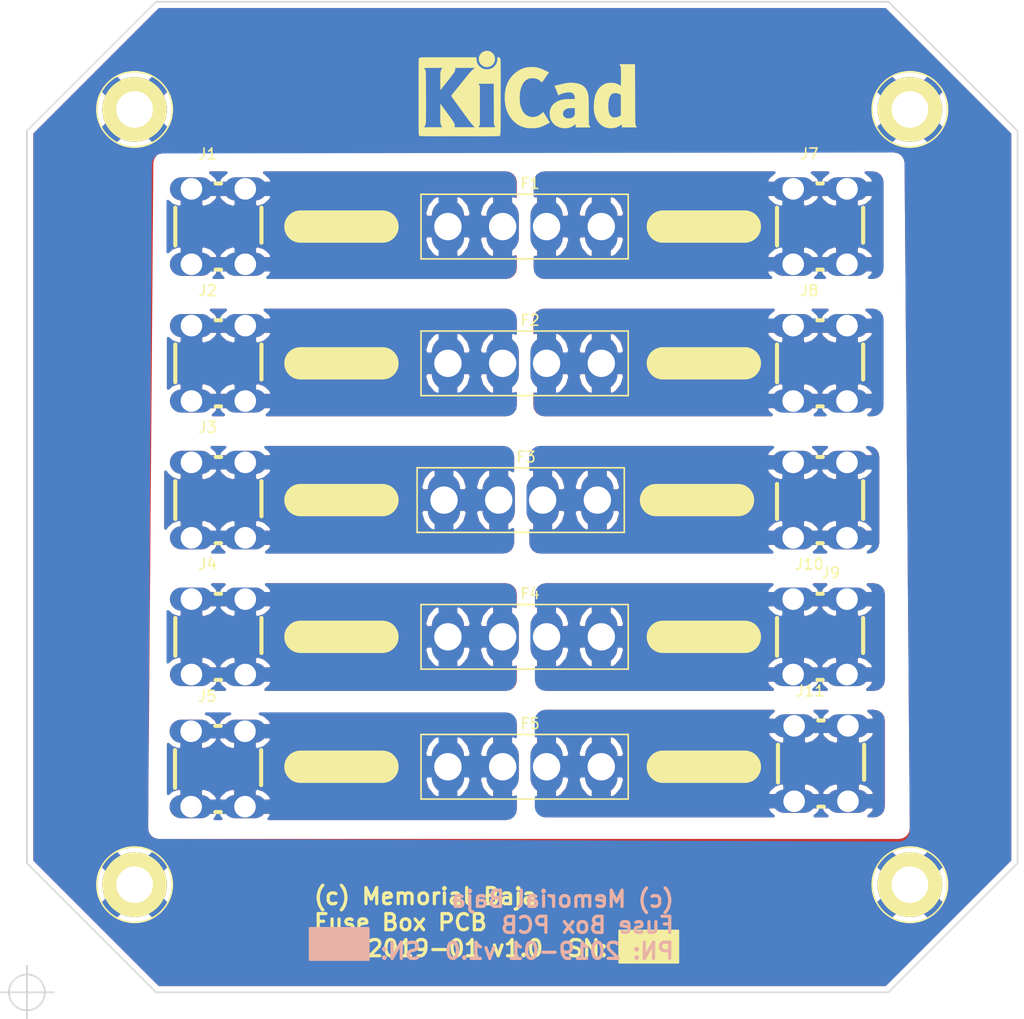
<source format=kicad_pcb>
(kicad_pcb (version 20171130) (host pcbnew "(5.0.2)-1")

  (general
    (thickness 1.6)
    (drawings 21)
    (tracks 0)
    (zones 0)
    (modules 22)
    (nets 12)
  )

  (page A4)
  (layers
    (0 F.Cu signal)
    (31 B.Cu signal)
    (32 B.Adhes user)
    (33 F.Adhes user)
    (34 B.Paste user)
    (35 F.Paste user)
    (36 B.SilkS user)
    (37 F.SilkS user)
    (38 B.Mask user)
    (39 F.Mask user)
    (40 Dwgs.User user)
    (41 Cmts.User user)
    (42 Eco1.User user)
    (43 Eco2.User user)
    (44 Edge.Cuts user)
    (45 Margin user)
    (46 B.CrtYd user)
    (47 F.CrtYd user)
    (48 B.Fab user)
    (49 F.Fab user)
  )

  (setup
    (last_trace_width 9)
    (user_trace_width 9)
    (trace_clearance 0.2)
    (zone_clearance 0.508)
    (zone_45_only no)
    (trace_min 0.2)
    (segment_width 0.2)
    (edge_width 0.15)
    (via_size 0.8)
    (via_drill 0.4)
    (via_min_size 0.4)
    (via_min_drill 0.3)
    (uvia_size 0.3)
    (uvia_drill 0.1)
    (uvias_allowed no)
    (uvia_min_size 0.2)
    (uvia_min_drill 0.1)
    (pcb_text_width 0.3)
    (pcb_text_size 1.5 1.5)
    (mod_edge_width 0.15)
    (mod_text_size 1 1)
    (mod_text_width 0.15)
    (pad_size 1.524 1.524)
    (pad_drill 0.762)
    (pad_to_mask_clearance 0.051)
    (solder_mask_min_width 0.25)
    (aux_axis_origin 50 150)
    (grid_origin 50 150)
    (visible_elements FFFFFF7F)
    (pcbplotparams
      (layerselection 0x010fc_ffffffff)
      (usegerberextensions false)
      (usegerberattributes false)
      (usegerberadvancedattributes false)
      (creategerberjobfile false)
      (excludeedgelayer true)
      (linewidth 0.100000)
      (plotframeref false)
      (viasonmask false)
      (mode 1)
      (useauxorigin false)
      (hpglpennumber 1)
      (hpglpenspeed 20)
      (hpglpendiameter 15.000000)
      (psnegative false)
      (psa4output false)
      (plotreference true)
      (plotvalue true)
      (plotinvisibletext false)
      (padsonsilk false)
      (subtractmaskfromsilk false)
      (outputformat 1)
      (mirror false)
      (drillshape 0)
      (scaleselection 1)
      (outputdirectory "FAB_PACK/"))
  )

  (net 0 "")
  (net 1 "Net-(F1-Pad1)")
  (net 2 "Net-(F1-Pad2)")
  (net 3 "Net-(F2-Pad2)")
  (net 4 "Net-(F2-Pad1)")
  (net 5 "Net-(F3-Pad1)")
  (net 6 "Net-(F3-Pad2)")
  (net 7 "Net-(F4-Pad1)")
  (net 8 "Net-(F4-Pad2)")
  (net 9 "Net-(F5-Pad2)")
  (net 10 "Net-(F5-Pad1)")
  (net 11 GND)

  (net_class Default "This is the default net class."
    (clearance 0.2)
    (trace_width 0.25)
    (via_dia 0.8)
    (via_drill 0.4)
    (uvia_dia 0.3)
    (uvia_drill 0.1)
    (add_net GND)
    (add_net "Net-(F1-Pad1)")
    (add_net "Net-(F1-Pad2)")
    (add_net "Net-(F2-Pad1)")
    (add_net "Net-(F2-Pad2)")
    (add_net "Net-(F3-Pad1)")
    (add_net "Net-(F3-Pad2)")
    (add_net "Net-(F4-Pad1)")
    (add_net "Net-(F4-Pad2)")
    (add_net "Net-(F5-Pad1)")
    (add_net "Net-(F5-Pad2)")
  )

  (module µ104KiCAD:Fuse_ATC_ATO_BLADE (layer F.Cu) (tedit 5CE8C88A) (tstamp 5CE8DA08)
    (at 95.72 78.88 180)
    (path /5CE8C0CE)
    (fp_text reference F1 (at -1 4 180) (layer F.SilkS)
      (effects (font (size 1 1) (thickness 0.15)))
    )
    (fp_text value Fuse (at -1 -4 180) (layer F.Fab)
      (effects (font (size 1 1) (thickness 0.15)))
    )
    (fp_line (start -10.25 3.15) (end -10.25 -3.15) (layer F.CrtYd) (width 0.05))
    (fp_line (start 9.25 3.15) (end -10.25 3.15) (layer F.CrtYd) (width 0.05))
    (fp_line (start 9.25 -3.15) (end 9.25 3.15) (layer F.CrtYd) (width 0.05))
    (fp_line (start -10.25 -3.15) (end 9.25 -3.15) (layer F.CrtYd) (width 0.05))
    (fp_line (start -10.12 3) (end -10.12 -3) (layer F.SilkS) (width 0.15))
    (fp_line (start 9.125 3) (end -10.12 3) (layer F.SilkS) (width 0.15))
    (fp_line (start 9.12 -3) (end 9.12 3) (layer F.SilkS) (width 0.15))
    (fp_line (start -10.12 -3) (end 9.125 -3) (layer F.SilkS) (width 0.15))
    (pad 2 thru_hole oval (at 6.62 0 180) (size 3 5) (drill 2.54) (layers *.Cu *.Mask)
      (net 2 "Net-(F1-Pad2)"))
    (pad 2 thru_hole oval (at 1.54 0 180) (size 3 5) (drill 2.54) (layers *.Cu *.Mask)
      (net 2 "Net-(F1-Pad2)"))
    (pad 1 thru_hole oval (at -2.54 0 180) (size 3 5) (drill 2.54) (layers *.Cu *.Mask)
      (net 1 "Net-(F1-Pad1)"))
    (pad 1 thru_hole oval (at -7.62 0 180) (size 3 5) (drill 2.54) (layers *.Cu *.Mask)
      (net 1 "Net-(F1-Pad1)"))
  )

  (module µ104KiCAD:Fuse_ATC_ATO_BLADE (layer F.Cu) (tedit 5CE8C88A) (tstamp 5CE8DA35)
    (at 95.72 91.58 180)
    (path /5CE8CF52)
    (fp_text reference F2 (at -1 4 180) (layer F.SilkS)
      (effects (font (size 1 1) (thickness 0.15)))
    )
    (fp_text value Fuse (at -1 -4 180) (layer F.Fab)
      (effects (font (size 1 1) (thickness 0.15)))
    )
    (fp_line (start -10.25 3.15) (end -10.25 -3.15) (layer F.CrtYd) (width 0.05))
    (fp_line (start 9.25 3.15) (end -10.25 3.15) (layer F.CrtYd) (width 0.05))
    (fp_line (start 9.25 -3.15) (end 9.25 3.15) (layer F.CrtYd) (width 0.05))
    (fp_line (start -10.25 -3.15) (end 9.25 -3.15) (layer F.CrtYd) (width 0.05))
    (fp_line (start -10.12 3) (end -10.12 -3) (layer F.SilkS) (width 0.15))
    (fp_line (start 9.125 3) (end -10.12 3) (layer F.SilkS) (width 0.15))
    (fp_line (start 9.12 -3) (end 9.12 3) (layer F.SilkS) (width 0.15))
    (fp_line (start -10.12 -3) (end 9.125 -3) (layer F.SilkS) (width 0.15))
    (pad 2 thru_hole oval (at 6.62 0 180) (size 3 5) (drill 2.54) (layers *.Cu *.Mask)
      (net 3 "Net-(F2-Pad2)"))
    (pad 2 thru_hole oval (at 1.54 0 180) (size 3 5) (drill 2.54) (layers *.Cu *.Mask)
      (net 3 "Net-(F2-Pad2)"))
    (pad 1 thru_hole oval (at -2.54 0 180) (size 3 5) (drill 2.54) (layers *.Cu *.Mask)
      (net 4 "Net-(F2-Pad1)"))
    (pad 1 thru_hole oval (at -7.62 0 180) (size 3 5) (drill 2.54) (layers *.Cu *.Mask)
      (net 4 "Net-(F2-Pad1)"))
  )

  (module µ104KiCAD:Fuse_ATC_ATO_BLADE (layer F.Cu) (tedit 5CE8C88A) (tstamp 5CE8DA62)
    (at 95.355 104.28 180)
    (path /5CE8D304)
    (fp_text reference F3 (at -1 4 180) (layer F.SilkS)
      (effects (font (size 1 1) (thickness 0.15)))
    )
    (fp_text value Fuse (at -1 -4 180) (layer F.Fab)
      (effects (font (size 1 1) (thickness 0.15)))
    )
    (fp_line (start -10.25 3.15) (end -10.25 -3.15) (layer F.CrtYd) (width 0.05))
    (fp_line (start 9.25 3.15) (end -10.25 3.15) (layer F.CrtYd) (width 0.05))
    (fp_line (start 9.25 -3.15) (end 9.25 3.15) (layer F.CrtYd) (width 0.05))
    (fp_line (start -10.25 -3.15) (end 9.25 -3.15) (layer F.CrtYd) (width 0.05))
    (fp_line (start -10.12 3) (end -10.12 -3) (layer F.SilkS) (width 0.15))
    (fp_line (start 9.125 3) (end -10.12 3) (layer F.SilkS) (width 0.15))
    (fp_line (start 9.12 -3) (end 9.12 3) (layer F.SilkS) (width 0.15))
    (fp_line (start -10.12 -3) (end 9.125 -3) (layer F.SilkS) (width 0.15))
    (pad 2 thru_hole oval (at 6.62 0 180) (size 3 5) (drill 2.54) (layers *.Cu *.Mask)
      (net 6 "Net-(F3-Pad2)"))
    (pad 2 thru_hole oval (at 1.54 0 180) (size 3 5) (drill 2.54) (layers *.Cu *.Mask)
      (net 6 "Net-(F3-Pad2)"))
    (pad 1 thru_hole oval (at -2.54 0 180) (size 3 5) (drill 2.54) (layers *.Cu *.Mask)
      (net 5 "Net-(F3-Pad1)"))
    (pad 1 thru_hole oval (at -7.62 0 180) (size 3 5) (drill 2.54) (layers *.Cu *.Mask)
      (net 5 "Net-(F3-Pad1)"))
  )

  (module µ104KiCAD:Fuse_ATC_ATO_BLADE (layer F.Cu) (tedit 5CE8C88A) (tstamp 5CE8DA8F)
    (at 95.72 116.98 180)
    (path /5CE8D32C)
    (fp_text reference F4 (at -1 4 180) (layer F.SilkS)
      (effects (font (size 1 1) (thickness 0.15)))
    )
    (fp_text value Fuse (at -1 -4 180) (layer F.Fab)
      (effects (font (size 1 1) (thickness 0.15)))
    )
    (fp_line (start -10.25 3.15) (end -10.25 -3.15) (layer F.CrtYd) (width 0.05))
    (fp_line (start 9.25 3.15) (end -10.25 3.15) (layer F.CrtYd) (width 0.05))
    (fp_line (start 9.25 -3.15) (end 9.25 3.15) (layer F.CrtYd) (width 0.05))
    (fp_line (start -10.25 -3.15) (end 9.25 -3.15) (layer F.CrtYd) (width 0.05))
    (fp_line (start -10.12 3) (end -10.12 -3) (layer F.SilkS) (width 0.15))
    (fp_line (start 9.125 3) (end -10.12 3) (layer F.SilkS) (width 0.15))
    (fp_line (start 9.12 -3) (end 9.12 3) (layer F.SilkS) (width 0.15))
    (fp_line (start -10.12 -3) (end 9.125 -3) (layer F.SilkS) (width 0.15))
    (pad 2 thru_hole oval (at 6.62 0 180) (size 3 5) (drill 2.54) (layers *.Cu *.Mask)
      (net 8 "Net-(F4-Pad2)"))
    (pad 2 thru_hole oval (at 1.54 0 180) (size 3 5) (drill 2.54) (layers *.Cu *.Mask)
      (net 8 "Net-(F4-Pad2)"))
    (pad 1 thru_hole oval (at -2.54 0 180) (size 3 5) (drill 2.54) (layers *.Cu *.Mask)
      (net 7 "Net-(F4-Pad1)"))
    (pad 1 thru_hole oval (at -7.62 0 180) (size 3 5) (drill 2.54) (layers *.Cu *.Mask)
      (net 7 "Net-(F4-Pad1)"))
  )

  (module µ104KiCAD:Fuse_ATC_ATO_BLADE (layer F.Cu) (tedit 5CE8C88A) (tstamp 5CE8DABC)
    (at 95.72 129.045 180)
    (path /5CE8D8C5)
    (fp_text reference F5 (at -1 4 180) (layer F.SilkS)
      (effects (font (size 1 1) (thickness 0.15)))
    )
    (fp_text value Fuse (at -1 -4 180) (layer F.Fab)
      (effects (font (size 1 1) (thickness 0.15)))
    )
    (fp_line (start -10.25 3.15) (end -10.25 -3.15) (layer F.CrtYd) (width 0.05))
    (fp_line (start 9.25 3.15) (end -10.25 3.15) (layer F.CrtYd) (width 0.05))
    (fp_line (start 9.25 -3.15) (end 9.25 3.15) (layer F.CrtYd) (width 0.05))
    (fp_line (start -10.25 -3.15) (end 9.25 -3.15) (layer F.CrtYd) (width 0.05))
    (fp_line (start -10.12 3) (end -10.12 -3) (layer F.SilkS) (width 0.15))
    (fp_line (start 9.125 3) (end -10.12 3) (layer F.SilkS) (width 0.15))
    (fp_line (start 9.12 -3) (end 9.12 3) (layer F.SilkS) (width 0.15))
    (fp_line (start -10.12 -3) (end 9.125 -3) (layer F.SilkS) (width 0.15))
    (pad 2 thru_hole oval (at 6.62 0 180) (size 3 5) (drill 2.54) (layers *.Cu *.Mask)
      (net 9 "Net-(F5-Pad2)"))
    (pad 2 thru_hole oval (at 1.54 0 180) (size 3 5) (drill 2.54) (layers *.Cu *.Mask)
      (net 9 "Net-(F5-Pad2)"))
    (pad 1 thru_hole oval (at -2.54 0 180) (size 3 5) (drill 2.54) (layers *.Cu *.Mask)
      (net 10 "Net-(F5-Pad1)"))
    (pad 1 thru_hole oval (at -7.62 0 180) (size 3 5) (drill 2.54) (layers *.Cu *.Mask)
      (net 10 "Net-(F5-Pad1)"))
  )

  (module µ104KiCAD:3.4mm_mounting_hole_SILK (layer F.Cu) (tedit 57C6EE00) (tstamp 5CE8CF45)
    (at 132 68)
    (path /5CE8E299)
    (fp_text reference H1 (at 0 0.5) (layer F.SilkS) hide
      (effects (font (size 0.5 0.5) (thickness 0.1)))
    )
    (fp_text value M3 (at 0 -0.5) (layer F.Fab) hide
      (effects (font (size 0.5 0.5) (thickness 0.1)))
    )
    (fp_circle (center 0 0) (end 3.5 0) (layer F.SilkS) (width 0.15))
    (pad 1 thru_hole circle (at 0 0) (size 6 6) (drill 3.4) (layers *.Cu *.Mask F.SilkS)
      (net 11 GND) (clearance 2))
  )

  (module µ104KiCAD:3.4mm_mounting_hole_SILK (layer F.Cu) (tedit 57C6EE00) (tstamp 5CE8CABF)
    (at 60 68)
    (path /5CE8EDDC)
    (fp_text reference H2 (at 0 0.5) (layer F.SilkS) hide
      (effects (font (size 0.5 0.5) (thickness 0.1)))
    )
    (fp_text value M3 (at 0 -0.5) (layer F.Fab) hide
      (effects (font (size 0.5 0.5) (thickness 0.1)))
    )
    (fp_circle (center 0 0) (end 3.5 0) (layer F.SilkS) (width 0.15))
    (pad 1 thru_hole circle (at 0 0) (size 6 6) (drill 3.4) (layers *.Cu *.Mask F.SilkS)
      (net 11 GND) (clearance 2))
  )

  (module µ104KiCAD:3.4mm_mounting_hole_SILK (layer F.Cu) (tedit 57C6EE00) (tstamp 5CE8CAC5)
    (at 132 140)
    (path /5CE8EF00)
    (fp_text reference H3 (at 0 0.5) (layer F.SilkS) hide
      (effects (font (size 0.5 0.5) (thickness 0.1)))
    )
    (fp_text value M3 (at 0 -0.5) (layer F.Fab) hide
      (effects (font (size 0.5 0.5) (thickness 0.1)))
    )
    (fp_circle (center 0 0) (end 3.5 0) (layer F.SilkS) (width 0.15))
    (pad 1 thru_hole circle (at 0 0) (size 6 6) (drill 3.4) (layers *.Cu *.Mask F.SilkS)
      (net 11 GND) (clearance 2))
  )

  (module µ104KiCAD:3.4mm_mounting_hole_SILK (layer F.Cu) (tedit 57C6EE00) (tstamp 5CE8CACB)
    (at 60 140)
    (path /5CE8EF06)
    (fp_text reference H4 (at 0 0.5) (layer F.SilkS) hide
      (effects (font (size 0.5 0.5) (thickness 0.1)))
    )
    (fp_text value M3 (at 0 -0.5) (layer F.Fab) hide
      (effects (font (size 0.5 0.5) (thickness 0.1)))
    )
    (fp_circle (center 0 0) (end 3.5 0) (layer F.SilkS) (width 0.15))
    (pad 1 thru_hole circle (at 0 0) (size 6 6) (drill 3.4) (layers *.Cu *.Mask F.SilkS)
      (net 11 GND) (clearance 2))
  )

  (module µ104KiCAD:LVDC_M3_Lug (layer F.Cu) (tedit 5CDC80FF) (tstamp 5CE8D436)
    (at 67.78 78.88 90)
    (path /5CE8C0C7)
    (fp_text reference J1 (at 6.75 -1 180) (layer F.SilkS)
      (effects (font (size 1 1) (thickness 0.15)))
    )
    (fp_text value M3_Lug (at 0 -0.25 90) (layer F.Fab)
      (effects (font (size 1 1) (thickness 0.15)))
    )
    (fp_line (start -4 0.25) (end -4 -0.25) (layer F.SilkS) (width 0.381))
    (fp_line (start 1.75 4) (end -1.5 4) (layer F.SilkS) (width 0.381))
    (fp_line (start 4 -0.25) (end 4 0.25) (layer F.SilkS) (width 0.381))
    (fp_line (start -1.75 -4) (end 1.75 -4) (layer F.SilkS) (width 0.381))
    (pad 1 thru_hole oval (at -3.5 2.5 90) (size 2.15 4) (drill 2) (layers *.Cu *.Mask)
      (net 2 "Net-(F1-Pad2)"))
    (pad 1 thru_hole oval (at 3.5 2.5 90) (size 2.15 4) (drill 2) (layers *.Cu *.Mask)
      (net 2 "Net-(F1-Pad2)"))
    (pad 1 thru_hole oval (at 3.5 -2.5 90) (size 2.15 4) (drill 2) (layers *.Cu *.Mask)
      (net 2 "Net-(F1-Pad2)"))
    (pad 1 thru_hole oval (at -3.5 -2.5 90) (size 2.15 4) (drill 2) (layers *.Cu *.Mask)
      (net 2 "Net-(F1-Pad2)"))
  )

  (module µ104KiCAD:LVDC_M3_Lug (layer F.Cu) (tedit 5CDC80FF) (tstamp 5CE8D4EE)
    (at 67.78 91.58 90)
    (path /5CE8CF4C)
    (fp_text reference J2 (at 6.75 -1 180) (layer F.SilkS)
      (effects (font (size 1 1) (thickness 0.15)))
    )
    (fp_text value M3_Lug (at 0 -0.25 90) (layer F.Fab)
      (effects (font (size 1 1) (thickness 0.15)))
    )
    (fp_line (start -1.75 -4) (end 1.75 -4) (layer F.SilkS) (width 0.381))
    (fp_line (start 4 -0.25) (end 4 0.25) (layer F.SilkS) (width 0.381))
    (fp_line (start 1.75 4) (end -1.5 4) (layer F.SilkS) (width 0.381))
    (fp_line (start -4 0.25) (end -4 -0.25) (layer F.SilkS) (width 0.381))
    (pad 1 thru_hole oval (at -3.5 -2.5 90) (size 2.15 4) (drill 2) (layers *.Cu *.Mask)
      (net 3 "Net-(F2-Pad2)"))
    (pad 1 thru_hole oval (at 3.5 -2.5 90) (size 2.15 4) (drill 2) (layers *.Cu *.Mask)
      (net 3 "Net-(F2-Pad2)"))
    (pad 1 thru_hole oval (at 3.5 2.5 90) (size 2.15 4) (drill 2) (layers *.Cu *.Mask)
      (net 3 "Net-(F2-Pad2)"))
    (pad 1 thru_hole oval (at -3.5 2.5 90) (size 2.15 4) (drill 2) (layers *.Cu *.Mask)
      (net 3 "Net-(F2-Pad2)"))
  )

  (module µ104KiCAD:LVDC_M3_Lug (layer F.Cu) (tedit 5CDC80FF) (tstamp 5CE8DECC)
    (at 67.78 104.28 90)
    (path /5CE8D2FE)
    (fp_text reference J3 (at 6.75 -1 180) (layer F.SilkS)
      (effects (font (size 1 1) (thickness 0.15)))
    )
    (fp_text value M3_Lug (at 0 -0.25 90) (layer F.Fab)
      (effects (font (size 1 1) (thickness 0.15)))
    )
    (fp_line (start -1.75 -4) (end 1.75 -4) (layer F.SilkS) (width 0.381))
    (fp_line (start 4 -0.25) (end 4 0.25) (layer F.SilkS) (width 0.381))
    (fp_line (start 1.75 4) (end -1.5 4) (layer F.SilkS) (width 0.381))
    (fp_line (start -4 0.25) (end -4 -0.25) (layer F.SilkS) (width 0.381))
    (pad 1 thru_hole oval (at -3.5 -2.5 90) (size 2.15 4) (drill 2) (layers *.Cu *.Mask)
      (net 6 "Net-(F3-Pad2)"))
    (pad 1 thru_hole oval (at 3.5 -2.5 90) (size 2.15 4) (drill 2) (layers *.Cu *.Mask)
      (net 6 "Net-(F3-Pad2)"))
    (pad 1 thru_hole oval (at 3.5 2.5 90) (size 2.15 4) (drill 2) (layers *.Cu *.Mask)
      (net 6 "Net-(F3-Pad2)"))
    (pad 1 thru_hole oval (at -3.5 2.5 90) (size 2.15 4) (drill 2) (layers *.Cu *.Mask)
      (net 6 "Net-(F3-Pad2)"))
  )

  (module µ104KiCAD:LVDC_M3_Lug (layer F.Cu) (tedit 5CDC80FF) (tstamp 5CE8DFDD)
    (at 67.78 116.98 90)
    (path /5CE8D326)
    (fp_text reference J4 (at 6.75 -1 180) (layer F.SilkS)
      (effects (font (size 1 1) (thickness 0.15)))
    )
    (fp_text value M3_Lug (at 0 -0.25 90) (layer F.Fab)
      (effects (font (size 1 1) (thickness 0.15)))
    )
    (fp_line (start -1.75 -4) (end 1.75 -4) (layer F.SilkS) (width 0.381))
    (fp_line (start 4 -0.25) (end 4 0.25) (layer F.SilkS) (width 0.381))
    (fp_line (start 1.75 4) (end -1.5 4) (layer F.SilkS) (width 0.381))
    (fp_line (start -4 0.25) (end -4 -0.25) (layer F.SilkS) (width 0.381))
    (pad 1 thru_hole oval (at -3.5 -2.5 90) (size 2.15 4) (drill 2) (layers *.Cu *.Mask)
      (net 8 "Net-(F4-Pad2)"))
    (pad 1 thru_hole oval (at 3.5 -2.5 90) (size 2.15 4) (drill 2) (layers *.Cu *.Mask)
      (net 8 "Net-(F4-Pad2)"))
    (pad 1 thru_hole oval (at 3.5 2.5 90) (size 2.15 4) (drill 2) (layers *.Cu *.Mask)
      (net 8 "Net-(F4-Pad2)"))
    (pad 1 thru_hole oval (at -3.5 2.5 90) (size 2.15 4) (drill 2) (layers *.Cu *.Mask)
      (net 8 "Net-(F4-Pad2)"))
  )

  (module µ104KiCAD:LVDC_M3_Lug (layer F.Cu) (tedit 5CDC80FF) (tstamp 5CE8DF32)
    (at 67.75 129.25 90)
    (path /5CE8D8BF)
    (fp_text reference J5 (at 6.75 -1 180) (layer F.SilkS)
      (effects (font (size 1 1) (thickness 0.15)))
    )
    (fp_text value M3_Lug (at 0 -0.25 90) (layer F.Fab)
      (effects (font (size 1 1) (thickness 0.15)))
    )
    (fp_line (start -1.75 -4) (end 1.75 -4) (layer F.SilkS) (width 0.381))
    (fp_line (start 4 -0.25) (end 4 0.25) (layer F.SilkS) (width 0.381))
    (fp_line (start 1.75 4) (end -1.5 4) (layer F.SilkS) (width 0.381))
    (fp_line (start -4 0.25) (end -4 -0.25) (layer F.SilkS) (width 0.381))
    (pad 1 thru_hole oval (at -3.5 -2.5 90) (size 2.15 4) (drill 2) (layers *.Cu *.Mask)
      (net 9 "Net-(F5-Pad2)"))
    (pad 1 thru_hole oval (at 3.5 -2.5 90) (size 2.15 4) (drill 2) (layers *.Cu *.Mask)
      (net 9 "Net-(F5-Pad2)"))
    (pad 1 thru_hole oval (at 3.5 2.5 90) (size 2.15 4) (drill 2) (layers *.Cu *.Mask)
      (net 9 "Net-(F5-Pad2)"))
    (pad 1 thru_hole oval (at -3.5 2.5 90) (size 2.15 4) (drill 2) (layers *.Cu *.Mask)
      (net 9 "Net-(F5-Pad2)"))
  )

  (module µ104KiCAD:LVDC_M3_Lug (layer F.Cu) (tedit 5CDC80FF) (tstamp 5CE8E1D8)
    (at 123.66 78.88 90)
    (path /5CE8C0D6)
    (fp_text reference J7 (at 6.75 -1 180) (layer F.SilkS)
      (effects (font (size 1 1) (thickness 0.15)))
    )
    (fp_text value M3_Lug (at 0 -0.25 90) (layer F.Fab)
      (effects (font (size 1 1) (thickness 0.15)))
    )
    (fp_line (start -4 0.25) (end -4 -0.25) (layer F.SilkS) (width 0.381))
    (fp_line (start 1.75 4) (end -1.5 4) (layer F.SilkS) (width 0.381))
    (fp_line (start 4 -0.25) (end 4 0.25) (layer F.SilkS) (width 0.381))
    (fp_line (start -1.75 -4) (end 1.75 -4) (layer F.SilkS) (width 0.381))
    (pad 1 thru_hole oval (at -3.5 2.5 90) (size 2.15 4) (drill 2) (layers *.Cu *.Mask)
      (net 1 "Net-(F1-Pad1)"))
    (pad 1 thru_hole oval (at 3.5 2.5 90) (size 2.15 4) (drill 2) (layers *.Cu *.Mask)
      (net 1 "Net-(F1-Pad1)"))
    (pad 1 thru_hole oval (at 3.5 -2.5 90) (size 2.15 4) (drill 2) (layers *.Cu *.Mask)
      (net 1 "Net-(F1-Pad1)"))
    (pad 1 thru_hole oval (at -3.5 -2.5 90) (size 2.15 4) (drill 2) (layers *.Cu *.Mask)
      (net 1 "Net-(F1-Pad1)"))
  )

  (module µ104KiCAD:LVDC_M3_Lug (layer F.Cu) (tedit 5CDC80FF) (tstamp 5CE8E128)
    (at 123.66 91.58 90)
    (path /5CE8CF59)
    (fp_text reference J8 (at 6.75 -1 180) (layer F.SilkS)
      (effects (font (size 1 1) (thickness 0.15)))
    )
    (fp_text value M3_Lug (at 0 -0.25 90) (layer F.Fab)
      (effects (font (size 1 1) (thickness 0.15)))
    )
    (fp_line (start -4 0.25) (end -4 -0.25) (layer F.SilkS) (width 0.381))
    (fp_line (start 1.75 4) (end -1.5 4) (layer F.SilkS) (width 0.381))
    (fp_line (start 4 -0.25) (end 4 0.25) (layer F.SilkS) (width 0.381))
    (fp_line (start -1.75 -4) (end 1.75 -4) (layer F.SilkS) (width 0.381))
    (pad 1 thru_hole oval (at -3.5 2.5 90) (size 2.15 4) (drill 2) (layers *.Cu *.Mask)
      (net 4 "Net-(F2-Pad1)"))
    (pad 1 thru_hole oval (at 3.5 2.5 90) (size 2.15 4) (drill 2) (layers *.Cu *.Mask)
      (net 4 "Net-(F2-Pad1)"))
    (pad 1 thru_hole oval (at 3.5 -2.5 90) (size 2.15 4) (drill 2) (layers *.Cu *.Mask)
      (net 4 "Net-(F2-Pad1)"))
    (pad 1 thru_hole oval (at -3.5 -2.5 90) (size 2.15 4) (drill 2) (layers *.Cu *.Mask)
      (net 4 "Net-(F2-Pad1)"))
  )

  (module µ104KiCAD:LVDC_M3_Lug (layer F.Cu) (tedit 5CDC80FF) (tstamp 5CE8D153)
    (at 123.66 104.28 270)
    (path /5CE8D30B)
    (fp_text reference J9 (at 6.75 -1) (layer F.SilkS)
      (effects (font (size 1 1) (thickness 0.15)))
    )
    (fp_text value M3_Lug (at 0 -0.25 270) (layer F.Fab)
      (effects (font (size 1 1) (thickness 0.15)))
    )
    (fp_line (start -4 0.25) (end -4 -0.25) (layer F.SilkS) (width 0.381))
    (fp_line (start 1.75 4) (end -1.5 4) (layer F.SilkS) (width 0.381))
    (fp_line (start 4 -0.25) (end 4 0.25) (layer F.SilkS) (width 0.381))
    (fp_line (start -1.75 -4) (end 1.75 -4) (layer F.SilkS) (width 0.381))
    (pad 1 thru_hole oval (at -3.5 2.5 270) (size 2.15 4) (drill 2) (layers *.Cu *.Mask)
      (net 5 "Net-(F3-Pad1)"))
    (pad 1 thru_hole oval (at 3.5 2.5 270) (size 2.15 4) (drill 2) (layers *.Cu *.Mask)
      (net 5 "Net-(F3-Pad1)"))
    (pad 1 thru_hole oval (at 3.5 -2.5 270) (size 2.15 4) (drill 2) (layers *.Cu *.Mask)
      (net 5 "Net-(F3-Pad1)"))
    (pad 1 thru_hole oval (at -3.5 -2.5 270) (size 2.15 4) (drill 2) (layers *.Cu *.Mask)
      (net 5 "Net-(F3-Pad1)"))
  )

  (module µ104KiCAD:LVDC_M3_Lug (layer F.Cu) (tedit 5CDC80FF) (tstamp 5CE8CB43)
    (at 123.66 116.98 90)
    (path /5CE8D333)
    (fp_text reference J10 (at 6.75 -1 180) (layer F.SilkS)
      (effects (font (size 1 1) (thickness 0.15)))
    )
    (fp_text value M3_Lug (at 0 -0.25 90) (layer F.Fab)
      (effects (font (size 1 1) (thickness 0.15)))
    )
    (fp_line (start -4 0.25) (end -4 -0.25) (layer F.SilkS) (width 0.381))
    (fp_line (start 1.75 4) (end -1.5 4) (layer F.SilkS) (width 0.381))
    (fp_line (start 4 -0.25) (end 4 0.25) (layer F.SilkS) (width 0.381))
    (fp_line (start -1.75 -4) (end 1.75 -4) (layer F.SilkS) (width 0.381))
    (pad 1 thru_hole oval (at -3.5 2.5 90) (size 2.15 4) (drill 2) (layers *.Cu *.Mask)
      (net 7 "Net-(F4-Pad1)"))
    (pad 1 thru_hole oval (at 3.5 2.5 90) (size 2.15 4) (drill 2) (layers *.Cu *.Mask)
      (net 7 "Net-(F4-Pad1)"))
    (pad 1 thru_hole oval (at 3.5 -2.5 90) (size 2.15 4) (drill 2) (layers *.Cu *.Mask)
      (net 7 "Net-(F4-Pad1)"))
    (pad 1 thru_hole oval (at -3.5 -2.5 90) (size 2.15 4) (drill 2) (layers *.Cu *.Mask)
      (net 7 "Net-(F4-Pad1)"))
  )

  (module µ104KiCAD:LVDC_M3_Lug (layer F.Cu) (tedit 5CDC80FF) (tstamp 5CE8D1D1)
    (at 123.75 128.75 90)
    (path /5CE8D8CC)
    (fp_text reference J11 (at 6.75 -1 180) (layer F.SilkS)
      (effects (font (size 1 1) (thickness 0.15)))
    )
    (fp_text value M3_Lug (at 0 -0.25 90) (layer F.Fab)
      (effects (font (size 1 1) (thickness 0.15)))
    )
    (fp_line (start -4 0.25) (end -4 -0.25) (layer F.SilkS) (width 0.381))
    (fp_line (start 1.75 4) (end -1.5 4) (layer F.SilkS) (width 0.381))
    (fp_line (start 4 -0.25) (end 4 0.25) (layer F.SilkS) (width 0.381))
    (fp_line (start -1.75 -4) (end 1.75 -4) (layer F.SilkS) (width 0.381))
    (pad 1 thru_hole oval (at -3.5 2.5 90) (size 2.15 4) (drill 2) (layers *.Cu *.Mask)
      (net 10 "Net-(F5-Pad1)"))
    (pad 1 thru_hole oval (at 3.5 2.5 90) (size 2.15 4) (drill 2) (layers *.Cu *.Mask)
      (net 10 "Net-(F5-Pad1)"))
    (pad 1 thru_hole oval (at 3.5 -2.5 90) (size 2.15 4) (drill 2) (layers *.Cu *.Mask)
      (net 10 "Net-(F5-Pad1)"))
    (pad 1 thru_hole oval (at -3.5 -2.5 90) (size 2.15 4) (drill 2) (layers *.Cu *.Mask)
      (net 10 "Net-(F5-Pad1)"))
  )

  (module µ104KiCAD:SN_BLOCK (layer F.Cu) (tedit 55F97AC3) (tstamp 5CE8CBC8)
    (at 107.75 145.75)
    (path /5CE8E0EE)
    (fp_text reference logo1 (at 0 0.1) (layer F.SilkS) hide
      (effects (font (size 0.2 0.2) (thickness 0.01)))
    )
    (fp_text value Logo (at 0 0) (layer F.SilkS) hide
      (effects (font (size 0.2 0.2) (thickness 0.01)))
    )
    (fp_line (start -2.7 1.5) (end 2.7 1.5) (layer F.SilkS) (width 0.15))
    (fp_line (start 2.7 1.4) (end -2.7 1.4) (layer F.SilkS) (width 0.15))
    (fp_line (start -2.7 1.3) (end 2.7 1.3) (layer F.SilkS) (width 0.15))
    (fp_line (start 2.7 1.2) (end -2.7 1.2) (layer F.SilkS) (width 0.15))
    (fp_line (start -2.7 1.1) (end 2.7 1.1) (layer F.SilkS) (width 0.15))
    (fp_line (start 2.7 1) (end -2.7 1) (layer F.SilkS) (width 0.15))
    (fp_line (start -2.7 0.9) (end 2.7 0.9) (layer F.SilkS) (width 0.15))
    (fp_line (start 2.7 0.8) (end -2.7 0.8) (layer F.SilkS) (width 0.15))
    (fp_line (start -2.7 0.7) (end 2.7 0.7) (layer F.SilkS) (width 0.15))
    (fp_line (start 2.7 0.6) (end -2.7 0.6) (layer F.SilkS) (width 0.15))
    (fp_line (start -2.7 0.5) (end 2.7 0.5) (layer F.SilkS) (width 0.15))
    (fp_line (start 2.7 0.4) (end -2.7 0.4) (layer F.SilkS) (width 0.15))
    (fp_line (start -2.7 0.3) (end 2.7 0.3) (layer F.SilkS) (width 0.15))
    (fp_line (start 2.7 0.2) (end -2.7 0.2) (layer F.SilkS) (width 0.15))
    (fp_line (start -2.7 0.1) (end 2.7 0.1) (layer F.SilkS) (width 0.15))
    (fp_line (start 2.7 0) (end -2.7 0) (layer F.SilkS) (width 0.15))
    (fp_line (start -2.7 -0.1) (end 2.7 -0.1) (layer F.SilkS) (width 0.15))
    (fp_line (start 2.7 -0.2) (end -2.7 -0.2) (layer F.SilkS) (width 0.15))
    (fp_line (start -2.7 -0.3) (end 2.7 -0.3) (layer F.SilkS) (width 0.15))
    (fp_line (start 2.7 -0.4) (end -2.7 -0.4) (layer F.SilkS) (width 0.15))
    (fp_line (start -2.7 -0.5) (end 2.7 -0.5) (layer F.SilkS) (width 0.15))
    (fp_line (start 2.7 -0.6) (end -2.7 -0.6) (layer F.SilkS) (width 0.15))
    (fp_line (start -2.7 -0.7) (end 2.7 -0.7) (layer F.SilkS) (width 0.15))
    (fp_line (start 2.7 -0.8) (end -2.7 -0.8) (layer F.SilkS) (width 0.15))
    (fp_line (start -2.7 -0.9) (end 2.7 -0.9) (layer F.SilkS) (width 0.15))
    (fp_line (start 2.7 -1) (end -2.7 -1) (layer F.SilkS) (width 0.15))
    (fp_line (start -2.7 -1.1) (end 2.7 -1.1) (layer F.SilkS) (width 0.15))
    (fp_line (start 2.7 -1.2) (end -2.7 -1.2) (layer F.SilkS) (width 0.15))
    (fp_line (start -2.7 -1.3) (end 2.7 -1.3) (layer F.SilkS) (width 0.15))
    (fp_line (start 2.7 -1.4) (end -2.7 -1.4) (layer F.SilkS) (width 0.15))
    (fp_line (start -2.7 -1.5) (end 2.7 -1.5) (layer F.SilkS) (width 0.15))
    (fp_line (start -2.75 -1.5) (end -2.75 1.5) (layer F.SilkS) (width 0.15))
    (fp_line (start 2.75 -1.5) (end 2.75 1.5) (layer F.SilkS) (width 0.15))
  )

  (module µ104KiCAD:SN_BLOCK (layer B.Cu) (tedit 55F97AC3) (tstamp 5CE8EC8F)
    (at 79 145.5)
    (path /5CE91E84)
    (fp_text reference logo2 (at 0 -0.1) (layer B.SilkS) hide
      (effects (font (size 0.2 0.2) (thickness 0.01)) (justify mirror))
    )
    (fp_text value Logo (at 0 0) (layer B.SilkS) hide
      (effects (font (size 0.2 0.2) (thickness 0.01)) (justify mirror))
    )
    (fp_line (start -2.7 -1.5) (end 2.7 -1.5) (layer B.SilkS) (width 0.15))
    (fp_line (start 2.7 -1.4) (end -2.7 -1.4) (layer B.SilkS) (width 0.15))
    (fp_line (start -2.7 -1.3) (end 2.7 -1.3) (layer B.SilkS) (width 0.15))
    (fp_line (start 2.7 -1.2) (end -2.7 -1.2) (layer B.SilkS) (width 0.15))
    (fp_line (start -2.7 -1.1) (end 2.7 -1.1) (layer B.SilkS) (width 0.15))
    (fp_line (start 2.7 -1) (end -2.7 -1) (layer B.SilkS) (width 0.15))
    (fp_line (start -2.7 -0.9) (end 2.7 -0.9) (layer B.SilkS) (width 0.15))
    (fp_line (start 2.7 -0.8) (end -2.7 -0.8) (layer B.SilkS) (width 0.15))
    (fp_line (start -2.7 -0.7) (end 2.7 -0.7) (layer B.SilkS) (width 0.15))
    (fp_line (start 2.7 -0.6) (end -2.7 -0.6) (layer B.SilkS) (width 0.15))
    (fp_line (start -2.7 -0.5) (end 2.7 -0.5) (layer B.SilkS) (width 0.15))
    (fp_line (start 2.7 -0.4) (end -2.7 -0.4) (layer B.SilkS) (width 0.15))
    (fp_line (start -2.7 -0.3) (end 2.7 -0.3) (layer B.SilkS) (width 0.15))
    (fp_line (start 2.7 -0.2) (end -2.7 -0.2) (layer B.SilkS) (width 0.15))
    (fp_line (start -2.7 -0.1) (end 2.7 -0.1) (layer B.SilkS) (width 0.15))
    (fp_line (start 2.7 0) (end -2.7 0) (layer B.SilkS) (width 0.15))
    (fp_line (start -2.7 0.1) (end 2.7 0.1) (layer B.SilkS) (width 0.15))
    (fp_line (start 2.7 0.2) (end -2.7 0.2) (layer B.SilkS) (width 0.15))
    (fp_line (start -2.7 0.3) (end 2.7 0.3) (layer B.SilkS) (width 0.15))
    (fp_line (start 2.7 0.4) (end -2.7 0.4) (layer B.SilkS) (width 0.15))
    (fp_line (start -2.7 0.5) (end 2.7 0.5) (layer B.SilkS) (width 0.15))
    (fp_line (start 2.7 0.6) (end -2.7 0.6) (layer B.SilkS) (width 0.15))
    (fp_line (start -2.7 0.7) (end 2.7 0.7) (layer B.SilkS) (width 0.15))
    (fp_line (start 2.7 0.8) (end -2.7 0.8) (layer B.SilkS) (width 0.15))
    (fp_line (start -2.7 0.9) (end 2.7 0.9) (layer B.SilkS) (width 0.15))
    (fp_line (start 2.7 1) (end -2.7 1) (layer B.SilkS) (width 0.15))
    (fp_line (start -2.7 1.1) (end 2.7 1.1) (layer B.SilkS) (width 0.15))
    (fp_line (start 2.7 1.2) (end -2.7 1.2) (layer B.SilkS) (width 0.15))
    (fp_line (start -2.7 1.3) (end 2.7 1.3) (layer B.SilkS) (width 0.15))
    (fp_line (start 2.7 1.4) (end -2.7 1.4) (layer B.SilkS) (width 0.15))
    (fp_line (start -2.7 1.5) (end 2.7 1.5) (layer B.SilkS) (width 0.15))
    (fp_line (start -2.75 1.5) (end -2.75 -1.5) (layer B.SilkS) (width 0.15))
    (fp_line (start 2.75 1.5) (end 2.75 -1.5) (layer B.SilkS) (width 0.15))
  )

  (module Symbols:KiCad-Logo_8mm_SilkScreen (layer F.Cu) (tedit 0) (tstamp 5CE8EE46)
    (at 96.5 66.5)
    (descr "KiCad Logo")
    (tags "Logo KiCad")
    (path /5CE91F4C)
    (attr virtual)
    (fp_text reference logo3 (at 0 0) (layer F.SilkS) hide
      (effects (font (size 1 1) (thickness 0.15)))
    )
    (fp_text value Logo (at 0.75 0) (layer F.Fab) hide
      (effects (font (size 1 1) (thickness 0.15)))
    )
    (fp_poly (pts (xy -3.602318 -3.916067) (xy -3.466071 -3.868828) (xy -3.339221 -3.794473) (xy -3.225933 -3.693013)
      (xy -3.130372 -3.564457) (xy -3.087446 -3.483428) (xy -3.050295 -3.370092) (xy -3.032288 -3.239249)
      (xy -3.034283 -3.104735) (xy -3.056423 -2.982842) (xy -3.116936 -2.833893) (xy -3.204686 -2.704691)
      (xy -3.315212 -2.597777) (xy -3.444054 -2.515694) (xy -3.586753 -2.460984) (xy -3.738849 -2.43619)
      (xy -3.895881 -2.443853) (xy -3.973286 -2.460228) (xy -4.124141 -2.518911) (xy -4.258125 -2.608457)
      (xy -4.372006 -2.726107) (xy -4.462552 -2.869098) (xy -4.470212 -2.884714) (xy -4.496694 -2.943314)
      (xy -4.513322 -2.992666) (xy -4.52235 -3.04473) (xy -4.526032 -3.111461) (xy -4.526643 -3.184071)
      (xy -4.525633 -3.271309) (xy -4.521072 -3.334376) (xy -4.510666 -3.385364) (xy -4.492121 -3.436367)
      (xy -4.46923 -3.486687) (xy -4.383846 -3.62953) (xy -4.278699 -3.74519) (xy -4.157955 -3.833675)
      (xy -4.025779 -3.894995) (xy -3.886337 -3.929161) (xy -3.743795 -3.936182) (xy -3.602318 -3.916067)) (layer F.SilkS) (width 0.01))
    (fp_poly (pts (xy 9.041571 -2.699911) (xy 9.195876 -2.699277) (xy 9.248321 -2.698958) (xy 9.9695 -2.694214)
      (xy 9.978571 0.072572) (xy 9.979769 0.447756) (xy 9.980832 0.788417) (xy 9.981827 1.096318)
      (xy 9.982823 1.373221) (xy 9.983888 1.620888) (xy 9.985091 1.841081) (xy 9.986499 2.035562)
      (xy 9.988182 2.206094) (xy 9.990206 2.35444) (xy 9.992641 2.482361) (xy 9.995554 2.59162)
      (xy 9.999015 2.683979) (xy 10.00309 2.7612) (xy 10.007849 2.825046) (xy 10.01336 2.877278)
      (xy 10.019691 2.91966) (xy 10.02691 2.953953) (xy 10.035085 2.98192) (xy 10.044285 3.005324)
      (xy 10.054577 3.025925) (xy 10.066031 3.045487) (xy 10.078715 3.065772) (xy 10.092695 3.088543)
      (xy 10.095561 3.093393) (xy 10.14364 3.175433) (xy 8.753928 3.165929) (xy 8.744857 3.013295)
      (xy 8.739918 2.940045) (xy 8.734771 2.897696) (xy 8.727786 2.880892) (xy 8.717337 2.884277)
      (xy 8.708571 2.89396) (xy 8.670388 2.929229) (xy 8.608155 2.974563) (xy 8.530641 3.024546)
      (xy 8.446613 3.073761) (xy 8.364839 3.116791) (xy 8.302052 3.145101) (xy 8.154954 3.191624)
      (xy 7.98618 3.224579) (xy 7.808191 3.242707) (xy 7.633447 3.24475) (xy 7.474407 3.229447)
      (xy 7.471788 3.229009) (xy 7.254168 3.174402) (xy 7.050455 3.087401) (xy 6.862613 2.969876)
      (xy 6.692607 2.823697) (xy 6.542402 2.650734) (xy 6.413964 2.452857) (xy 6.309257 2.231936)
      (xy 6.252246 2.068286) (xy 6.214651 1.931375) (xy 6.186771 1.798798) (xy 6.167753 1.662502)
      (xy 6.156745 1.514433) (xy 6.152895 1.346537) (xy 6.1546 1.20944) (xy 7.493359 1.20944)
      (xy 7.499694 1.439329) (xy 7.519679 1.637111) (xy 7.553927 1.804539) (xy 7.603055 1.943369)
      (xy 7.667676 2.055358) (xy 7.748405 2.142259) (xy 7.841591 2.203692) (xy 7.89008 2.226626)
      (xy 7.932134 2.240375) (xy 7.97902 2.246666) (xy 8.042004 2.247222) (xy 8.109857 2.244773)
      (xy 8.243295 2.233004) (xy 8.348832 2.209955) (xy 8.382 2.19841) (xy 8.457735 2.164311)
      (xy 8.537614 2.121491) (xy 8.5725 2.100057) (xy 8.663214 2.040556) (xy 8.663214 0.154584)
      (xy 8.563428 0.094771) (xy 8.424267 0.027185) (xy 8.282087 -0.012786) (xy 8.14209 -0.025378)
      (xy 8.009474 -0.010827) (xy 7.88944 0.030632) (xy 7.787188 0.098763) (xy 7.754195 0.131466)
      (xy 7.674667 0.238619) (xy 7.610299 0.368327) (xy 7.560553 0.522814) (xy 7.524891 0.704302)
      (xy 7.502775 0.915015) (xy 7.493667 1.157175) (xy 7.493359 1.20944) (xy 6.1546 1.20944)
      (xy 6.15531 1.152374) (xy 6.170605 0.853713) (xy 6.201358 0.584325) (xy 6.248381 0.340285)
      (xy 6.312482 0.11767) (xy 6.394472 -0.087444) (xy 6.42373 -0.148254) (xy 6.541581 -0.34656)
      (xy 6.683996 -0.522788) (xy 6.847629 -0.674092) (xy 7.029131 -0.797629) (xy 7.225153 -0.890553)
      (xy 7.342655 -0.928885) (xy 7.458054 -0.951641) (xy 7.596907 -0.96518) (xy 7.747574 -0.969508)
      (xy 7.898413 -0.964632) (xy 8.037785 -0.950556) (xy 8.149691 -0.928475) (xy 8.282884 -0.885172)
      (xy 8.411979 -0.829489) (xy 8.524928 -0.767064) (xy 8.585043 -0.724697) (xy 8.62651 -0.693193)
      (xy 8.655545 -0.67401) (xy 8.66215 -0.671286) (xy 8.664198 -0.688837) (xy 8.666107 -0.739125)
      (xy 8.667836 -0.8186) (xy 8.669341 -0.923714) (xy 8.670581 -1.050917) (xy 8.671513 -1.196661)
      (xy 8.672095 -1.357397) (xy 8.672286 -1.521116) (xy 8.672179 -1.730812) (xy 8.671658 -1.907604)
      (xy 8.670416 -2.054874) (xy 8.668148 -2.176003) (xy 8.66455 -2.274373) (xy 8.659317 -2.353366)
      (xy 8.652144 -2.416362) (xy 8.642726 -2.466745) (xy 8.630758 -2.507895) (xy 8.615935 -2.543194)
      (xy 8.597952 -2.576023) (xy 8.576505 -2.609765) (xy 8.573745 -2.613943) (xy 8.546083 -2.657644)
      (xy 8.529382 -2.687695) (xy 8.527143 -2.694033) (xy 8.544643 -2.696033) (xy 8.594574 -2.69766)
      (xy 8.673085 -2.698888) (xy 8.776323 -2.699689) (xy 8.900436 -2.700039) (xy 9.041571 -2.699911)) (layer F.SilkS) (width 0.01))
    (fp_poly (pts (xy 4.185632 -0.97227) (xy 4.275523 -0.965465) (xy 4.532715 -0.931247) (xy 4.760485 -0.876669)
      (xy 4.959943 -0.80098) (xy 5.132197 -0.70343) (xy 5.278359 -0.583268) (xy 5.399536 -0.439742)
      (xy 5.496839 -0.272102) (xy 5.567891 -0.090714) (xy 5.585927 -0.032854) (xy 5.601632 0.021329)
      (xy 5.615192 0.074752) (xy 5.626792 0.130333) (xy 5.636617 0.190988) (xy 5.644853 0.259635)
      (xy 5.651684 0.33919) (xy 5.657295 0.432572) (xy 5.661872 0.542696) (xy 5.6656 0.672481)
      (xy 5.668665 0.824842) (xy 5.67125 1.002698) (xy 5.673542 1.208965) (xy 5.675725 1.446561)
      (xy 5.677286 1.632857) (xy 5.687785 2.911929) (xy 5.755821 3.035018) (xy 5.788038 3.094317)
      (xy 5.812012 3.140377) (xy 5.82345 3.164893) (xy 5.823857 3.166553) (xy 5.806375 3.168454)
      (xy 5.756574 3.170205) (xy 5.678421 3.171758) (xy 5.575882 3.173062) (xy 5.452922 3.17407)
      (xy 5.31351 3.174731) (xy 5.161611 3.174997) (xy 5.1435 3.175) (xy 4.463143 3.175)
      (xy 4.463143 3.020786) (xy 4.461982 2.951094) (xy 4.458887 2.897794) (xy 4.454432 2.869217)
      (xy 4.452463 2.866572) (xy 4.434455 2.877653) (xy 4.397393 2.906736) (xy 4.349222 2.947579)
      (xy 4.348141 2.948524) (xy 4.260235 3.013971) (xy 4.149217 3.079688) (xy 4.027631 3.139219)
      (xy 3.908021 3.186109) (xy 3.855357 3.202133) (xy 3.750551 3.222485) (xy 3.62195 3.235472)
      (xy 3.481325 3.240909) (xy 3.340448 3.238611) (xy 3.211093 3.228392) (xy 3.120571 3.213689)
      (xy 2.89858 3.148499) (xy 2.698729 3.055594) (xy 2.522319 2.936126) (xy 2.37065 2.791247)
      (xy 2.245024 2.62211) (xy 2.146741 2.429867) (xy 2.104341 2.313214) (xy 2.077768 2.199833)
      (xy 2.060158 2.063722) (xy 2.05201 1.917437) (xy 2.052278 1.896151) (xy 3.279321 1.896151)
      (xy 3.289496 2.00485) (xy 3.323378 2.095185) (xy 3.386 2.178995) (xy 3.410052 2.203571)
      (xy 3.495551 2.270011) (xy 3.594373 2.312574) (xy 3.712768 2.333177) (xy 3.837445 2.334694)
      (xy 3.955698 2.324677) (xy 4.046239 2.305085) (xy 4.08556 2.29037) (xy 4.156432 2.250265)
      (xy 4.231525 2.193863) (xy 4.300038 2.130561) (xy 4.351172 2.069755) (xy 4.36475 2.047449)
      (xy 4.375305 2.016212) (xy 4.38281 1.966507) (xy 4.387613 1.893587) (xy 4.390065 1.792703)
      (xy 4.390571 1.696689) (xy 4.390228 1.58475) (xy 4.388843 1.503809) (xy 4.385881 1.448585)
      (xy 4.380808 1.413794) (xy 4.37309 1.394154) (xy 4.362192 1.38438) (xy 4.358821 1.382824)
      (xy 4.329529 1.378029) (xy 4.271756 1.374108) (xy 4.193304 1.371414) (xy 4.101974 1.370299)
      (xy 4.082143 1.370298) (xy 3.960063 1.372246) (xy 3.865749 1.378041) (xy 3.790807 1.388475)
      (xy 3.728903 1.403714) (xy 3.575349 1.461784) (xy 3.454932 1.533179) (xy 3.36661 1.619039)
      (xy 3.309339 1.720507) (xy 3.282078 1.838725) (xy 3.279321 1.896151) (xy 2.052278 1.896151)
      (xy 2.053823 1.773533) (xy 2.066096 1.644565) (xy 2.07567 1.59246) (xy 2.136801 1.398997)
      (xy 2.229757 1.220993) (xy 2.352783 1.060155) (xy 2.504124 0.91819) (xy 2.682025 0.796806)
      (xy 2.884732 0.697709) (xy 3.057071 0.637533) (xy 3.172253 0.605919) (xy 3.282423 0.581354)
      (xy 3.394719 0.563039) (xy 3.516275 0.550178) (xy 3.654229 0.541972) (xy 3.815715 0.537624)
      (xy 3.961715 0.5364) (xy 4.394645 0.535215) (xy 4.386351 0.40508) (xy 4.362801 0.263883)
      (xy 4.312703 0.142518) (xy 4.238191 0.044017) (xy 4.141399 -0.028591) (xy 4.056171 -0.064021)
      (xy 3.934056 -0.08635) (xy 3.788683 -0.089557) (xy 3.626867 -0.074823) (xy 3.455422 -0.04333)
      (xy 3.281163 0.00374) (xy 3.110904 0.065203) (xy 2.987176 0.121417) (xy 2.927647 0.150283)
      (xy 2.882242 0.170443) (xy 2.85915 0.17831) (xy 2.857897 0.178058) (xy 2.849929 0.160437)
      (xy 2.830031 0.113733) (xy 2.800077 0.042418) (xy 2.761939 -0.049031) (xy 2.717488 -0.156141)
      (xy 2.672305 -0.265451) (xy 2.491667 -0.70326) (xy 2.620155 -0.724364) (xy 2.675846 -0.734953)
      (xy 2.759564 -0.752737) (xy 2.864139 -0.776102) (xy 2.982399 -0.803435) (xy 3.107172 -0.833119)
      (xy 3.156857 -0.845182) (xy 3.371807 -0.895038) (xy 3.559995 -0.932416) (xy 3.728446 -0.958073)
      (xy 3.884186 -0.972765) (xy 4.03424 -0.977245) (xy 4.185632 -0.97227)) (layer F.SilkS) (width 0.01))
    (fp_poly (pts (xy 0.581378 -2.430769) (xy 0.777019 -2.409351) (xy 0.966562 -2.371015) (xy 1.157717 -2.313762)
      (xy 1.358196 -2.235591) (xy 1.575708 -2.134504) (xy 1.61488 -2.114924) (xy 1.704772 -2.070638)
      (xy 1.789553 -2.030761) (xy 1.860855 -1.999102) (xy 1.91031 -1.979468) (xy 1.917908 -1.976996)
      (xy 1.990714 -1.955183) (xy 1.664803 -1.481056) (xy 1.585123 -1.365177) (xy 1.512272 -1.259306)
      (xy 1.44873 -1.167038) (xy 1.396972 -1.091967) (xy 1.359477 -1.037687) (xy 1.338723 -1.007793)
      (xy 1.335351 -1.003059) (xy 1.321655 -1.012958) (xy 1.287943 -1.042715) (xy 1.240244 -1.086927)
      (xy 1.21392 -1.111916) (xy 1.064772 -1.230544) (xy 0.897268 -1.320687) (xy 0.752928 -1.370064)
      (xy 0.666283 -1.385571) (xy 0.557796 -1.395021) (xy 0.440227 -1.398239) (xy 0.326334 -1.395049)
      (xy 0.228879 -1.385276) (xy 0.18999 -1.377791) (xy 0.014712 -1.317488) (xy -0.143235 -1.22541)
      (xy -0.283732 -1.101727) (xy -0.406665 -0.946607) (xy -0.511915 -0.760219) (xy -0.599365 -0.54273)
      (xy -0.6689 -0.294308) (xy -0.710225 -0.081643) (xy -0.721006 0.012241) (xy -0.728352 0.133524)
      (xy -0.732333 0.273493) (xy -0.733021 0.423431) (xy -0.730486 0.574622) (xy -0.7248 0.718351)
      (xy -0.716033 0.845903) (xy -0.704256 0.948562) (xy -0.701707 0.964401) (xy -0.645519 1.219536)
      (xy -0.568964 1.445342) (xy -0.471574 1.642831) (xy -0.352886 1.813014) (xy -0.268637 1.905022)
      (xy -0.11723 2.029943) (xy 0.048817 2.12254) (xy 0.226701 2.182309) (xy 0.413622 2.208746)
      (xy 0.606778 2.201348) (xy 0.803369 2.159611) (xy 0.919597 2.118771) (xy 1.080438 2.03699)
      (xy 1.246213 1.919678) (xy 1.339073 1.840345) (xy 1.391214 1.794429) (xy 1.43218 1.760742)
      (xy 1.455498 1.74451) (xy 1.458393 1.744015) (xy 1.4688 1.760601) (xy 1.495767 1.804432)
      (xy 1.536996 1.871748) (xy 1.590189 1.958794) (xy 1.65305 2.06181) (xy 1.723281 2.177041)
      (xy 1.762372 2.241231) (xy 2.060964 2.731677) (xy 1.688161 2.915915) (xy 1.553369 2.982093)
      (xy 1.444175 3.034278) (xy 1.353907 3.07506) (xy 1.275888 3.107033) (xy 1.203444 3.132787)
      (xy 1.129901 3.154914) (xy 1.048584 3.176007) (xy 0.970643 3.19453) (xy 0.901366 3.208863)
      (xy 0.828917 3.219694) (xy 0.746042 3.227626) (xy 0.645488 3.233258) (xy 0.520003 3.237192)
      (xy 0.435428 3.238891) (xy 0.314754 3.24005) (xy 0.199042 3.239465) (xy 0.095951 3.237304)
      (xy 0.013138 3.233732) (xy -0.04174 3.228917) (xy -0.044992 3.228437) (xy -0.329957 3.166786)
      (xy -0.597558 3.073285) (xy -0.847703 2.947993) (xy -1.080296 2.790974) (xy -1.295243 2.602289)
      (xy -1.49245 2.382) (xy -1.635273 2.186214) (xy -1.78732 1.929949) (xy -1.910227 1.659317)
      (xy -2.00459 1.372149) (xy -2.071001 1.066276) (xy -2.110056 0.739528) (xy -2.12236 0.407739)
      (xy -2.112241 0.086779) (xy -2.080439 -0.209354) (xy -2.025946 -0.485655) (xy -1.94775 -0.747119)
      (xy -1.844841 -0.998742) (xy -1.832553 -1.02481) (xy -1.69718 -1.268493) (xy -1.530911 -1.500382)
      (xy -1.338459 -1.715677) (xy -1.124534 -1.909578) (xy -0.893845 -2.077285) (xy -0.678891 -2.200304)
      (xy -0.461742 -2.296655) (xy -0.244132 -2.366449) (xy -0.017638 -2.411587) (xy 0.226166 -2.433969)
      (xy 0.371928 -2.437269) (xy 0.581378 -2.430769)) (layer F.SilkS) (width 0.01))
    (fp_poly (pts (xy -7.870089 -3.33834) (xy -7.52054 -3.338293) (xy -7.35783 -3.338286) (xy -4.753429 -3.338285)
      (xy -4.753429 -3.184762) (xy -4.737043 -2.997937) (xy -4.687588 -2.825633) (xy -4.60462 -2.666825)
      (xy -4.487695 -2.52049) (xy -4.448136 -2.480968) (xy -4.30583 -2.368862) (xy -4.148922 -2.287101)
      (xy -3.982072 -2.235647) (xy -3.809939 -2.214463) (xy -3.637185 -2.223513) (xy -3.46847 -2.262758)
      (xy -3.308454 -2.332162) (xy -3.161798 -2.431689) (xy -3.095932 -2.491735) (xy -2.973192 -2.638957)
      (xy -2.883188 -2.800853) (xy -2.826706 -2.975573) (xy -2.804529 -3.161265) (xy -2.804234 -3.179533)
      (xy -2.803072 -3.33828) (xy -2.7333 -3.338283) (xy -2.671405 -3.329882) (xy -2.614865 -3.309444)
      (xy -2.611128 -3.307333) (xy -2.598358 -3.300707) (xy -2.586632 -3.295546) (xy -2.575906 -3.290349)
      (xy -2.566139 -3.28361) (xy -2.557288 -3.273829) (xy -2.549311 -3.2595) (xy -2.542165 -3.239122)
      (xy -2.535808 -3.211192) (xy -2.530198 -3.174205) (xy -2.525293 -3.12666) (xy -2.521049 -3.067053)
      (xy -2.517424 -2.993881) (xy -2.514377 -2.905641) (xy -2.511864 -2.80083) (xy -2.509844 -2.677945)
      (xy -2.508274 -2.535483) (xy -2.507112 -2.37194) (xy -2.506314 -2.185814) (xy -2.50584 -1.975602)
      (xy -2.505646 -1.7398) (xy -2.50569 -1.476906) (xy -2.50593 -1.185416) (xy -2.506323 -0.863828)
      (xy -2.506827 -0.510638) (xy -2.5074 -0.124343) (xy -2.507999 0.29656) (xy -2.508068 0.34784)
      (xy -2.508605 0.771426) (xy -2.509061 1.16023) (xy -2.509484 1.515753) (xy -2.509921 1.839498)
      (xy -2.510422 2.132966) (xy -2.511035 2.397661) (xy -2.511808 2.635085) (xy -2.512789 2.84674)
      (xy -2.514026 3.034129) (xy -2.515568 3.198754) (xy -2.517463 3.342117) (xy -2.519759 3.46572)
      (xy -2.522504 3.571067) (xy -2.525747 3.659659) (xy -2.529536 3.733) (xy -2.533919 3.79259)
      (xy -2.538945 3.839933) (xy -2.544661 3.876531) (xy -2.551116 3.903886) (xy -2.558359 3.923502)
      (xy -2.566437 3.936879) (xy -2.575398 3.945521) (xy -2.585292 3.95093) (xy -2.596165 3.954608)
      (xy -2.608067 3.958058) (xy -2.621046 3.962782) (xy -2.624217 3.96422) (xy -2.634181 3.967451)
      (xy -2.650859 3.97042) (xy -2.675707 3.973137) (xy -2.71018 3.975613) (xy -2.755736 3.977858)
      (xy -2.81383 3.979883) (xy -2.885919 3.981698) (xy -2.973458 3.983315) (xy -3.077905 3.984743)
      (xy -3.200715 3.985993) (xy -3.343345 3.987076) (xy -3.507251 3.988002) (xy -3.69389 3.988782)
      (xy -3.904716 3.989426) (xy -4.141188 3.989946) (xy -4.404761 3.990351) (xy -4.69689 3.990652)
      (xy -5.019034 3.99086) (xy -5.372647 3.990985) (xy -5.759186 3.991038) (xy -6.180108 3.991029)
      (xy -6.316456 3.991016) (xy -6.746716 3.990947) (xy -7.142164 3.990834) (xy -7.504273 3.990665)
      (xy -7.834517 3.99043) (xy -8.134371 3.990116) (xy -8.405308 3.989713) (xy -8.6488 3.989207)
      (xy -8.866323 3.988589) (xy -9.05935 3.987846) (xy -9.229354 3.986968) (xy -9.37781 3.985941)
      (xy -9.50619 3.984756) (xy -9.615969 3.9834) (xy -9.70862 3.981862) (xy -9.785617 3.98013)
      (xy -9.848434 3.978194) (xy -9.898544 3.97604) (xy -9.937421 3.973659) (xy -9.966538 3.971037)
      (xy -9.987371 3.968165) (xy -10.001391 3.96503) (xy -10.009034 3.962159) (xy -10.022618 3.95643)
      (xy -10.03509 3.952206) (xy -10.046498 3.947985) (xy -10.056889 3.942268) (xy -10.066309 3.933555)
      (xy -10.074808 3.920345) (xy -10.08243 3.901137) (xy -10.089225 3.874433) (xy -10.095238 3.83873)
      (xy -10.100517 3.79253) (xy -10.10511 3.734332) (xy -10.109064 3.662635) (xy -10.112425 3.57594)
      (xy -10.115241 3.472746) (xy -10.11756 3.351553) (xy -10.119428 3.21086) (xy -10.119916 3.156857)
      (xy -9.635704 3.156857) (xy -7.924256 3.156857) (xy -7.957187 3.106964) (xy -7.989947 3.055693)
      (xy -8.017689 3.006869) (xy -8.040807 2.957076) (xy -8.059697 2.902898) (xy -8.074751 2.840916)
      (xy -8.086367 2.767715) (xy -8.094936 2.679878) (xy -8.100856 2.573988) (xy -8.104519 2.446628)
      (xy -8.106321 2.294381) (xy -8.106656 2.113832) (xy -8.105919 1.901562) (xy -8.105501 1.822755)
      (xy -8.100786 0.977911) (xy -7.565572 1.706557) (xy -7.413946 1.913265) (xy -7.282581 2.09326)
      (xy -7.170057 2.248925) (xy -7.074957 2.382647) (xy -6.995862 2.496809) (xy -6.931353 2.593797)
      (xy -6.880012 2.675994) (xy -6.84042 2.745786) (xy -6.81116 2.805558) (xy -6.790812 2.857693)
      (xy -6.777958 2.904576) (xy -6.771181 2.948593) (xy -6.76906 2.992127) (xy -6.770179 3.037564)
      (xy -6.770464 3.043275) (xy -6.776357 3.156933) (xy -4.900771 3.156857) (xy -5.040278 3.016189)
      (xy -5.078135 2.977715) (xy -5.114047 2.940279) (xy -5.149593 2.901814) (xy -5.186347 2.860258)
      (xy -5.225886 2.813545) (xy -5.269786 2.75961) (xy -5.319623 2.69639) (xy -5.376972 2.621818)
      (xy -5.443411 2.533832) (xy -5.520515 2.430365) (xy -5.609861 2.309354) (xy -5.713024 2.168734)
      (xy -5.83158 2.00644) (xy -5.967105 1.820407) (xy -6.121177 1.608571) (xy -6.247462 1.434804)
      (xy -6.405954 1.216501) (xy -6.544216 1.025629) (xy -6.663499 0.860374) (xy -6.765057 0.718926)
      (xy -6.850141 0.599471) (xy -6.920005 0.500198) (xy -6.9759 0.419295) (xy -7.01908 0.354949)
      (xy -7.050797 0.305347) (xy -7.072302 0.268679) (xy -7.08485 0.243132) (xy -7.089692 0.226893)
      (xy -7.088237 0.218355) (xy -7.070599 0.195635) (xy -7.032466 0.147543) (xy -6.976138 0.076938)
      (xy -6.903916 -0.013322) (xy -6.818101 -0.120379) (xy -6.720994 -0.241373) (xy -6.614896 -0.373446)
      (xy -6.502109 -0.51374) (xy -6.384932 -0.659397) (xy -6.265667 -0.807556) (xy -6.200067 -0.889)
      (xy -4.571314 -0.889) (xy -4.503621 -0.766535) (xy -4.435929 -0.644071) (xy -4.435929 2.911929)
      (xy -4.503621 3.034393) (xy -4.571314 3.156857) (xy -3.770559 3.156857) (xy -3.579398 3.156802)
      (xy -3.421501 3.156551) (xy -3.293848 3.155979) (xy -3.193419 3.154959) (xy -3.117193 3.153365)
      (xy -3.062148 3.15107) (xy -3.025264 3.14795) (xy -3.003521 3.143877) (xy -2.993898 3.138725)
      (xy -2.993373 3.132367) (xy -2.998926 3.124679) (xy -2.998984 3.124615) (xy -3.02186 3.091524)
      (xy -3.052151 3.037719) (xy -3.078903 2.984008) (xy -3.129643 2.875643) (xy -3.134818 0.993322)
      (xy -3.139993 -0.889) (xy -4.571314 -0.889) (xy -6.200067 -0.889) (xy -6.146615 -0.955361)
      (xy -6.030077 -1.099953) (xy -5.918354 -1.238472) (xy -5.813746 -1.368061) (xy -5.718556 -1.48586)
      (xy -5.635083 -1.589012) (xy -5.565629 -1.674657) (xy -5.512494 -1.739938) (xy -5.481285 -1.778)
      (xy -5.360097 -1.92033) (xy -5.243507 -2.04877) (xy -5.135603 -2.159114) (xy -5.04047 -2.247159)
      (xy -4.972957 -2.301138) (xy -4.893127 -2.358571) (xy -6.729108 -2.358571) (xy -6.728592 -2.250835)
      (xy -6.733724 -2.171628) (xy -6.753015 -2.098195) (xy -6.782877 -2.028585) (xy -6.802288 -1.989259)
      (xy -6.823159 -1.950293) (xy -6.847396 -1.909099) (xy -6.876906 -1.863092) (xy -6.913594 -1.809683)
      (xy -6.959368 -1.746286) (xy -7.016135 -1.670315) (xy -7.0858 -1.579183) (xy -7.17027 -1.470302)
      (xy -7.271453 -1.341086) (xy -7.391253 -1.188948) (xy -7.531579 -1.011302) (xy -7.547429 -0.991258)
      (xy -8.100786 -0.291492) (xy -8.106143 -1.066496) (xy -8.107221 -1.298632) (xy -8.106992 -1.495154)
      (xy -8.105443 -1.656708) (xy -8.102563 -1.783944) (xy -8.098341 -1.877508) (xy -8.092766 -1.938048)
      (xy -8.090893 -1.949532) (xy -8.061495 -2.070501) (xy -8.022978 -2.179554) (xy -7.979026 -2.267237)
      (xy -7.952621 -2.304426) (xy -7.90706 -2.358571) (xy -8.77153 -2.358571) (xy -8.977745 -2.358395)
      (xy -9.150188 -2.357821) (xy -9.291373 -2.356783) (xy -9.403812 -2.355213) (xy -9.490017 -2.353046)
      (xy -9.552502 -2.350212) (xy -9.593779 -2.346647) (xy -9.61636 -2.342282) (xy -9.622759 -2.337051)
      (xy -9.622317 -2.335893) (xy -9.603991 -2.308231) (xy -9.573396 -2.264385) (xy -9.557567 -2.242209)
      (xy -9.541202 -2.22008) (xy -9.526492 -2.200291) (xy -9.513344 -2.180894) (xy -9.501667 -2.159942)
      (xy -9.491368 -2.135488) (xy -9.482354 -2.105584) (xy -9.474532 -2.068283) (xy -9.467809 -2.021637)
      (xy -9.462094 -1.963699) (xy -9.457293 -1.892521) (xy -9.453315 -1.806156) (xy -9.450065 -1.702656)
      (xy -9.447452 -1.580075) (xy -9.445383 -1.436463) (xy -9.443766 -1.269875) (xy -9.442507 -1.078363)
      (xy -9.441515 -0.859978) (xy -9.440696 -0.612774) (xy -9.439958 -0.334804) (xy -9.439209 -0.024119)
      (xy -9.438508 0.2613) (xy -9.437847 0.579492) (xy -9.437503 0.883077) (xy -9.437468 1.170115)
      (xy -9.437732 1.438669) (xy -9.438285 1.686798) (xy -9.43912 1.912563) (xy -9.440227 2.114026)
      (xy -9.441596 2.289246) (xy -9.443219 2.436286) (xy -9.445087 2.553206) (xy -9.447189 2.638067)
      (xy -9.449518 2.688929) (xy -9.449959 2.694304) (xy -9.466008 2.817613) (xy -9.491064 2.916644)
      (xy -9.529221 3.00307) (xy -9.584572 3.088565) (xy -9.591496 3.097893) (xy -9.635704 3.156857)
      (xy -10.119916 3.156857) (xy -10.120892 3.049168) (xy -10.122001 2.864976) (xy -10.122801 2.656784)
      (xy -10.123339 2.423091) (xy -10.123662 2.162398) (xy -10.123817 1.873204) (xy -10.123854 1.554009)
      (xy -10.123817 1.203313) (xy -10.123755 0.819614) (xy -10.123715 0.401414) (xy -10.123714 0.318393)
      (xy -10.123691 -0.104211) (xy -10.123612 -0.492019) (xy -10.123467 -0.84652) (xy -10.123244 -1.169203)
      (xy -10.122931 -1.461558) (xy -10.122517 -1.725073) (xy -10.121991 -1.961238) (xy -10.12134 -2.171542)
      (xy -10.120553 -2.357474) (xy -10.119619 -2.520525) (xy -10.118526 -2.662182) (xy -10.117263 -2.783936)
      (xy -10.115817 -2.887275) (xy -10.114179 -2.973689) (xy -10.112334 -3.044667) (xy -10.110274 -3.101699)
      (xy -10.107985 -3.146273) (xy -10.105456 -3.179879) (xy -10.102676 -3.204007) (xy -10.099633 -3.220144)
      (xy -10.096316 -3.229782) (xy -10.096193 -3.230022) (xy -10.08936 -3.244745) (xy -10.08367 -3.258074)
      (xy -10.077374 -3.270078) (xy -10.068728 -3.280827) (xy -10.055986 -3.290389) (xy -10.0374 -3.298833)
      (xy -10.011226 -3.306229) (xy -9.975716 -3.312646) (xy -9.929125 -3.318152) (xy -9.869707 -3.322817)
      (xy -9.795715 -3.326709) (xy -9.705403 -3.329898) (xy -9.597025 -3.332453) (xy -9.468835 -3.334442)
      (xy -9.319087 -3.335935) (xy -9.146034 -3.337002) (xy -8.947931 -3.337709) (xy -8.723031 -3.338128)
      (xy -8.469588 -3.338327) (xy -8.185856 -3.338374) (xy -7.870089 -3.33834)) (layer F.SilkS) (width 0.01))
  )

  (gr_text "(c) Memorial Baja\nFuse Box PCB\nPN: 2019-01 v1.0  SN:" (at 110.25 143.75) (layer B.SilkS) (tstamp 5CE8EA20)
    (effects (font (size 1.5 1.5) (thickness 0.3)) (justify left mirror))
  )
  (gr_text "(c) Memorial Baja\nFuse Box PCB\nPN: 2019-01 v1.0  SN:" (at 76.5 143.5) (layer F.SilkS)
    (effects (font (size 1.5 1.5) (thickness 0.3)) (justify left))
  )
  (gr_line (start 109.055 129.045) (end 116.675 129.045) (layer F.SilkS) (width 3) (tstamp 5CE8E479))
  (gr_line (start 109.055 116.98) (end 116.675 116.98) (layer F.SilkS) (width 3) (tstamp 5CE8E477))
  (gr_line (start 108.42 104.28) (end 116.04 104.28) (layer F.SilkS) (width 3) (tstamp 5CE8E475))
  (gr_line (start 109.055 91.58) (end 116.675 91.58) (layer F.SilkS) (width 3) (tstamp 5CE8E473))
  (gr_line (start 109.055 78.88) (end 116.675 78.88) (layer F.SilkS) (width 3) (tstamp 5CE8E471))
  (gr_line (start 75.4 129.045) (end 83.02 129.045) (layer F.SilkS) (width 3) (tstamp 5CE8E46E))
  (gr_line (start 75.4 116.98) (end 83.02 116.98) (layer F.SilkS) (width 3) (tstamp 5CE8E46C))
  (gr_line (start 75.4 104.28) (end 83.02 104.28) (layer F.SilkS) (width 3) (tstamp 5CE8E46A))
  (gr_line (start 75.4 91.58) (end 83.02 91.58) (layer F.SilkS) (width 3) (tstamp 5CE8E468))
  (gr_line (start 75.4 78.88) (end 83.02 78.88) (layer F.SilkS) (width 3))
  (gr_line (start 130 150) (end 142 138) (layer Edge.Cuts) (width 0.15))
  (gr_line (start 130 58) (end 142 70) (layer Edge.Cuts) (width 0.15))
  (gr_line (start 50 70) (end 62 58) (layer Edge.Cuts) (width 0.15))
  (gr_line (start 62 150) (end 50 138) (layer Edge.Cuts) (width 0.15))
  (gr_line (start 130 150) (end 62 150) (layer Edge.Cuts) (width 0.15))
  (gr_line (start 142 70) (end 142 138) (layer Edge.Cuts) (width 0.15))
  (gr_line (start 62 58) (end 130 58) (layer Edge.Cuts) (width 0.15))
  (gr_line (start 50 138) (end 50 70) (layer Edge.Cuts) (width 0.15))
  (target plus (at 50 150) (size 5) (width 0.15) (layer Edge.Cuts))

  (zone (net 2) (net_name "Net-(F1-Pad2)") (layer F.Cu) (tstamp 5CE8F13F) (hatch edge 0.508)
    (connect_pads (clearance 0.508))
    (min_thickness 0.254)
    (fill yes (arc_segments 16) (thermal_gap 0.508) (thermal_bridge_width 2) (smoothing fillet) (radius 1))
    (polygon
      (pts
        (xy 63 83.75) (xy 63 73.75) (xy 95.5 73.75) (xy 95.5 83.75)
      )
    )
    (filled_polygon
      (pts
        (xy 68.498958 73.883544) (xy 67.991451 74.325048) (xy 67.835741 74.595173) (xy 67.899847 74.8425) (xy 69.407 74.8425)
        (xy 69.407 74.487) (xy 71.153 74.487) (xy 71.153 74.8425) (xy 72.660153 74.8425) (xy 72.724259 74.595173)
        (xy 72.568549 74.325048) (xy 72.061042 73.883544) (xy 72.041508 73.877) (xy 94.487491 73.877) (xy 94.83313 73.945752)
        (xy 95.115545 74.134455) (xy 95.304248 74.41687) (xy 95.373 74.762509) (xy 95.373 76.103185) (xy 95.233468 76.023005)
        (xy 94.93 76.051595) (xy 94.93 78.007) (xy 95.073 78.007) (xy 95.073 79.753) (xy 94.93 79.753)
        (xy 94.93 81.708405) (xy 95.233468 81.736995) (xy 95.373 81.656815) (xy 95.373 82.737491) (xy 95.304248 83.08313)
        (xy 95.115545 83.365545) (xy 94.83313 83.554248) (xy 94.487491 83.623) (xy 72.352389 83.623) (xy 72.568549 83.434952)
        (xy 72.724259 83.164827) (xy 72.660153 82.9175) (xy 71.153 82.9175) (xy 71.153 83.273) (xy 69.407 83.273)
        (xy 69.407 82.9175) (xy 67.899847 82.9175) (xy 67.835741 83.164827) (xy 67.991451 83.434952) (xy 68.207611 83.623)
        (xy 67.352389 83.623) (xy 67.568549 83.434952) (xy 67.724259 83.164827) (xy 67.660153 82.9175) (xy 66.153 82.9175)
        (xy 66.153 83.273) (xy 64.407 83.273) (xy 64.407 82.9175) (xy 64.387 82.9175) (xy 64.387 81.8425)
        (xy 64.407 81.8425) (xy 64.407 80.815531) (xy 66.153 80.815531) (xy 66.153 81.8425) (xy 67.660153 81.8425)
        (xy 67.724259 81.595173) (xy 67.835741 81.595173) (xy 67.899847 81.8425) (xy 69.407 81.8425) (xy 69.407 80.815531)
        (xy 71.153 80.815531) (xy 71.153 81.8425) (xy 72.660153 81.8425) (xy 72.724259 81.595173) (xy 72.568549 81.325048)
        (xy 72.061042 80.883544) (xy 71.423211 80.669862) (xy 71.153 80.815531) (xy 69.407 80.815531) (xy 69.136789 80.669862)
        (xy 68.498958 80.883544) (xy 67.991451 81.325048) (xy 67.835741 81.595173) (xy 67.724259 81.595173) (xy 67.568549 81.325048)
        (xy 67.061042 80.883544) (xy 66.423211 80.669862) (xy 66.153 80.815531) (xy 64.407 80.815531) (xy 64.136789 80.669862)
        (xy 63.498958 80.883544) (xy 63.127 81.207128) (xy 63.127 80.092587) (xy 86.945934 80.092587) (xy 87.191256 80.90073)
        (xy 87.727167 81.553476) (xy 88.046532 81.736995) (xy 88.35 81.708405) (xy 88.35 79.753) (xy 89.85 79.753)
        (xy 89.85 81.708405) (xy 90.153468 81.736995) (xy 90.472833 81.553476) (xy 91.008744 80.90073) (xy 91.254066 80.092587)
        (xy 92.025934 80.092587) (xy 92.271256 80.90073) (xy 92.807167 81.553476) (xy 93.126532 81.736995) (xy 93.43 81.708405)
        (xy 93.43 79.753) (xy 92.177948 79.753) (xy 92.025934 80.092587) (xy 91.254066 80.092587) (xy 91.102052 79.753)
        (xy 89.85 79.753) (xy 88.35 79.753) (xy 87.097948 79.753) (xy 86.945934 80.092587) (xy 63.127 80.092587)
        (xy 63.127 77.667413) (xy 86.945934 77.667413) (xy 87.097948 78.007) (xy 88.35 78.007) (xy 88.35 76.051595)
        (xy 89.85 76.051595) (xy 89.85 78.007) (xy 91.102052 78.007) (xy 91.254066 77.667413) (xy 92.025934 77.667413)
        (xy 92.177948 78.007) (xy 93.43 78.007) (xy 93.43 76.051595) (xy 93.126532 76.023005) (xy 92.807167 76.206524)
        (xy 92.271256 76.85927) (xy 92.025934 77.667413) (xy 91.254066 77.667413) (xy 91.008744 76.85927) (xy 90.472833 76.206524)
        (xy 90.153468 76.023005) (xy 89.85 76.051595) (xy 88.35 76.051595) (xy 88.046532 76.023005) (xy 87.727167 76.206524)
        (xy 87.191256 76.85927) (xy 86.945934 77.667413) (xy 63.127 77.667413) (xy 63.127 76.552872) (xy 63.498958 76.876456)
        (xy 64.136789 77.090138) (xy 64.407 76.944469) (xy 64.407 75.9175) (xy 66.153 75.9175) (xy 66.153 76.944469)
        (xy 66.423211 77.090138) (xy 67.061042 76.876456) (xy 67.568549 76.434952) (xy 67.724259 76.164827) (xy 67.835741 76.164827)
        (xy 67.991451 76.434952) (xy 68.498958 76.876456) (xy 69.136789 77.090138) (xy 69.407 76.944469) (xy 69.407 75.9175)
        (xy 71.153 75.9175) (xy 71.153 76.944469) (xy 71.423211 77.090138) (xy 72.061042 76.876456) (xy 72.568549 76.434952)
        (xy 72.724259 76.164827) (xy 72.660153 75.9175) (xy 71.153 75.9175) (xy 69.407 75.9175) (xy 67.899847 75.9175)
        (xy 67.835741 76.164827) (xy 67.724259 76.164827) (xy 67.660153 75.9175) (xy 66.153 75.9175) (xy 64.407 75.9175)
        (xy 64.387 75.9175) (xy 64.387 74.8425) (xy 64.407 74.8425) (xy 64.407 74.487) (xy 66.153 74.487)
        (xy 66.153 74.8425) (xy 67.660153 74.8425) (xy 67.724259 74.595173) (xy 67.568549 74.325048) (xy 67.061042 73.883544)
        (xy 67.041508 73.877) (xy 68.518492 73.877)
      )
    )
  )
  (zone (net 1) (net_name "Net-(F1-Pad1)") (layer F.Cu) (tstamp 5CE8F13C) (hatch edge 0.508)
    (connect_pads (clearance 0.508))
    (min_thickness 0.254)
    (fill yes (arc_segments 16) (thermal_gap 0.508) (thermal_bridge_width 2) (smoothing fillet) (radius 1))
    (polygon
      (pts
        (xy 97.058457 83.75) (xy 97.058457 73.75) (xy 129.558457 73.75) (xy 129.558457 83.75)
      )
    )
    (filled_polygon
      (pts
        (xy 119.378958 73.883544) (xy 118.871451 74.325048) (xy 118.715741 74.595173) (xy 118.779847 74.8425) (xy 120.287 74.8425)
        (xy 120.287 74.487) (xy 122.033 74.487) (xy 122.033 74.8425) (xy 123.540153 74.8425) (xy 123.604259 74.595173)
        (xy 123.448549 74.325048) (xy 122.941042 73.883544) (xy 122.921508 73.877) (xy 124.398492 73.877) (xy 124.378958 73.883544)
        (xy 123.871451 74.325048) (xy 123.715741 74.595173) (xy 123.779847 74.8425) (xy 125.287 74.8425) (xy 125.287 74.487)
        (xy 127.033 74.487) (xy 127.033 74.8425) (xy 128.540153 74.8425) (xy 128.604259 74.595173) (xy 128.448549 74.325048)
        (xy 127.941042 73.883544) (xy 127.921508 73.877) (xy 128.545948 73.877) (xy 128.891587 73.945752) (xy 129.174002 74.134455)
        (xy 129.362705 74.41687) (xy 129.431457 74.762509) (xy 129.431457 82.737491) (xy 129.362705 83.08313) (xy 129.174002 83.365545)
        (xy 128.891587 83.554248) (xy 128.545948 83.623) (xy 128.232389 83.623) (xy 128.448549 83.434952) (xy 128.604259 83.164827)
        (xy 128.540153 82.9175) (xy 127.033 82.9175) (xy 127.033 83.273) (xy 125.287 83.273) (xy 125.287 82.9175)
        (xy 123.779847 82.9175) (xy 123.715741 83.164827) (xy 123.871451 83.434952) (xy 124.087611 83.623) (xy 123.232389 83.623)
        (xy 123.448549 83.434952) (xy 123.604259 83.164827) (xy 123.540153 82.9175) (xy 122.033 82.9175) (xy 122.033 83.273)
        (xy 120.287 83.273) (xy 120.287 82.9175) (xy 118.779847 82.9175) (xy 118.715741 83.164827) (xy 118.871451 83.434952)
        (xy 119.087611 83.623) (xy 98.070966 83.623) (xy 97.725327 83.554248) (xy 97.442912 83.365545) (xy 97.254209 83.08313)
        (xy 97.185457 82.737491) (xy 97.185457 81.724885) (xy 97.206532 81.736995) (xy 97.51 81.708405) (xy 97.51 79.753)
        (xy 99.01 79.753) (xy 99.01 81.708405) (xy 99.313468 81.736995) (xy 99.632833 81.553476) (xy 100.168744 80.90073)
        (xy 100.414066 80.092587) (xy 101.185934 80.092587) (xy 101.431256 80.90073) (xy 101.967167 81.553476) (xy 102.286532 81.736995)
        (xy 102.59 81.708405) (xy 102.59 79.753) (xy 104.09 79.753) (xy 104.09 81.708405) (xy 104.393468 81.736995)
        (xy 104.64027 81.595173) (xy 118.715741 81.595173) (xy 118.779847 81.8425) (xy 120.287 81.8425) (xy 120.287 80.815531)
        (xy 122.033 80.815531) (xy 122.033 81.8425) (xy 123.540153 81.8425) (xy 123.604259 81.595173) (xy 123.715741 81.595173)
        (xy 123.779847 81.8425) (xy 125.287 81.8425) (xy 125.287 80.815531) (xy 127.033 80.815531) (xy 127.033 81.8425)
        (xy 128.540153 81.8425) (xy 128.604259 81.595173) (xy 128.448549 81.325048) (xy 127.941042 80.883544) (xy 127.303211 80.669862)
        (xy 127.033 80.815531) (xy 125.287 80.815531) (xy 125.016789 80.669862) (xy 124.378958 80.883544) (xy 123.871451 81.325048)
        (xy 123.715741 81.595173) (xy 123.604259 81.595173) (xy 123.448549 81.325048) (xy 122.941042 80.883544) (xy 122.303211 80.669862)
        (xy 122.033 80.815531) (xy 120.287 80.815531) (xy 120.016789 80.669862) (xy 119.378958 80.883544) (xy 118.871451 81.325048)
        (xy 118.715741 81.595173) (xy 104.64027 81.595173) (xy 104.712833 81.553476) (xy 105.248744 80.90073) (xy 105.494066 80.092587)
        (xy 105.342052 79.753) (xy 104.09 79.753) (xy 102.59 79.753) (xy 101.337948 79.753) (xy 101.185934 80.092587)
        (xy 100.414066 80.092587) (xy 100.262052 79.753) (xy 99.01 79.753) (xy 97.51 79.753) (xy 97.367 79.753)
        (xy 97.367 78.007) (xy 97.51 78.007) (xy 97.51 76.051595) (xy 99.01 76.051595) (xy 99.01 78.007)
        (xy 100.262052 78.007) (xy 100.414066 77.667413) (xy 101.185934 77.667413) (xy 101.337948 78.007) (xy 102.59 78.007)
        (xy 102.59 76.051595) (xy 104.09 76.051595) (xy 104.09 78.007) (xy 105.342052 78.007) (xy 105.494066 77.667413)
        (xy 105.248744 76.85927) (xy 104.712833 76.206524) (xy 104.640271 76.164827) (xy 118.715741 76.164827) (xy 118.871451 76.434952)
        (xy 119.378958 76.876456) (xy 120.016789 77.090138) (xy 120.287 76.944469) (xy 120.287 75.9175) (xy 122.033 75.9175)
        (xy 122.033 76.944469) (xy 122.303211 77.090138) (xy 122.941042 76.876456) (xy 123.448549 76.434952) (xy 123.604259 76.164827)
        (xy 123.715741 76.164827) (xy 123.871451 76.434952) (xy 124.378958 76.876456) (xy 125.016789 77.090138) (xy 125.287 76.944469)
        (xy 125.287 75.9175) (xy 127.033 75.9175) (xy 127.033 76.944469) (xy 127.303211 77.090138) (xy 127.941042 76.876456)
        (xy 128.448549 76.434952) (xy 128.604259 76.164827) (xy 128.540153 75.9175) (xy 127.033 75.9175) (xy 125.287 75.9175)
        (xy 123.779847 75.9175) (xy 123.715741 76.164827) (xy 123.604259 76.164827) (xy 123.540153 75.9175) (xy 122.033 75.9175)
        (xy 120.287 75.9175) (xy 118.779847 75.9175) (xy 118.715741 76.164827) (xy 104.640271 76.164827) (xy 104.393468 76.023005)
        (xy 104.09 76.051595) (xy 102.59 76.051595) (xy 102.286532 76.023005) (xy 101.967167 76.206524) (xy 101.431256 76.85927)
        (xy 101.185934 77.667413) (xy 100.414066 77.667413) (xy 100.168744 76.85927) (xy 99.632833 76.206524) (xy 99.313468 76.023005)
        (xy 99.01 76.051595) (xy 97.51 76.051595) (xy 97.206532 76.023005) (xy 97.185457 76.035115) (xy 97.185457 74.762509)
        (xy 97.254209 74.41687) (xy 97.442912 74.134455) (xy 97.725327 73.945752) (xy 98.070966 73.877) (xy 119.398492 73.877)
      )
    )
  )
  (zone (net 3) (net_name "Net-(F2-Pad2)") (layer F.Cu) (tstamp 5CE8F139) (hatch edge 0.508)
    (connect_pads (clearance 0.508))
    (min_thickness 0.254)
    (fill yes (arc_segments 16) (thermal_gap 0.508) (thermal_bridge_width 2) (smoothing fillet) (radius 1))
    (polygon
      (pts
        (xy 63 96.5) (xy 63 86.5) (xy 95.5 86.5) (xy 95.5 96.5)
      )
    )
    (filled_polygon
      (pts
        (xy 67.991451 87.025048) (xy 67.835741 87.295173) (xy 67.899847 87.5425) (xy 69.407 87.5425) (xy 69.407 87.187)
        (xy 71.153 87.187) (xy 71.153 87.5425) (xy 72.660153 87.5425) (xy 72.724259 87.295173) (xy 72.568549 87.025048)
        (xy 72.110994 86.627) (xy 94.487491 86.627) (xy 94.83313 86.695752) (xy 95.115545 86.884455) (xy 95.304248 87.16687)
        (xy 95.373 87.512509) (xy 95.373 88.803185) (xy 95.233468 88.723005) (xy 94.93 88.751595) (xy 94.93 90.707)
        (xy 95.073 90.707) (xy 95.073 92.453) (xy 94.93 92.453) (xy 94.93 94.408405) (xy 95.233468 94.436995)
        (xy 95.373 94.356815) (xy 95.373 95.487491) (xy 95.304248 95.83313) (xy 95.115545 96.115545) (xy 94.83313 96.304248)
        (xy 94.487491 96.373) (xy 72.294914 96.373) (xy 72.568549 96.134952) (xy 72.724259 95.864827) (xy 72.660153 95.6175)
        (xy 71.153 95.6175) (xy 71.153 95.973) (xy 69.407 95.973) (xy 69.407 95.6175) (xy 67.899847 95.6175)
        (xy 67.835741 95.864827) (xy 67.991451 96.134952) (xy 68.265086 96.373) (xy 67.294914 96.373) (xy 67.568549 96.134952)
        (xy 67.724259 95.864827) (xy 67.660153 95.6175) (xy 66.153 95.6175) (xy 66.153 95.973) (xy 64.407 95.973)
        (xy 64.407 95.6175) (xy 64.387 95.6175) (xy 64.387 94.5425) (xy 64.407 94.5425) (xy 64.407 93.515531)
        (xy 66.153 93.515531) (xy 66.153 94.5425) (xy 67.660153 94.5425) (xy 67.724259 94.295173) (xy 67.835741 94.295173)
        (xy 67.899847 94.5425) (xy 69.407 94.5425) (xy 69.407 93.515531) (xy 71.153 93.515531) (xy 71.153 94.5425)
        (xy 72.660153 94.5425) (xy 72.724259 94.295173) (xy 72.568549 94.025048) (xy 72.061042 93.583544) (xy 71.423211 93.369862)
        (xy 71.153 93.515531) (xy 69.407 93.515531) (xy 69.136789 93.369862) (xy 68.498958 93.583544) (xy 67.991451 94.025048)
        (xy 67.835741 94.295173) (xy 67.724259 94.295173) (xy 67.568549 94.025048) (xy 67.061042 93.583544) (xy 66.423211 93.369862)
        (xy 66.153 93.515531) (xy 64.407 93.515531) (xy 64.136789 93.369862) (xy 63.498958 93.583544) (xy 63.127 93.907128)
        (xy 63.127 92.792587) (xy 86.945934 92.792587) (xy 87.191256 93.60073) (xy 87.727167 94.253476) (xy 88.046532 94.436995)
        (xy 88.35 94.408405) (xy 88.35 92.453) (xy 89.85 92.453) (xy 89.85 94.408405) (xy 90.153468 94.436995)
        (xy 90.472833 94.253476) (xy 91.008744 93.60073) (xy 91.254066 92.792587) (xy 92.025934 92.792587) (xy 92.271256 93.60073)
        (xy 92.807167 94.253476) (xy 93.126532 94.436995) (xy 93.43 94.408405) (xy 93.43 92.453) (xy 92.177948 92.453)
        (xy 92.025934 92.792587) (xy 91.254066 92.792587) (xy 91.102052 92.453) (xy 89.85 92.453) (xy 88.35 92.453)
        (xy 87.097948 92.453) (xy 86.945934 92.792587) (xy 63.127 92.792587) (xy 63.127 90.367413) (xy 86.945934 90.367413)
        (xy 87.097948 90.707) (xy 88.35 90.707) (xy 88.35 88.751595) (xy 89.85 88.751595) (xy 89.85 90.707)
        (xy 91.102052 90.707) (xy 91.254066 90.367413) (xy 92.025934 90.367413) (xy 92.177948 90.707) (xy 93.43 90.707)
        (xy 93.43 88.751595) (xy 93.126532 88.723005) (xy 92.807167 88.906524) (xy 92.271256 89.55927) (xy 92.025934 90.367413)
        (xy 91.254066 90.367413) (xy 91.008744 89.55927) (xy 90.472833 88.906524) (xy 90.153468 88.723005) (xy 89.85 88.751595)
        (xy 88.35 88.751595) (xy 88.046532 88.723005) (xy 87.727167 88.906524) (xy 87.191256 89.55927) (xy 86.945934 90.367413)
        (xy 63.127 90.367413) (xy 63.127 89.252872) (xy 63.498958 89.576456) (xy 64.136789 89.790138) (xy 64.407 89.644469)
        (xy 64.407 88.6175) (xy 66.153 88.6175) (xy 66.153 89.644469) (xy 66.423211 89.790138) (xy 67.061042 89.576456)
        (xy 67.568549 89.134952) (xy 67.724259 88.864827) (xy 67.835741 88.864827) (xy 67.991451 89.134952) (xy 68.498958 89.576456)
        (xy 69.136789 89.790138) (xy 69.407 89.644469) (xy 69.407 88.6175) (xy 71.153 88.6175) (xy 71.153 89.644469)
        (xy 71.423211 89.790138) (xy 72.061042 89.576456) (xy 72.568549 89.134952) (xy 72.724259 88.864827) (xy 72.660153 88.6175)
        (xy 71.153 88.6175) (xy 69.407 88.6175) (xy 67.899847 88.6175) (xy 67.835741 88.864827) (xy 67.724259 88.864827)
        (xy 67.660153 88.6175) (xy 66.153 88.6175) (xy 64.407 88.6175) (xy 64.387 88.6175) (xy 64.387 87.5425)
        (xy 64.407 87.5425) (xy 64.407 87.187) (xy 66.153 87.187) (xy 66.153 87.5425) (xy 67.660153 87.5425)
        (xy 67.724259 87.295173) (xy 67.568549 87.025048) (xy 67.110994 86.627) (xy 68.449006 86.627)
      )
    )
  )
  (zone (net 6) (net_name "Net-(F3-Pad2)") (layer F.Cu) (tstamp 5CE8F136) (hatch edge 0.508)
    (connect_pads (clearance 0.508))
    (min_thickness 0.254)
    (fill yes (arc_segments 16) (thermal_gap 0.508) (thermal_bridge_width 2) (smoothing fillet) (radius 1))
    (polygon
      (pts
        (xy 62.75 109.25) (xy 62.75 99.25) (xy 95.25 99.25) (xy 95.25 109.25)
      )
    )
    (filled_polygon
      (pts
        (xy 67.991451 99.725048) (xy 67.835741 99.995173) (xy 67.899847 100.2425) (xy 69.407 100.2425) (xy 69.407 99.887)
        (xy 71.153 99.887) (xy 71.153 100.2425) (xy 72.660153 100.2425) (xy 72.724259 99.995173) (xy 72.568549 99.725048)
        (xy 72.168469 99.377) (xy 94.237491 99.377) (xy 94.58313 99.445752) (xy 94.865545 99.634455) (xy 95.054248 99.91687)
        (xy 95.123 100.262509) (xy 95.123 101.569269) (xy 94.868468 101.423005) (xy 94.565 101.451595) (xy 94.565 103.407)
        (xy 94.708 103.407) (xy 94.708 105.153) (xy 94.565 105.153) (xy 94.565 107.108405) (xy 94.868468 107.136995)
        (xy 95.123 106.990731) (xy 95.123 108.237491) (xy 95.054248 108.58313) (xy 94.865545 108.865545) (xy 94.58313 109.054248)
        (xy 94.237491 109.123) (xy 72.237439 109.123) (xy 72.568549 108.834952) (xy 72.724259 108.564827) (xy 72.660153 108.3175)
        (xy 71.153 108.3175) (xy 71.153 108.673) (xy 69.407 108.673) (xy 69.407 108.3175) (xy 67.899847 108.3175)
        (xy 67.835741 108.564827) (xy 67.991451 108.834952) (xy 68.322561 109.123) (xy 67.237439 109.123) (xy 67.568549 108.834952)
        (xy 67.724259 108.564827) (xy 67.660153 108.3175) (xy 66.153 108.3175) (xy 66.153 108.673) (xy 64.407 108.673)
        (xy 64.407 108.3175) (xy 64.387 108.3175) (xy 64.387 107.2425) (xy 64.407 107.2425) (xy 64.407 106.215531)
        (xy 66.153 106.215531) (xy 66.153 107.2425) (xy 67.660153 107.2425) (xy 67.724259 106.995173) (xy 67.835741 106.995173)
        (xy 67.899847 107.2425) (xy 69.407 107.2425) (xy 69.407 106.215531) (xy 71.153 106.215531) (xy 71.153 107.2425)
        (xy 72.660153 107.2425) (xy 72.724259 106.995173) (xy 72.568549 106.725048) (xy 72.061042 106.283544) (xy 71.423211 106.069862)
        (xy 71.153 106.215531) (xy 69.407 106.215531) (xy 69.136789 106.069862) (xy 68.498958 106.283544) (xy 67.991451 106.725048)
        (xy 67.835741 106.995173) (xy 67.724259 106.995173) (xy 67.568549 106.725048) (xy 67.061042 106.283544) (xy 66.423211 106.069862)
        (xy 66.153 106.215531) (xy 64.407 106.215531) (xy 64.136789 106.069862) (xy 63.498958 106.283544) (xy 62.991451 106.725048)
        (xy 62.886568 106.906998) (xy 62.877 106.906998) (xy 62.877 105.492587) (xy 86.580934 105.492587) (xy 86.826256 106.30073)
        (xy 87.362167 106.953476) (xy 87.681532 107.136995) (xy 87.985 107.108405) (xy 87.985 105.153) (xy 89.485 105.153)
        (xy 89.485 107.108405) (xy 89.788468 107.136995) (xy 90.107833 106.953476) (xy 90.643744 106.30073) (xy 90.889066 105.492587)
        (xy 91.660934 105.492587) (xy 91.906256 106.30073) (xy 92.442167 106.953476) (xy 92.761532 107.136995) (xy 93.065 107.108405)
        (xy 93.065 105.153) (xy 91.812948 105.153) (xy 91.660934 105.492587) (xy 90.889066 105.492587) (xy 90.737052 105.153)
        (xy 89.485 105.153) (xy 87.985 105.153) (xy 86.732948 105.153) (xy 86.580934 105.492587) (xy 62.877 105.492587)
        (xy 62.877 103.067413) (xy 86.580934 103.067413) (xy 86.732948 103.407) (xy 87.985 103.407) (xy 87.985 101.451595)
        (xy 89.485 101.451595) (xy 89.485 103.407) (xy 90.737052 103.407) (xy 90.889066 103.067413) (xy 91.660934 103.067413)
        (xy 91.812948 103.407) (xy 93.065 103.407) (xy 93.065 101.451595) (xy 92.761532 101.423005) (xy 92.442167 101.606524)
        (xy 91.906256 102.25927) (xy 91.660934 103.067413) (xy 90.889066 103.067413) (xy 90.643744 102.25927) (xy 90.107833 101.606524)
        (xy 89.788468 101.423005) (xy 89.485 101.451595) (xy 87.985 101.451595) (xy 87.681532 101.423005) (xy 87.362167 101.606524)
        (xy 86.826256 102.25927) (xy 86.580934 103.067413) (xy 62.877 103.067413) (xy 62.877 101.653002) (xy 62.886568 101.653002)
        (xy 62.991451 101.834952) (xy 63.498958 102.276456) (xy 64.136789 102.490138) (xy 64.407 102.344469) (xy 64.407 101.3175)
        (xy 66.153 101.3175) (xy 66.153 102.344469) (xy 66.423211 102.490138) (xy 67.061042 102.276456) (xy 67.568549 101.834952)
        (xy 67.724259 101.564827) (xy 67.835741 101.564827) (xy 67.991451 101.834952) (xy 68.498958 102.276456) (xy 69.136789 102.490138)
        (xy 69.407 102.344469) (xy 69.407 101.3175) (xy 71.153 101.3175) (xy 71.153 102.344469) (xy 71.423211 102.490138)
        (xy 72.061042 102.276456) (xy 72.568549 101.834952) (xy 72.724259 101.564827) (xy 72.660153 101.3175) (xy 71.153 101.3175)
        (xy 69.407 101.3175) (xy 67.899847 101.3175) (xy 67.835741 101.564827) (xy 67.724259 101.564827) (xy 67.660153 101.3175)
        (xy 66.153 101.3175) (xy 64.407 101.3175) (xy 64.387 101.3175) (xy 64.387 100.2425) (xy 64.407 100.2425)
        (xy 64.407 99.887) (xy 66.153 99.887) (xy 66.153 100.2425) (xy 67.660153 100.2425) (xy 67.724259 99.995173)
        (xy 67.568549 99.725048) (xy 67.168469 99.377) (xy 68.391531 99.377)
      )
    )
  )
  (zone (net 8) (net_name "Net-(F4-Pad2)") (layer F.Cu) (tstamp 5CE8F133) (hatch edge 0.508)
    (connect_pads (clearance 0.508))
    (min_thickness 0.254)
    (fill yes (arc_segments 16) (thermal_gap 0.508) (thermal_bridge_width 2) (smoothing fillet) (radius 1))
    (polygon
      (pts
        (xy 63 122) (xy 63 112) (xy 95.5 112) (xy 95.5 122)
      )
    )
    (filled_polygon
      (pts
        (xy 67.991451 112.425048) (xy 67.835741 112.695173) (xy 67.899847 112.9425) (xy 69.407 112.9425) (xy 69.407 112.587)
        (xy 71.153 112.587) (xy 71.153 112.9425) (xy 72.660153 112.9425) (xy 72.724259 112.695173) (xy 72.568549 112.425048)
        (xy 72.225944 112.127) (xy 94.487491 112.127) (xy 94.83313 112.195752) (xy 95.115545 112.384455) (xy 95.304248 112.66687)
        (xy 95.373 113.012509) (xy 95.373 114.203185) (xy 95.233468 114.123005) (xy 94.93 114.151595) (xy 94.93 116.107)
        (xy 95.073 116.107) (xy 95.073 117.853) (xy 94.93 117.853) (xy 94.93 119.808405) (xy 95.233468 119.836995)
        (xy 95.373 119.756815) (xy 95.373 120.987491) (xy 95.304248 121.33313) (xy 95.115545 121.615545) (xy 94.83313 121.804248)
        (xy 94.487491 121.873) (xy 72.179964 121.873) (xy 72.568549 121.534952) (xy 72.724259 121.264827) (xy 72.660153 121.0175)
        (xy 71.153 121.0175) (xy 71.153 121.373) (xy 69.407 121.373) (xy 69.407 121.0175) (xy 67.899847 121.0175)
        (xy 67.835741 121.264827) (xy 67.991451 121.534952) (xy 68.380036 121.873) (xy 67.179964 121.873) (xy 67.568549 121.534952)
        (xy 67.724259 121.264827) (xy 67.660153 121.0175) (xy 66.153 121.0175) (xy 66.153 121.373) (xy 64.407 121.373)
        (xy 64.407 121.0175) (xy 64.387 121.0175) (xy 64.387 119.9425) (xy 64.407 119.9425) (xy 64.407 118.915531)
        (xy 66.153 118.915531) (xy 66.153 119.9425) (xy 67.660153 119.9425) (xy 67.724259 119.695173) (xy 67.835741 119.695173)
        (xy 67.899847 119.9425) (xy 69.407 119.9425) (xy 69.407 118.915531) (xy 71.153 118.915531) (xy 71.153 119.9425)
        (xy 72.660153 119.9425) (xy 72.724259 119.695173) (xy 72.568549 119.425048) (xy 72.061042 118.983544) (xy 71.423211 118.769862)
        (xy 71.153 118.915531) (xy 69.407 118.915531) (xy 69.136789 118.769862) (xy 68.498958 118.983544) (xy 67.991451 119.425048)
        (xy 67.835741 119.695173) (xy 67.724259 119.695173) (xy 67.568549 119.425048) (xy 67.061042 118.983544) (xy 66.423211 118.769862)
        (xy 66.153 118.915531) (xy 64.407 118.915531) (xy 64.136789 118.769862) (xy 63.498958 118.983544) (xy 63.127 119.307128)
        (xy 63.127 118.192587) (xy 86.945934 118.192587) (xy 87.191256 119.00073) (xy 87.727167 119.653476) (xy 88.046532 119.836995)
        (xy 88.35 119.808405) (xy 88.35 117.853) (xy 89.85 117.853) (xy 89.85 119.808405) (xy 90.153468 119.836995)
        (xy 90.472833 119.653476) (xy 91.008744 119.00073) (xy 91.254066 118.192587) (xy 92.025934 118.192587) (xy 92.271256 119.00073)
        (xy 92.807167 119.653476) (xy 93.126532 119.836995) (xy 93.43 119.808405) (xy 93.43 117.853) (xy 92.177948 117.853)
        (xy 92.025934 118.192587) (xy 91.254066 118.192587) (xy 91.102052 117.853) (xy 89.85 117.853) (xy 88.35 117.853)
        (xy 87.097948 117.853) (xy 86.945934 118.192587) (xy 63.127 118.192587) (xy 63.127 115.767413) (xy 86.945934 115.767413)
        (xy 87.097948 116.107) (xy 88.35 116.107) (xy 88.35 114.151595) (xy 89.85 114.151595) (xy 89.85 116.107)
        (xy 91.102052 116.107) (xy 91.254066 115.767413) (xy 92.025934 115.767413) (xy 92.177948 116.107) (xy 93.43 116.107)
        (xy 93.43 114.151595) (xy 93.126532 114.123005) (xy 92.807167 114.306524) (xy 92.271256 114.95927) (xy 92.025934 115.767413)
        (xy 91.254066 115.767413) (xy 91.008744 114.95927) (xy 90.472833 114.306524) (xy 90.153468 114.123005) (xy 89.85 114.151595)
        (xy 88.35 114.151595) (xy 88.046532 114.123005) (xy 87.727167 114.306524) (xy 87.191256 114.95927) (xy 86.945934 115.767413)
        (xy 63.127 115.767413) (xy 63.127 114.652872) (xy 63.498958 114.976456) (xy 64.136789 115.190138) (xy 64.407 115.044469)
        (xy 64.407 114.0175) (xy 66.153 114.0175) (xy 66.153 115.044469) (xy 66.423211 115.190138) (xy 67.061042 114.976456)
        (xy 67.568549 114.534952) (xy 67.724259 114.264827) (xy 67.835741 114.264827) (xy 67.991451 114.534952) (xy 68.498958 114.976456)
        (xy 69.136789 115.190138) (xy 69.407 115.044469) (xy 69.407 114.0175) (xy 71.153 114.0175) (xy 71.153 115.044469)
        (xy 71.423211 115.190138) (xy 72.061042 114.976456) (xy 72.568549 114.534952) (xy 72.724259 114.264827) (xy 72.660153 114.0175)
        (xy 71.153 114.0175) (xy 69.407 114.0175) (xy 67.899847 114.0175) (xy 67.835741 114.264827) (xy 67.724259 114.264827)
        (xy 67.660153 114.0175) (xy 66.153 114.0175) (xy 64.407 114.0175) (xy 64.387 114.0175) (xy 64.387 112.9425)
        (xy 64.407 112.9425) (xy 64.407 112.587) (xy 66.153 112.587) (xy 66.153 112.9425) (xy 67.660153 112.9425)
        (xy 67.724259 112.695173) (xy 67.568549 112.425048) (xy 67.225944 112.127) (xy 68.334056 112.127)
      )
    )
  )
  (zone (net 9) (net_name "Net-(F5-Pad2)") (layer F.Cu) (tstamp 5CE8F130) (hatch edge 0.508)
    (connect_pads (clearance 0.508))
    (min_thickness 0.254)
    (fill yes (arc_segments 16) (thermal_gap 0.508) (thermal_bridge_width 2) (smoothing fillet) (radius 1))
    (polygon
      (pts
        (xy 63 134) (xy 63 124) (xy 95.5 124) (xy 95.5 134)
      )
    )
    (filled_polygon
      (pts
        (xy 68.468958 124.253544) (xy 67.961451 124.695048) (xy 67.805741 124.965173) (xy 67.869847 125.2125) (xy 69.377 125.2125)
        (xy 69.377 124.857) (xy 71.123 124.857) (xy 71.123 125.2125) (xy 72.630153 125.2125) (xy 72.694259 124.965173)
        (xy 72.538549 124.695048) (xy 72.031042 124.253544) (xy 71.653314 124.127) (xy 94.487491 124.127) (xy 94.83313 124.195752)
        (xy 95.115545 124.384455) (xy 95.304248 124.66687) (xy 95.373 125.012509) (xy 95.373 126.268185) (xy 95.233468 126.188005)
        (xy 94.93 126.216595) (xy 94.93 128.172) (xy 95.073 128.172) (xy 95.073 129.918) (xy 94.93 129.918)
        (xy 94.93 131.873405) (xy 95.233468 131.901995) (xy 95.373 131.821815) (xy 95.373 132.987491) (xy 95.304248 133.33313)
        (xy 95.115545 133.615545) (xy 94.83313 133.804248) (xy 94.487491 133.873) (xy 72.460328 133.873) (xy 72.538549 133.804952)
        (xy 72.694259 133.534827) (xy 72.630153 133.2875) (xy 71.123 133.2875) (xy 71.123 133.643) (xy 69.377 133.643)
        (xy 69.377 133.2875) (xy 67.869847 133.2875) (xy 67.805741 133.534827) (xy 67.961451 133.804952) (xy 68.039672 133.873)
        (xy 67.460328 133.873) (xy 67.538549 133.804952) (xy 67.694259 133.534827) (xy 67.630153 133.2875) (xy 66.123 133.2875)
        (xy 66.123 133.643) (xy 64.377 133.643) (xy 64.377 133.2875) (xy 64.357 133.2875) (xy 64.357 132.2125)
        (xy 64.377 132.2125) (xy 64.377 131.185531) (xy 66.123 131.185531) (xy 66.123 132.2125) (xy 67.630153 132.2125)
        (xy 67.694259 131.965173) (xy 67.805741 131.965173) (xy 67.869847 132.2125) (xy 69.377 132.2125) (xy 69.377 131.185531)
        (xy 71.123 131.185531) (xy 71.123 132.2125) (xy 72.630153 132.2125) (xy 72.694259 131.965173) (xy 72.538549 131.695048)
        (xy 72.031042 131.253544) (xy 71.393211 131.039862) (xy 71.123 131.185531) (xy 69.377 131.185531) (xy 69.106789 131.039862)
        (xy 68.468958 131.253544) (xy 67.961451 131.695048) (xy 67.805741 131.965173) (xy 67.694259 131.965173) (xy 67.538549 131.695048)
        (xy 67.031042 131.253544) (xy 66.393211 131.039862) (xy 66.123 131.185531) (xy 64.377 131.185531) (xy 64.106789 131.039862)
        (xy 63.468958 131.253544) (xy 63.127 131.551029) (xy 63.127 130.257587) (xy 86.945934 130.257587) (xy 87.191256 131.06573)
        (xy 87.727167 131.718476) (xy 88.046532 131.901995) (xy 88.35 131.873405) (xy 88.35 129.918) (xy 89.85 129.918)
        (xy 89.85 131.873405) (xy 90.153468 131.901995) (xy 90.472833 131.718476) (xy 91.008744 131.06573) (xy 91.254066 130.257587)
        (xy 92.025934 130.257587) (xy 92.271256 131.06573) (xy 92.807167 131.718476) (xy 93.126532 131.901995) (xy 93.43 131.873405)
        (xy 93.43 129.918) (xy 92.177948 129.918) (xy 92.025934 130.257587) (xy 91.254066 130.257587) (xy 91.102052 129.918)
        (xy 89.85 129.918) (xy 88.35 129.918) (xy 87.097948 129.918) (xy 86.945934 130.257587) (xy 63.127 130.257587)
        (xy 63.127 127.832413) (xy 86.945934 127.832413) (xy 87.097948 128.172) (xy 88.35 128.172) (xy 88.35 126.216595)
        (xy 89.85 126.216595) (xy 89.85 128.172) (xy 91.102052 128.172) (xy 91.254066 127.832413) (xy 92.025934 127.832413)
        (xy 92.177948 128.172) (xy 93.43 128.172) (xy 93.43 126.216595) (xy 93.126532 126.188005) (xy 92.807167 126.371524)
        (xy 92.271256 127.02427) (xy 92.025934 127.832413) (xy 91.254066 127.832413) (xy 91.008744 127.02427) (xy 90.472833 126.371524)
        (xy 90.153468 126.188005) (xy 89.85 126.216595) (xy 88.35 126.216595) (xy 88.046532 126.188005) (xy 87.727167 126.371524)
        (xy 87.191256 127.02427) (xy 86.945934 127.832413) (xy 63.127 127.832413) (xy 63.127 126.948971) (xy 63.468958 127.246456)
        (xy 64.106789 127.460138) (xy 64.377 127.314469) (xy 64.377 126.2875) (xy 66.123 126.2875) (xy 66.123 127.314469)
        (xy 66.393211 127.460138) (xy 67.031042 127.246456) (xy 67.538549 126.804952) (xy 67.694259 126.534827) (xy 67.805741 126.534827)
        (xy 67.961451 126.804952) (xy 68.468958 127.246456) (xy 69.106789 127.460138) (xy 69.377 127.314469) (xy 69.377 126.2875)
        (xy 71.123 126.2875) (xy 71.123 127.314469) (xy 71.393211 127.460138) (xy 72.031042 127.246456) (xy 72.538549 126.804952)
        (xy 72.694259 126.534827) (xy 72.630153 126.2875) (xy 71.123 126.2875) (xy 69.377 126.2875) (xy 67.869847 126.2875)
        (xy 67.805741 126.534827) (xy 67.694259 126.534827) (xy 67.630153 126.2875) (xy 66.123 126.2875) (xy 64.377 126.2875)
        (xy 64.357 126.2875) (xy 64.357 125.2125) (xy 64.377 125.2125) (xy 64.377 124.857) (xy 66.123 124.857)
        (xy 66.123 125.2125) (xy 67.630153 125.2125) (xy 67.694259 124.965173) (xy 67.538549 124.695048) (xy 67.031042 124.253544)
        (xy 66.653314 124.127) (xy 68.846686 124.127)
      )
    )
  )
  (zone (net 4) (net_name "Net-(F2-Pad1)") (layer F.Cu) (tstamp 5CE8F12D) (hatch edge 0.508)
    (connect_pads (clearance 0.508))
    (min_thickness 0.254)
    (fill yes (arc_segments 16) (thermal_gap 0.508) (thermal_bridge_width 2) (smoothing fillet) (radius 1))
    (polygon
      (pts
        (xy 97.026076 96.5) (xy 97.026076 86.5) (xy 129.526076 86.5) (xy 129.526076 96.5)
      )
    )
    (filled_polygon
      (pts
        (xy 118.871451 87.025048) (xy 118.715741 87.295173) (xy 118.779847 87.5425) (xy 120.287 87.5425) (xy 120.287 87.187)
        (xy 122.033 87.187) (xy 122.033 87.5425) (xy 123.540153 87.5425) (xy 123.604259 87.295173) (xy 123.448549 87.025048)
        (xy 122.990994 86.627) (xy 124.329006 86.627) (xy 123.871451 87.025048) (xy 123.715741 87.295173) (xy 123.779847 87.5425)
        (xy 125.287 87.5425) (xy 125.287 87.187) (xy 127.033 87.187) (xy 127.033 87.5425) (xy 128.540153 87.5425)
        (xy 128.604259 87.295173) (xy 128.448549 87.025048) (xy 127.990994 86.627) (xy 128.513567 86.627) (xy 128.859206 86.695752)
        (xy 129.141621 86.884455) (xy 129.330324 87.16687) (xy 129.399076 87.512509) (xy 129.399076 95.487491) (xy 129.330324 95.83313)
        (xy 129.141621 96.115545) (xy 128.859206 96.304248) (xy 128.513567 96.373) (xy 128.174914 96.373) (xy 128.448549 96.134952)
        (xy 128.604259 95.864827) (xy 128.540153 95.6175) (xy 127.033 95.6175) (xy 127.033 95.973) (xy 125.287 95.973)
        (xy 125.287 95.6175) (xy 123.779847 95.6175) (xy 123.715741 95.864827) (xy 123.871451 96.134952) (xy 124.145086 96.373)
        (xy 123.174914 96.373) (xy 123.448549 96.134952) (xy 123.604259 95.864827) (xy 123.540153 95.6175) (xy 122.033 95.6175)
        (xy 122.033 95.973) (xy 120.287 95.973) (xy 120.287 95.6175) (xy 118.779847 95.6175) (xy 118.715741 95.864827)
        (xy 118.871451 96.134952) (xy 119.145086 96.373) (xy 98.038585 96.373) (xy 97.692946 96.304248) (xy 97.410531 96.115545)
        (xy 97.221828 95.83313) (xy 97.153076 95.487491) (xy 97.153076 94.406277) (xy 97.206532 94.436995) (xy 97.51 94.408405)
        (xy 97.51 92.453) (xy 99.01 92.453) (xy 99.01 94.408405) (xy 99.313468 94.436995) (xy 99.632833 94.253476)
        (xy 100.168744 93.60073) (xy 100.414066 92.792587) (xy 101.185934 92.792587) (xy 101.431256 93.60073) (xy 101.967167 94.253476)
        (xy 102.286532 94.436995) (xy 102.59 94.408405) (xy 102.59 92.453) (xy 104.09 92.453) (xy 104.09 94.408405)
        (xy 104.393468 94.436995) (xy 104.64027 94.295173) (xy 118.715741 94.295173) (xy 118.779847 94.5425) (xy 120.287 94.5425)
        (xy 120.287 93.515531) (xy 122.033 93.515531) (xy 122.033 94.5425) (xy 123.540153 94.5425) (xy 123.604259 94.295173)
        (xy 123.715741 94.295173) (xy 123.779847 94.5425) (xy 125.287 94.5425) (xy 125.287 93.515531) (xy 127.033 93.515531)
        (xy 127.033 94.5425) (xy 128.540153 94.5425) (xy 128.604259 94.295173) (xy 128.448549 94.025048) (xy 127.941042 93.583544)
        (xy 127.303211 93.369862) (xy 127.033 93.515531) (xy 125.287 93.515531) (xy 125.016789 93.369862) (xy 124.378958 93.583544)
        (xy 123.871451 94.025048) (xy 123.715741 94.295173) (xy 123.604259 94.295173) (xy 123.448549 94.025048) (xy 122.941042 93.583544)
        (xy 122.303211 93.369862) (xy 122.033 93.515531) (xy 120.287 93.515531) (xy 120.016789 93.369862) (xy 119.378958 93.583544)
        (xy 118.871451 94.025048) (xy 118.715741 94.295173) (xy 104.64027 94.295173) (xy 104.712833 94.253476) (xy 105.248744 93.60073)
        (xy 105.494066 92.792587) (xy 105.342052 92.453) (xy 104.09 92.453) (xy 102.59 92.453) (xy 101.337948 92.453)
        (xy 101.185934 92.792587) (xy 100.414066 92.792587) (xy 100.262052 92.453) (xy 99.01 92.453) (xy 97.51 92.453)
        (xy 97.367 92.453) (xy 97.367 90.707) (xy 97.51 90.707) (xy 97.51 88.751595) (xy 99.01 88.751595)
        (xy 99.01 90.707) (xy 100.262052 90.707) (xy 100.414066 90.367413) (xy 101.185934 90.367413) (xy 101.337948 90.707)
        (xy 102.59 90.707) (xy 102.59 88.751595) (xy 104.09 88.751595) (xy 104.09 90.707) (xy 105.342052 90.707)
        (xy 105.494066 90.367413) (xy 105.248744 89.55927) (xy 104.712833 88.906524) (xy 104.640271 88.864827) (xy 118.715741 88.864827)
        (xy 118.871451 89.134952) (xy 119.378958 89.576456) (xy 120.016789 89.790138) (xy 120.287 89.644469) (xy 120.287 88.6175)
        (xy 122.033 88.6175) (xy 122.033 89.644469) (xy 122.303211 89.790138) (xy 122.941042 89.576456) (xy 123.448549 89.134952)
        (xy 123.604259 88.864827) (xy 123.715741 88.864827) (xy 123.871451 89.134952) (xy 124.378958 89.576456) (xy 125.016789 89.790138)
        (xy 125.287 89.644469) (xy 125.287 88.6175) (xy 127.033 88.6175) (xy 127.033 89.644469) (xy 127.303211 89.790138)
        (xy 127.941042 89.576456) (xy 128.448549 89.134952) (xy 128.604259 88.864827) (xy 128.540153 88.6175) (xy 127.033 88.6175)
        (xy 125.287 88.6175) (xy 123.779847 88.6175) (xy 123.715741 88.864827) (xy 123.604259 88.864827) (xy 123.540153 88.6175)
        (xy 122.033 88.6175) (xy 120.287 88.6175) (xy 118.779847 88.6175) (xy 118.715741 88.864827) (xy 104.640271 88.864827)
        (xy 104.393468 88.723005) (xy 104.09 88.751595) (xy 102.59 88.751595) (xy 102.286532 88.723005) (xy 101.967167 88.906524)
        (xy 101.431256 89.55927) (xy 101.185934 90.367413) (xy 100.414066 90.367413) (xy 100.168744 89.55927) (xy 99.632833 88.906524)
        (xy 99.313468 88.723005) (xy 99.01 88.751595) (xy 97.51 88.751595) (xy 97.206532 88.723005) (xy 97.153076 88.753723)
        (xy 97.153076 87.512509) (xy 97.221828 87.16687) (xy 97.410531 86.884455) (xy 97.692946 86.695752) (xy 98.038585 86.627)
        (xy 119.329006 86.627)
      )
    )
  )
  (zone (net 7) (net_name "Net-(F4-Pad1)") (layer F.Cu) (tstamp 5CE8F12A) (hatch edge 0.508)
    (connect_pads (clearance 0.508))
    (min_thickness 0.254)
    (fill yes (arc_segments 16) (thermal_gap 0.508) (thermal_bridge_width 2) (smoothing fillet) (radius 1))
    (polygon
      (pts
        (xy 97.180642 122) (xy 97.180642 112) (xy 129.680642 112) (xy 129.680642 122)
      )
    )
    (filled_polygon
      (pts
        (xy 118.871451 112.425048) (xy 118.715741 112.695173) (xy 118.779847 112.9425) (xy 120.287 112.9425) (xy 120.287 112.587)
        (xy 122.033 112.587) (xy 122.033 112.9425) (xy 123.540153 112.9425) (xy 123.604259 112.695173) (xy 123.448549 112.425048)
        (xy 123.105944 112.127) (xy 124.214056 112.127) (xy 123.871451 112.425048) (xy 123.715741 112.695173) (xy 123.779847 112.9425)
        (xy 125.287 112.9425) (xy 125.287 112.587) (xy 127.033 112.587) (xy 127.033 112.9425) (xy 128.540153 112.9425)
        (xy 128.604259 112.695173) (xy 128.448549 112.425048) (xy 128.105944 112.127) (xy 128.668133 112.127) (xy 129.013772 112.195752)
        (xy 129.296187 112.384455) (xy 129.48489 112.66687) (xy 129.553642 113.012509) (xy 129.553642 120.987491) (xy 129.48489 121.33313)
        (xy 129.296187 121.615545) (xy 129.013772 121.804248) (xy 128.668133 121.873) (xy 128.059964 121.873) (xy 128.448549 121.534952)
        (xy 128.604259 121.264827) (xy 128.540153 121.0175) (xy 127.033 121.0175) (xy 127.033 121.373) (xy 125.287 121.373)
        (xy 125.287 121.0175) (xy 123.779847 121.0175) (xy 123.715741 121.264827) (xy 123.871451 121.534952) (xy 124.260036 121.873)
        (xy 123.059964 121.873) (xy 123.448549 121.534952) (xy 123.604259 121.264827) (xy 123.540153 121.0175) (xy 122.033 121.0175)
        (xy 122.033 121.373) (xy 120.287 121.373) (xy 120.287 121.0175) (xy 118.779847 121.0175) (xy 118.715741 121.264827)
        (xy 118.871451 121.534952) (xy 119.260036 121.873) (xy 98.193151 121.873) (xy 97.847512 121.804248) (xy 97.565097 121.615545)
        (xy 97.376394 121.33313) (xy 97.307642 120.987491) (xy 97.307642 119.827469) (xy 97.51 119.808405) (xy 97.51 117.853)
        (xy 99.01 117.853) (xy 99.01 119.808405) (xy 99.313468 119.836995) (xy 99.632833 119.653476) (xy 100.168744 119.00073)
        (xy 100.414066 118.192587) (xy 101.185934 118.192587) (xy 101.431256 119.00073) (xy 101.967167 119.653476) (xy 102.286532 119.836995)
        (xy 102.59 119.808405) (xy 102.59 117.853) (xy 104.09 117.853) (xy 104.09 119.808405) (xy 104.393468 119.836995)
        (xy 104.64027 119.695173) (xy 118.715741 119.695173) (xy 118.779847 119.9425) (xy 120.287 119.9425) (xy 120.287 118.915531)
        (xy 122.033 118.915531) (xy 122.033 119.9425) (xy 123.540153 119.9425) (xy 123.604259 119.695173) (xy 123.715741 119.695173)
        (xy 123.779847 119.9425) (xy 125.287 119.9425) (xy 125.287 118.915531) (xy 127.033 118.915531) (xy 127.033 119.9425)
        (xy 128.540153 119.9425) (xy 128.604259 119.695173) (xy 128.448549 119.425048) (xy 127.941042 118.983544) (xy 127.303211 118.769862)
        (xy 127.033 118.915531) (xy 125.287 118.915531) (xy 125.016789 118.769862) (xy 124.378958 118.983544) (xy 123.871451 119.425048)
        (xy 123.715741 119.695173) (xy 123.604259 119.695173) (xy 123.448549 119.425048) (xy 122.941042 118.983544) (xy 122.303211 118.769862)
        (xy 122.033 118.915531) (xy 120.287 118.915531) (xy 120.016789 118.769862) (xy 119.378958 118.983544) (xy 118.871451 119.425048)
        (xy 118.715741 119.695173) (xy 104.64027 119.695173) (xy 104.712833 119.653476) (xy 105.248744 119.00073) (xy 105.494066 118.192587)
        (xy 105.342052 117.853) (xy 104.09 117.853) (xy 102.59 117.853) (xy 101.337948 117.853) (xy 101.185934 118.192587)
        (xy 100.414066 118.192587) (xy 100.262052 117.853) (xy 99.01 117.853) (xy 97.51 117.853) (xy 97.367 117.853)
        (xy 97.367 116.107) (xy 97.51 116.107) (xy 97.51 114.151595) (xy 99.01 114.151595) (xy 99.01 116.107)
        (xy 100.262052 116.107) (xy 100.414066 115.767413) (xy 101.185934 115.767413) (xy 101.337948 116.107) (xy 102.59 116.107)
        (xy 102.59 114.151595) (xy 104.09 114.151595) (xy 104.09 116.107) (xy 105.342052 116.107) (xy 105.494066 115.767413)
        (xy 105.248744 114.95927) (xy 104.712833 114.306524) (xy 104.640271 114.264827) (xy 118.715741 114.264827) (xy 118.871451 114.534952)
        (xy 119.378958 114.976456) (xy 120.016789 115.190138) (xy 120.287 115.044469) (xy 120.287 114.0175) (xy 122.033 114.0175)
        (xy 122.033 115.044469) (xy 122.303211 115.190138) (xy 122.941042 114.976456) (xy 123.448549 114.534952) (xy 123.604259 114.264827)
        (xy 123.715741 114.264827) (xy 123.871451 114.534952) (xy 124.378958 114.976456) (xy 125.016789 115.190138) (xy 125.287 115.044469)
        (xy 125.287 114.0175) (xy 127.033 114.0175) (xy 127.033 115.044469) (xy 127.303211 115.190138) (xy 127.941042 114.976456)
        (xy 128.448549 114.534952) (xy 128.604259 114.264827) (xy 128.540153 114.0175) (xy 127.033 114.0175) (xy 125.287 114.0175)
        (xy 123.779847 114.0175) (xy 123.715741 114.264827) (xy 123.604259 114.264827) (xy 123.540153 114.0175) (xy 122.033 114.0175)
        (xy 120.287 114.0175) (xy 118.779847 114.0175) (xy 118.715741 114.264827) (xy 104.640271 114.264827) (xy 104.393468 114.123005)
        (xy 104.09 114.151595) (xy 102.59 114.151595) (xy 102.286532 114.123005) (xy 101.967167 114.306524) (xy 101.431256 114.95927)
        (xy 101.185934 115.767413) (xy 100.414066 115.767413) (xy 100.168744 114.95927) (xy 99.632833 114.306524) (xy 99.313468 114.123005)
        (xy 99.01 114.151595) (xy 97.51 114.151595) (xy 97.307642 114.132531) (xy 97.307642 113.012509) (xy 97.376394 112.66687)
        (xy 97.565097 112.384455) (xy 97.847512 112.195752) (xy 98.193151 112.127) (xy 119.214056 112.127)
      )
    )
  )
  (zone (net 10) (net_name "Net-(F5-Pad1)") (layer F.Cu) (tstamp 5CE8F127) (hatch edge 0.508)
    (connect_pads (clearance 0.508))
    (min_thickness 0.254)
    (fill yes (arc_segments 16) (thermal_gap 0.508) (thermal_bridge_width 2) (smoothing fillet) (radius 1))
    (polygon
      (pts
        (xy 97.180642 133.75) (xy 97.180642 123.75) (xy 129.680642 123.75) (xy 129.680642 133.75)
      )
    )
    (filled_polygon
      (pts
        (xy 118.961451 124.195048) (xy 118.805741 124.465173) (xy 118.869847 124.7125) (xy 120.377 124.7125) (xy 120.377 124.357)
        (xy 122.123 124.357) (xy 122.123 124.7125) (xy 123.630153 124.7125) (xy 123.694259 124.465173) (xy 123.538549 124.195048)
        (xy 123.172954 123.877) (xy 124.327046 123.877) (xy 123.961451 124.195048) (xy 123.805741 124.465173) (xy 123.869847 124.7125)
        (xy 125.377 124.7125) (xy 125.377 124.357) (xy 127.123 124.357) (xy 127.123 124.7125) (xy 128.630153 124.7125)
        (xy 128.694259 124.465173) (xy 128.538549 124.195048) (xy 128.172954 123.877) (xy 128.668133 123.877) (xy 129.013772 123.945752)
        (xy 129.296187 124.134455) (xy 129.48489 124.41687) (xy 129.553642 124.762509) (xy 129.553642 132.737491) (xy 129.48489 133.08313)
        (xy 129.296187 133.365545) (xy 129.013772 133.554248) (xy 128.668133 133.623) (xy 128.172954 133.623) (xy 128.538549 133.304952)
        (xy 128.694259 133.034827) (xy 128.630153 132.7875) (xy 127.123 132.7875) (xy 127.123 133.143) (xy 125.377 133.143)
        (xy 125.377 132.7875) (xy 123.869847 132.7875) (xy 123.805741 133.034827) (xy 123.961451 133.304952) (xy 124.327046 133.623)
        (xy 123.172954 133.623) (xy 123.538549 133.304952) (xy 123.694259 133.034827) (xy 123.630153 132.7875) (xy 122.123 132.7875)
        (xy 122.123 133.143) (xy 120.377 133.143) (xy 120.377 132.7875) (xy 118.869847 132.7875) (xy 118.805741 133.034827)
        (xy 118.961451 133.304952) (xy 119.327046 133.623) (xy 98.193151 133.623) (xy 97.847512 133.554248) (xy 97.565097 133.365545)
        (xy 97.376394 133.08313) (xy 97.307642 132.737491) (xy 97.307642 131.892469) (xy 97.51 131.873405) (xy 97.51 129.918)
        (xy 99.01 129.918) (xy 99.01 131.873405) (xy 99.313468 131.901995) (xy 99.632833 131.718476) (xy 100.168744 131.06573)
        (xy 100.414066 130.257587) (xy 101.185934 130.257587) (xy 101.431256 131.06573) (xy 101.967167 131.718476) (xy 102.286532 131.901995)
        (xy 102.59 131.873405) (xy 102.59 129.918) (xy 104.09 129.918) (xy 104.09 131.873405) (xy 104.393468 131.901995)
        (xy 104.712833 131.718476) (xy 104.920797 131.465173) (xy 118.805741 131.465173) (xy 118.869847 131.7125) (xy 120.377 131.7125)
        (xy 120.377 130.685531) (xy 122.123 130.685531) (xy 122.123 131.7125) (xy 123.630153 131.7125) (xy 123.694259 131.465173)
        (xy 123.805741 131.465173) (xy 123.869847 131.7125) (xy 125.377 131.7125) (xy 125.377 130.685531) (xy 127.123 130.685531)
        (xy 127.123 131.7125) (xy 128.630153 131.7125) (xy 128.694259 131.465173) (xy 128.538549 131.195048) (xy 128.031042 130.753544)
        (xy 127.393211 130.539862) (xy 127.123 130.685531) (xy 125.377 130.685531) (xy 125.106789 130.539862) (xy 124.468958 130.753544)
        (xy 123.961451 131.195048) (xy 123.805741 131.465173) (xy 123.694259 131.465173) (xy 123.538549 131.195048) (xy 123.031042 130.753544)
        (xy 122.393211 130.539862) (xy 122.123 130.685531) (xy 120.377 130.685531) (xy 120.106789 130.539862) (xy 119.468958 130.753544)
        (xy 118.961451 131.195048) (xy 118.805741 131.465173) (xy 104.920797 131.465173) (xy 105.248744 131.06573) (xy 105.494066 130.257587)
        (xy 105.342052 129.918) (xy 104.09 129.918) (xy 102.59 129.918) (xy 101.337948 129.918) (xy 101.185934 130.257587)
        (xy 100.414066 130.257587) (xy 100.262052 129.918) (xy 99.01 129.918) (xy 97.51 129.918) (xy 97.367 129.918)
        (xy 97.367 128.172) (xy 97.51 128.172) (xy 97.51 126.216595) (xy 99.01 126.216595) (xy 99.01 128.172)
        (xy 100.262052 128.172) (xy 100.414066 127.832413) (xy 101.185934 127.832413) (xy 101.337948 128.172) (xy 102.59 128.172)
        (xy 102.59 126.216595) (xy 104.09 126.216595) (xy 104.09 128.172) (xy 105.342052 128.172) (xy 105.494066 127.832413)
        (xy 105.248744 127.02427) (xy 104.712833 126.371524) (xy 104.393468 126.188005) (xy 104.09 126.216595) (xy 102.59 126.216595)
        (xy 102.286532 126.188005) (xy 101.967167 126.371524) (xy 101.431256 127.02427) (xy 101.185934 127.832413) (xy 100.414066 127.832413)
        (xy 100.168744 127.02427) (xy 99.632833 126.371524) (xy 99.313468 126.188005) (xy 99.01 126.216595) (xy 97.51 126.216595)
        (xy 97.307642 126.197531) (xy 97.307642 126.034827) (xy 118.805741 126.034827) (xy 118.961451 126.304952) (xy 119.468958 126.746456)
        (xy 120.106789 126.960138) (xy 120.377 126.814469) (xy 120.377 125.7875) (xy 122.123 125.7875) (xy 122.123 126.814469)
        (xy 122.393211 126.960138) (xy 123.031042 126.746456) (xy 123.538549 126.304952) (xy 123.694259 126.034827) (xy 123.805741 126.034827)
        (xy 123.961451 126.304952) (xy 124.468958 126.746456) (xy 125.106789 126.960138) (xy 125.377 126.814469) (xy 125.377 125.7875)
        (xy 127.123 125.7875) (xy 127.123 126.814469) (xy 127.393211 126.960138) (xy 128.031042 126.746456) (xy 128.538549 126.304952)
        (xy 128.694259 126.034827) (xy 128.630153 125.7875) (xy 127.123 125.7875) (xy 125.377 125.7875) (xy 123.869847 125.7875)
        (xy 123.805741 126.034827) (xy 123.694259 126.034827) (xy 123.630153 125.7875) (xy 122.123 125.7875) (xy 120.377 125.7875)
        (xy 118.869847 125.7875) (xy 118.805741 126.034827) (xy 97.307642 126.034827) (xy 97.307642 124.762509) (xy 97.376394 124.41687)
        (xy 97.565097 124.134455) (xy 97.847512 123.945752) (xy 98.193151 123.877) (xy 119.327046 123.877)
      )
    )
  )
  (zone (net 5) (net_name "Net-(F3-Pad1)") (layer F.Cu) (tstamp 5CE8F124) (hatch edge 0.508)
    (connect_pads (clearance 0.508))
    (min_thickness 0.254)
    (fill yes (arc_segments 16) (thermal_gap 0.508) (thermal_bridge_width 2) (smoothing fillet) (radius 1))
    (polygon
      (pts
        (xy 96.660123 109.25) (xy 96.660123 99.25) (xy 129.160123 99.25) (xy 129.160123 109.25)
      )
    )
    (filled_polygon
      (pts
        (xy 118.871451 99.725048) (xy 118.715741 99.995173) (xy 118.779847 100.2425) (xy 120.287 100.2425) (xy 120.287 99.887)
        (xy 122.033 99.887) (xy 122.033 100.2425) (xy 123.540153 100.2425) (xy 123.604259 99.995173) (xy 123.448549 99.725048)
        (xy 123.048469 99.377) (xy 124.271531 99.377) (xy 123.871451 99.725048) (xy 123.715741 99.995173) (xy 123.779847 100.2425)
        (xy 125.287 100.2425) (xy 125.287 99.887) (xy 127.033 99.887) (xy 127.033 100.2425) (xy 128.540153 100.2425)
        (xy 128.604259 99.995173) (xy 128.448549 99.725048) (xy 128.048469 99.377) (xy 128.147614 99.377) (xy 128.493253 99.445752)
        (xy 128.775668 99.634455) (xy 128.964371 99.91687) (xy 129.033123 100.262509) (xy 129.033123 108.237491) (xy 128.964371 108.58313)
        (xy 128.775668 108.865545) (xy 128.493253 109.054248) (xy 128.147614 109.123) (xy 128.117439 109.123) (xy 128.448549 108.834952)
        (xy 128.604259 108.564827) (xy 128.540153 108.3175) (xy 127.033 108.3175) (xy 127.033 108.673) (xy 125.287 108.673)
        (xy 125.287 108.3175) (xy 123.779847 108.3175) (xy 123.715741 108.564827) (xy 123.871451 108.834952) (xy 124.202561 109.123)
        (xy 123.117439 109.123) (xy 123.448549 108.834952) (xy 123.604259 108.564827) (xy 123.540153 108.3175) (xy 122.033 108.3175)
        (xy 122.033 108.673) (xy 120.287 108.673) (xy 120.287 108.3175) (xy 118.779847 108.3175) (xy 118.715741 108.564827)
        (xy 118.871451 108.834952) (xy 119.202561 109.123) (xy 97.672632 109.123) (xy 97.326993 109.054248) (xy 97.044578 108.865545)
        (xy 96.855875 108.58313) (xy 96.787123 108.237491) (xy 96.787123 107.10573) (xy 96.841532 107.136995) (xy 97.145 107.108405)
        (xy 97.145 105.153) (xy 98.645 105.153) (xy 98.645 107.108405) (xy 98.948468 107.136995) (xy 99.267833 106.953476)
        (xy 99.803744 106.30073) (xy 100.049066 105.492587) (xy 100.820934 105.492587) (xy 101.066256 106.30073) (xy 101.602167 106.953476)
        (xy 101.921532 107.136995) (xy 102.225 107.108405) (xy 102.225 105.153) (xy 103.725 105.153) (xy 103.725 107.108405)
        (xy 104.028468 107.136995) (xy 104.27527 106.995173) (xy 118.715741 106.995173) (xy 118.779847 107.2425) (xy 120.287 107.2425)
        (xy 120.287 106.215531) (xy 122.033 106.215531) (xy 122.033 107.2425) (xy 123.540153 107.2425) (xy 123.604259 106.995173)
        (xy 123.715741 106.995173) (xy 123.779847 107.2425) (xy 125.287 107.2425) (xy 125.287 106.215531) (xy 127.033 106.215531)
        (xy 127.033 107.2425) (xy 128.540153 107.2425) (xy 128.604259 106.995173) (xy 128.448549 106.725048) (xy 127.941042 106.283544)
        (xy 127.303211 106.069862) (xy 127.033 106.215531) (xy 125.287 106.215531) (xy 125.016789 106.069862) (xy 124.378958 106.283544)
        (xy 123.871451 106.725048) (xy 123.715741 106.995173) (xy 123.604259 106.995173) (xy 123.448549 106.725048) (xy 122.941042 106.283544)
        (xy 122.303211 106.069862) (xy 122.033 106.215531) (xy 120.287 106.215531) (xy 120.016789 106.069862) (xy 119.378958 106.283544)
        (xy 118.871451 106.725048) (xy 118.715741 106.995173) (xy 104.27527 106.995173) (xy 104.347833 106.953476) (xy 104.883744 106.30073)
        (xy 105.129066 105.492587) (xy 104.977052 105.153) (xy 103.725 105.153) (xy 102.225 105.153) (xy 100.972948 105.153)
        (xy 100.820934 105.492587) (xy 100.049066 105.492587) (xy 99.897052 105.153) (xy 98.645 105.153) (xy 97.145 105.153)
        (xy 97.002 105.153) (xy 97.002 103.407) (xy 97.145 103.407) (xy 97.145 101.451595) (xy 98.645 101.451595)
        (xy 98.645 103.407) (xy 99.897052 103.407) (xy 100.049066 103.067413) (xy 100.820934 103.067413) (xy 100.972948 103.407)
        (xy 102.225 103.407) (xy 102.225 101.451595) (xy 103.725 101.451595) (xy 103.725 103.407) (xy 104.977052 103.407)
        (xy 105.129066 103.067413) (xy 104.883744 102.25927) (xy 104.347833 101.606524) (xy 104.275271 101.564827) (xy 118.715741 101.564827)
        (xy 118.871451 101.834952) (xy 119.378958 102.276456) (xy 120.016789 102.490138) (xy 120.287 102.344469) (xy 120.287 101.3175)
        (xy 122.033 101.3175) (xy 122.033 102.344469) (xy 122.303211 102.490138) (xy 122.941042 102.276456) (xy 123.448549 101.834952)
        (xy 123.604259 101.564827) (xy 123.715741 101.564827) (xy 123.871451 101.834952) (xy 124.378958 102.276456) (xy 125.016789 102.490138)
        (xy 125.287 102.344469) (xy 125.287 101.3175) (xy 127.033 101.3175) (xy 127.033 102.344469) (xy 127.303211 102.490138)
        (xy 127.941042 102.276456) (xy 128.448549 101.834952) (xy 128.604259 101.564827) (xy 128.540153 101.3175) (xy 127.033 101.3175)
        (xy 125.287 101.3175) (xy 123.779847 101.3175) (xy 123.715741 101.564827) (xy 123.604259 101.564827) (xy 123.540153 101.3175)
        (xy 122.033 101.3175) (xy 120.287 101.3175) (xy 118.779847 101.3175) (xy 118.715741 101.564827) (xy 104.275271 101.564827)
        (xy 104.028468 101.423005) (xy 103.725 101.451595) (xy 102.225 101.451595) (xy 101.921532 101.423005) (xy 101.602167 101.606524)
        (xy 101.066256 102.25927) (xy 100.820934 103.067413) (xy 100.049066 103.067413) (xy 99.803744 102.25927) (xy 99.267833 101.606524)
        (xy 98.948468 101.423005) (xy 98.645 101.451595) (xy 97.145 101.451595) (xy 96.841532 101.423005) (xy 96.787123 101.45427)
        (xy 96.787123 100.262509) (xy 96.855875 99.91687) (xy 97.044578 99.634455) (xy 97.326993 99.445752) (xy 97.672632 99.377)
        (xy 119.271531 99.377)
      )
    )
  )
  (zone (net 2) (net_name "Net-(F1-Pad2)") (layer B.Cu) (tstamp 5CE8F121) (hatch edge 0.508)
    (connect_pads (clearance 0.508))
    (min_thickness 0.254)
    (fill yes (arc_segments 16) (thermal_gap 0.508) (thermal_bridge_width 2) (smoothing fillet) (radius 1))
    (polygon
      (pts
        (xy 62.95995 73.75) (xy 62.95995 83.75) (xy 95.45995 83.75) (xy 95.45995 73.75)
      )
    )
    (filled_polygon
      (pts
        (xy 68.498958 73.883544) (xy 67.991451 74.325048) (xy 67.835741 74.595173) (xy 67.899847 74.8425) (xy 69.407 74.8425)
        (xy 69.407 74.487) (xy 71.153 74.487) (xy 71.153 74.8425) (xy 72.660153 74.8425) (xy 72.724259 74.595173)
        (xy 72.568549 74.325048) (xy 72.061042 73.883544) (xy 72.041508 73.877) (xy 94.447441 73.877) (xy 94.79308 73.945752)
        (xy 95.075495 74.134455) (xy 95.264198 74.41687) (xy 95.33295 74.762509) (xy 95.33295 76.080171) (xy 95.233468 76.023005)
        (xy 94.93 76.051595) (xy 94.93 78.007) (xy 95.073 78.007) (xy 95.073 79.753) (xy 94.93 79.753)
        (xy 94.93 81.708405) (xy 95.233468 81.736995) (xy 95.33295 81.679829) (xy 95.33295 82.737491) (xy 95.264198 83.08313)
        (xy 95.075495 83.365545) (xy 94.79308 83.554248) (xy 94.447441 83.623) (xy 72.352389 83.623) (xy 72.568549 83.434952)
        (xy 72.724259 83.164827) (xy 72.660153 82.9175) (xy 71.153 82.9175) (xy 71.153 83.273) (xy 69.407 83.273)
        (xy 69.407 82.9175) (xy 67.899847 82.9175) (xy 67.835741 83.164827) (xy 67.991451 83.434952) (xy 68.207611 83.623)
        (xy 67.352389 83.623) (xy 67.568549 83.434952) (xy 67.724259 83.164827) (xy 67.660153 82.9175) (xy 66.153 82.9175)
        (xy 66.153 83.273) (xy 64.407 83.273) (xy 64.407 82.9175) (xy 64.387 82.9175) (xy 64.387 81.8425)
        (xy 64.407 81.8425) (xy 64.407 80.815531) (xy 66.153 80.815531) (xy 66.153 81.8425) (xy 67.660153 81.8425)
        (xy 67.724259 81.595173) (xy 67.835741 81.595173) (xy 67.899847 81.8425) (xy 69.407 81.8425) (xy 69.407 80.815531)
        (xy 71.153 80.815531) (xy 71.153 81.8425) (xy 72.660153 81.8425) (xy 72.724259 81.595173) (xy 72.568549 81.325048)
        (xy 72.061042 80.883544) (xy 71.423211 80.669862) (xy 71.153 80.815531) (xy 69.407 80.815531) (xy 69.136789 80.669862)
        (xy 68.498958 80.883544) (xy 67.991451 81.325048) (xy 67.835741 81.595173) (xy 67.724259 81.595173) (xy 67.568549 81.325048)
        (xy 67.061042 80.883544) (xy 66.423211 80.669862) (xy 66.153 80.815531) (xy 64.407 80.815531) (xy 64.136789 80.669862)
        (xy 63.498958 80.883544) (xy 63.08695 81.241969) (xy 63.08695 80.092587) (xy 86.945934 80.092587) (xy 87.191256 80.90073)
        (xy 87.727167 81.553476) (xy 88.046532 81.736995) (xy 88.35 81.708405) (xy 88.35 79.753) (xy 89.85 79.753)
        (xy 89.85 81.708405) (xy 90.153468 81.736995) (xy 90.472833 81.553476) (xy 91.008744 80.90073) (xy 91.254066 80.092587)
        (xy 92.025934 80.092587) (xy 92.271256 80.90073) (xy 92.807167 81.553476) (xy 93.126532 81.736995) (xy 93.43 81.708405)
        (xy 93.43 79.753) (xy 92.177948 79.753) (xy 92.025934 80.092587) (xy 91.254066 80.092587) (xy 91.102052 79.753)
        (xy 89.85 79.753) (xy 88.35 79.753) (xy 87.097948 79.753) (xy 86.945934 80.092587) (xy 63.08695 80.092587)
        (xy 63.08695 77.667413) (xy 86.945934 77.667413) (xy 87.097948 78.007) (xy 88.35 78.007) (xy 88.35 76.051595)
        (xy 89.85 76.051595) (xy 89.85 78.007) (xy 91.102052 78.007) (xy 91.254066 77.667413) (xy 92.025934 77.667413)
        (xy 92.177948 78.007) (xy 93.43 78.007) (xy 93.43 76.051595) (xy 93.126532 76.023005) (xy 92.807167 76.206524)
        (xy 92.271256 76.85927) (xy 92.025934 77.667413) (xy 91.254066 77.667413) (xy 91.008744 76.85927) (xy 90.472833 76.206524)
        (xy 90.153468 76.023005) (xy 89.85 76.051595) (xy 88.35 76.051595) (xy 88.046532 76.023005) (xy 87.727167 76.206524)
        (xy 87.191256 76.85927) (xy 86.945934 77.667413) (xy 63.08695 77.667413) (xy 63.08695 76.518031) (xy 63.498958 76.876456)
        (xy 64.136789 77.090138) (xy 64.407 76.944469) (xy 64.407 75.9175) (xy 66.153 75.9175) (xy 66.153 76.944469)
        (xy 66.423211 77.090138) (xy 67.061042 76.876456) (xy 67.568549 76.434952) (xy 67.724259 76.164827) (xy 67.835741 76.164827)
        (xy 67.991451 76.434952) (xy 68.498958 76.876456) (xy 69.136789 77.090138) (xy 69.407 76.944469) (xy 69.407 75.9175)
        (xy 71.153 75.9175) (xy 71.153 76.944469) (xy 71.423211 77.090138) (xy 72.061042 76.876456) (xy 72.568549 76.434952)
        (xy 72.724259 76.164827) (xy 72.660153 75.9175) (xy 71.153 75.9175) (xy 69.407 75.9175) (xy 67.899847 75.9175)
        (xy 67.835741 76.164827) (xy 67.724259 76.164827) (xy 67.660153 75.9175) (xy 66.153 75.9175) (xy 64.407 75.9175)
        (xy 64.387 75.9175) (xy 64.387 74.8425) (xy 64.407 74.8425) (xy 64.407 74.487) (xy 66.153 74.487)
        (xy 66.153 74.8425) (xy 67.660153 74.8425) (xy 67.724259 74.595173) (xy 67.568549 74.325048) (xy 67.061042 73.883544)
        (xy 67.041508 73.877) (xy 68.518492 73.877)
      )
    )
  )
  (zone (net 3) (net_name "Net-(F2-Pad2)") (layer B.Cu) (tstamp 5CE8F11E) (hatch edge 0.508)
    (connect_pads (clearance 0.508))
    (min_thickness 0.254)
    (fill yes (arc_segments 16) (thermal_gap 0.508) (thermal_bridge_width 2) (smoothing fillet) (radius 1))
    (polygon
      (pts
        (xy 63 86.5) (xy 63 96.5) (xy 95.5 96.5) (xy 95.5 86.5)
      )
    )
    (filled_polygon
      (pts
        (xy 67.991451 87.025048) (xy 67.835741 87.295173) (xy 67.899847 87.5425) (xy 69.407 87.5425) (xy 69.407 87.187)
        (xy 71.153 87.187) (xy 71.153 87.5425) (xy 72.660153 87.5425) (xy 72.724259 87.295173) (xy 72.568549 87.025048)
        (xy 72.110994 86.627) (xy 94.487491 86.627) (xy 94.83313 86.695752) (xy 95.115545 86.884455) (xy 95.304248 87.16687)
        (xy 95.373 87.512509) (xy 95.373 88.803185) (xy 95.233468 88.723005) (xy 94.93 88.751595) (xy 94.93 90.707)
        (xy 95.073 90.707) (xy 95.073 92.453) (xy 94.93 92.453) (xy 94.93 94.408405) (xy 95.233468 94.436995)
        (xy 95.373 94.356815) (xy 95.373 95.487491) (xy 95.304248 95.83313) (xy 95.115545 96.115545) (xy 94.83313 96.304248)
        (xy 94.487491 96.373) (xy 72.294914 96.373) (xy 72.568549 96.134952) (xy 72.724259 95.864827) (xy 72.660153 95.6175)
        (xy 71.153 95.6175) (xy 71.153 95.973) (xy 69.407 95.973) (xy 69.407 95.6175) (xy 67.899847 95.6175)
        (xy 67.835741 95.864827) (xy 67.991451 96.134952) (xy 68.265086 96.373) (xy 67.294914 96.373) (xy 67.568549 96.134952)
        (xy 67.724259 95.864827) (xy 67.660153 95.6175) (xy 66.153 95.6175) (xy 66.153 95.973) (xy 64.407 95.973)
        (xy 64.407 95.6175) (xy 64.387 95.6175) (xy 64.387 94.5425) (xy 64.407 94.5425) (xy 64.407 93.515531)
        (xy 66.153 93.515531) (xy 66.153 94.5425) (xy 67.660153 94.5425) (xy 67.724259 94.295173) (xy 67.835741 94.295173)
        (xy 67.899847 94.5425) (xy 69.407 94.5425) (xy 69.407 93.515531) (xy 71.153 93.515531) (xy 71.153 94.5425)
        (xy 72.660153 94.5425) (xy 72.724259 94.295173) (xy 72.568549 94.025048) (xy 72.061042 93.583544) (xy 71.423211 93.369862)
        (xy 71.153 93.515531) (xy 69.407 93.515531) (xy 69.136789 93.369862) (xy 68.498958 93.583544) (xy 67.991451 94.025048)
        (xy 67.835741 94.295173) (xy 67.724259 94.295173) (xy 67.568549 94.025048) (xy 67.061042 93.583544) (xy 66.423211 93.369862)
        (xy 66.153 93.515531) (xy 64.407 93.515531) (xy 64.136789 93.369862) (xy 63.498958 93.583544) (xy 63.127 93.907128)
        (xy 63.127 92.792587) (xy 86.945934 92.792587) (xy 87.191256 93.60073) (xy 87.727167 94.253476) (xy 88.046532 94.436995)
        (xy 88.35 94.408405) (xy 88.35 92.453) (xy 89.85 92.453) (xy 89.85 94.408405) (xy 90.153468 94.436995)
        (xy 90.472833 94.253476) (xy 91.008744 93.60073) (xy 91.254066 92.792587) (xy 92.025934 92.792587) (xy 92.271256 93.60073)
        (xy 92.807167 94.253476) (xy 93.126532 94.436995) (xy 93.43 94.408405) (xy 93.43 92.453) (xy 92.177948 92.453)
        (xy 92.025934 92.792587) (xy 91.254066 92.792587) (xy 91.102052 92.453) (xy 89.85 92.453) (xy 88.35 92.453)
        (xy 87.097948 92.453) (xy 86.945934 92.792587) (xy 63.127 92.792587) (xy 63.127 90.367413) (xy 86.945934 90.367413)
        (xy 87.097948 90.707) (xy 88.35 90.707) (xy 88.35 88.751595) (xy 89.85 88.751595) (xy 89.85 90.707)
        (xy 91.102052 90.707) (xy 91.254066 90.367413) (xy 92.025934 90.367413) (xy 92.177948 90.707) (xy 93.43 90.707)
        (xy 93.43 88.751595) (xy 93.126532 88.723005) (xy 92.807167 88.906524) (xy 92.271256 89.55927) (xy 92.025934 90.367413)
        (xy 91.254066 90.367413) (xy 91.008744 89.55927) (xy 90.472833 88.906524) (xy 90.153468 88.723005) (xy 89.85 88.751595)
        (xy 88.35 88.751595) (xy 88.046532 88.723005) (xy 87.727167 88.906524) (xy 87.191256 89.55927) (xy 86.945934 90.367413)
        (xy 63.127 90.367413) (xy 63.127 89.252872) (xy 63.498958 89.576456) (xy 64.136789 89.790138) (xy 64.407 89.644469)
        (xy 64.407 88.6175) (xy 66.153 88.6175) (xy 66.153 89.644469) (xy 66.423211 89.790138) (xy 67.061042 89.576456)
        (xy 67.568549 89.134952) (xy 67.724259 88.864827) (xy 67.835741 88.864827) (xy 67.991451 89.134952) (xy 68.498958 89.576456)
        (xy 69.136789 89.790138) (xy 69.407 89.644469) (xy 69.407 88.6175) (xy 71.153 88.6175) (xy 71.153 89.644469)
        (xy 71.423211 89.790138) (xy 72.061042 89.576456) (xy 72.568549 89.134952) (xy 72.724259 88.864827) (xy 72.660153 88.6175)
        (xy 71.153 88.6175) (xy 69.407 88.6175) (xy 67.899847 88.6175) (xy 67.835741 88.864827) (xy 67.724259 88.864827)
        (xy 67.660153 88.6175) (xy 66.153 88.6175) (xy 64.407 88.6175) (xy 64.387 88.6175) (xy 64.387 87.5425)
        (xy 64.407 87.5425) (xy 64.407 87.187) (xy 66.153 87.187) (xy 66.153 87.5425) (xy 67.660153 87.5425)
        (xy 67.724259 87.295173) (xy 67.568549 87.025048) (xy 67.110994 86.627) (xy 68.449006 86.627)
      )
    )
  )
  (zone (net 6) (net_name "Net-(F3-Pad2)") (layer B.Cu) (tstamp 5CE8F11B) (hatch edge 0.508)
    (connect_pads (clearance 0.508))
    (min_thickness 0.254)
    (fill yes (arc_segments 16) (thermal_gap 0.508) (thermal_bridge_width 2) (smoothing fillet) (radius 1))
    (polygon
      (pts
        (xy 62.75 99.25) (xy 62.75 109.25) (xy 95.25 109.25) (xy 95.25 99.25)
      )
    )
    (filled_polygon
      (pts
        (xy 67.991451 99.725048) (xy 67.835741 99.995173) (xy 67.899847 100.2425) (xy 69.407 100.2425) (xy 69.407 99.887)
        (xy 71.153 99.887) (xy 71.153 100.2425) (xy 72.660153 100.2425) (xy 72.724259 99.995173) (xy 72.568549 99.725048)
        (xy 72.168469 99.377) (xy 94.237491 99.377) (xy 94.58313 99.445752) (xy 94.865545 99.634455) (xy 95.054248 99.91687)
        (xy 95.123 100.262509) (xy 95.123 101.569269) (xy 94.868468 101.423005) (xy 94.565 101.451595) (xy 94.565 103.407)
        (xy 94.708 103.407) (xy 94.708 105.153) (xy 94.565 105.153) (xy 94.565 107.108405) (xy 94.868468 107.136995)
        (xy 95.123 106.990731) (xy 95.123 108.237491) (xy 95.054248 108.58313) (xy 94.865545 108.865545) (xy 94.58313 109.054248)
        (xy 94.237491 109.123) (xy 72.237439 109.123) (xy 72.568549 108.834952) (xy 72.724259 108.564827) (xy 72.660153 108.3175)
        (xy 71.153 108.3175) (xy 71.153 108.673) (xy 69.407 108.673) (xy 69.407 108.3175) (xy 67.899847 108.3175)
        (xy 67.835741 108.564827) (xy 67.991451 108.834952) (xy 68.322561 109.123) (xy 67.237439 109.123) (xy 67.568549 108.834952)
        (xy 67.724259 108.564827) (xy 67.660153 108.3175) (xy 66.153 108.3175) (xy 66.153 108.673) (xy 64.407 108.673)
        (xy 64.407 108.3175) (xy 64.387 108.3175) (xy 64.387 107.2425) (xy 64.407 107.2425) (xy 64.407 106.215531)
        (xy 66.153 106.215531) (xy 66.153 107.2425) (xy 67.660153 107.2425) (xy 67.724259 106.995173) (xy 67.835741 106.995173)
        (xy 67.899847 107.2425) (xy 69.407 107.2425) (xy 69.407 106.215531) (xy 71.153 106.215531) (xy 71.153 107.2425)
        (xy 72.660153 107.2425) (xy 72.724259 106.995173) (xy 72.568549 106.725048) (xy 72.061042 106.283544) (xy 71.423211 106.069862)
        (xy 71.153 106.215531) (xy 69.407 106.215531) (xy 69.136789 106.069862) (xy 68.498958 106.283544) (xy 67.991451 106.725048)
        (xy 67.835741 106.995173) (xy 67.724259 106.995173) (xy 67.568549 106.725048) (xy 67.061042 106.283544) (xy 66.423211 106.069862)
        (xy 66.153 106.215531) (xy 64.407 106.215531) (xy 64.136789 106.069862) (xy 63.498958 106.283544) (xy 62.991451 106.725048)
        (xy 62.886568 106.906998) (xy 62.877 106.906998) (xy 62.877 105.492587) (xy 86.580934 105.492587) (xy 86.826256 106.30073)
        (xy 87.362167 106.953476) (xy 87.681532 107.136995) (xy 87.985 107.108405) (xy 87.985 105.153) (xy 89.485 105.153)
        (xy 89.485 107.108405) (xy 89.788468 107.136995) (xy 90.107833 106.953476) (xy 90.643744 106.30073) (xy 90.889066 105.492587)
        (xy 91.660934 105.492587) (xy 91.906256 106.30073) (xy 92.442167 106.953476) (xy 92.761532 107.136995) (xy 93.065 107.108405)
        (xy 93.065 105.153) (xy 91.812948 105.153) (xy 91.660934 105.492587) (xy 90.889066 105.492587) (xy 90.737052 105.153)
        (xy 89.485 105.153) (xy 87.985 105.153) (xy 86.732948 105.153) (xy 86.580934 105.492587) (xy 62.877 105.492587)
        (xy 62.877 103.067413) (xy 86.580934 103.067413) (xy 86.732948 103.407) (xy 87.985 103.407) (xy 87.985 101.451595)
        (xy 89.485 101.451595) (xy 89.485 103.407) (xy 90.737052 103.407) (xy 90.889066 103.067413) (xy 91.660934 103.067413)
        (xy 91.812948 103.407) (xy 93.065 103.407) (xy 93.065 101.451595) (xy 92.761532 101.423005) (xy 92.442167 101.606524)
        (xy 91.906256 102.25927) (xy 91.660934 103.067413) (xy 90.889066 103.067413) (xy 90.643744 102.25927) (xy 90.107833 101.606524)
        (xy 89.788468 101.423005) (xy 89.485 101.451595) (xy 87.985 101.451595) (xy 87.681532 101.423005) (xy 87.362167 101.606524)
        (xy 86.826256 102.25927) (xy 86.580934 103.067413) (xy 62.877 103.067413) (xy 62.877 101.653002) (xy 62.886568 101.653002)
        (xy 62.991451 101.834952) (xy 63.498958 102.276456) (xy 64.136789 102.490138) (xy 64.407 102.344469) (xy 64.407 101.3175)
        (xy 66.153 101.3175) (xy 66.153 102.344469) (xy 66.423211 102.490138) (xy 67.061042 102.276456) (xy 67.568549 101.834952)
        (xy 67.724259 101.564827) (xy 67.835741 101.564827) (xy 67.991451 101.834952) (xy 68.498958 102.276456) (xy 69.136789 102.490138)
        (xy 69.407 102.344469) (xy 69.407 101.3175) (xy 71.153 101.3175) (xy 71.153 102.344469) (xy 71.423211 102.490138)
        (xy 72.061042 102.276456) (xy 72.568549 101.834952) (xy 72.724259 101.564827) (xy 72.660153 101.3175) (xy 71.153 101.3175)
        (xy 69.407 101.3175) (xy 67.899847 101.3175) (xy 67.835741 101.564827) (xy 67.724259 101.564827) (xy 67.660153 101.3175)
        (xy 66.153 101.3175) (xy 64.407 101.3175) (xy 64.387 101.3175) (xy 64.387 100.2425) (xy 64.407 100.2425)
        (xy 64.407 99.887) (xy 66.153 99.887) (xy 66.153 100.2425) (xy 67.660153 100.2425) (xy 67.724259 99.995173)
        (xy 67.568549 99.725048) (xy 67.168469 99.377) (xy 68.391531 99.377)
      )
    )
  )
  (zone (net 8) (net_name "Net-(F4-Pad2)") (layer B.Cu) (tstamp 5CE8F118) (hatch edge 0.508)
    (connect_pads (clearance 0.508))
    (min_thickness 0.254)
    (fill yes (arc_segments 16) (thermal_gap 0.508) (thermal_bridge_width 2) (smoothing fillet) (radius 1))
    (polygon
      (pts
        (xy 62.964162 112) (xy 62.964162 122) (xy 95.464162 122) (xy 95.464162 112)
      )
    )
    (filled_polygon
      (pts
        (xy 67.991451 112.425048) (xy 67.835741 112.695173) (xy 67.899847 112.9425) (xy 69.407 112.9425) (xy 69.407 112.587)
        (xy 71.153 112.587) (xy 71.153 112.9425) (xy 72.660153 112.9425) (xy 72.724259 112.695173) (xy 72.568549 112.425048)
        (xy 72.225944 112.127) (xy 94.451653 112.127) (xy 94.797292 112.195752) (xy 95.079707 112.384455) (xy 95.26841 112.66687)
        (xy 95.337162 113.012509) (xy 95.337162 114.182591) (xy 95.233468 114.123005) (xy 94.93 114.151595) (xy 94.93 116.107)
        (xy 95.073 116.107) (xy 95.073 117.853) (xy 94.93 117.853) (xy 94.93 119.808405) (xy 95.233468 119.836995)
        (xy 95.337162 119.777409) (xy 95.337162 120.987491) (xy 95.26841 121.33313) (xy 95.079707 121.615545) (xy 94.797292 121.804248)
        (xy 94.451653 121.873) (xy 72.179964 121.873) (xy 72.568549 121.534952) (xy 72.724259 121.264827) (xy 72.660153 121.0175)
        (xy 71.153 121.0175) (xy 71.153 121.373) (xy 69.407 121.373) (xy 69.407 121.0175) (xy 67.899847 121.0175)
        (xy 67.835741 121.264827) (xy 67.991451 121.534952) (xy 68.380036 121.873) (xy 67.179964 121.873) (xy 67.568549 121.534952)
        (xy 67.724259 121.264827) (xy 67.660153 121.0175) (xy 66.153 121.0175) (xy 66.153 121.373) (xy 64.407 121.373)
        (xy 64.407 121.0175) (xy 64.387 121.0175) (xy 64.387 119.9425) (xy 64.407 119.9425) (xy 64.407 118.915531)
        (xy 66.153 118.915531) (xy 66.153 119.9425) (xy 67.660153 119.9425) (xy 67.724259 119.695173) (xy 67.835741 119.695173)
        (xy 67.899847 119.9425) (xy 69.407 119.9425) (xy 69.407 118.915531) (xy 71.153 118.915531) (xy 71.153 119.9425)
        (xy 72.660153 119.9425) (xy 72.724259 119.695173) (xy 72.568549 119.425048) (xy 72.061042 118.983544) (xy 71.423211 118.769862)
        (xy 71.153 118.915531) (xy 69.407 118.915531) (xy 69.136789 118.769862) (xy 68.498958 118.983544) (xy 67.991451 119.425048)
        (xy 67.835741 119.695173) (xy 67.724259 119.695173) (xy 67.568549 119.425048) (xy 67.061042 118.983544) (xy 66.423211 118.769862)
        (xy 66.153 118.915531) (xy 64.407 118.915531) (xy 64.136789 118.769862) (xy 63.498958 118.983544) (xy 63.091162 119.338305)
        (xy 63.091162 118.192587) (xy 86.945934 118.192587) (xy 87.191256 119.00073) (xy 87.727167 119.653476) (xy 88.046532 119.836995)
        (xy 88.35 119.808405) (xy 88.35 117.853) (xy 89.85 117.853) (xy 89.85 119.808405) (xy 90.153468 119.836995)
        (xy 90.472833 119.653476) (xy 91.008744 119.00073) (xy 91.254066 118.192587) (xy 92.025934 118.192587) (xy 92.271256 119.00073)
        (xy 92.807167 119.653476) (xy 93.126532 119.836995) (xy 93.43 119.808405) (xy 93.43 117.853) (xy 92.177948 117.853)
        (xy 92.025934 118.192587) (xy 91.254066 118.192587) (xy 91.102052 117.853) (xy 89.85 117.853) (xy 88.35 117.853)
        (xy 87.097948 117.853) (xy 86.945934 118.192587) (xy 63.091162 118.192587) (xy 63.091162 115.767413) (xy 86.945934 115.767413)
        (xy 87.097948 116.107) (xy 88.35 116.107) (xy 88.35 114.151595) (xy 89.85 114.151595) (xy 89.85 116.107)
        (xy 91.102052 116.107) (xy 91.254066 115.767413) (xy 92.025934 115.767413) (xy 92.177948 116.107) (xy 93.43 116.107)
        (xy 93.43 114.151595) (xy 93.126532 114.123005) (xy 92.807167 114.306524) (xy 92.271256 114.95927) (xy 92.025934 115.767413)
        (xy 91.254066 115.767413) (xy 91.008744 114.95927) (xy 90.472833 114.306524) (xy 90.153468 114.123005) (xy 89.85 114.151595)
        (xy 88.35 114.151595) (xy 88.046532 114.123005) (xy 87.727167 114.306524) (xy 87.191256 114.95927) (xy 86.945934 115.767413)
        (xy 63.091162 115.767413) (xy 63.091162 114.621695) (xy 63.498958 114.976456) (xy 64.136789 115.190138) (xy 64.407 115.044469)
        (xy 64.407 114.0175) (xy 66.153 114.0175) (xy 66.153 115.044469) (xy 66.423211 115.190138) (xy 67.061042 114.976456)
        (xy 67.568549 114.534952) (xy 67.724259 114.264827) (xy 67.835741 114.264827) (xy 67.991451 114.534952) (xy 68.498958 114.976456)
        (xy 69.136789 115.190138) (xy 69.407 115.044469) (xy 69.407 114.0175) (xy 71.153 114.0175) (xy 71.153 115.044469)
        (xy 71.423211 115.190138) (xy 72.061042 114.976456) (xy 72.568549 114.534952) (xy 72.724259 114.264827) (xy 72.660153 114.0175)
        (xy 71.153 114.0175) (xy 69.407 114.0175) (xy 67.899847 114.0175) (xy 67.835741 114.264827) (xy 67.724259 114.264827)
        (xy 67.660153 114.0175) (xy 66.153 114.0175) (xy 64.407 114.0175) (xy 64.387 114.0175) (xy 64.387 112.9425)
        (xy 64.407 112.9425) (xy 64.407 112.587) (xy 66.153 112.587) (xy 66.153 112.9425) (xy 67.660153 112.9425)
        (xy 67.724259 112.695173) (xy 67.568549 112.425048) (xy 67.225944 112.127) (xy 68.334056 112.127)
      )
    )
  )
  (zone (net 9) (net_name "Net-(F5-Pad2)") (layer B.Cu) (tstamp 5CE8F115) (hatch edge 0.508)
    (connect_pads (clearance 0.508))
    (min_thickness 0.254)
    (fill yes (arc_segments 16) (thermal_gap 0.508) (thermal_bridge_width 2) (smoothing fillet) (radius 1))
    (polygon
      (pts
        (xy 63 124) (xy 63 134) (xy 95.5 134) (xy 95.5 124)
      )
    )
    (filled_polygon
      (pts
        (xy 68.468958 124.253544) (xy 67.961451 124.695048) (xy 67.805741 124.965173) (xy 67.869847 125.2125) (xy 69.377 125.2125)
        (xy 69.377 124.857) (xy 71.123 124.857) (xy 71.123 125.2125) (xy 72.630153 125.2125) (xy 72.694259 124.965173)
        (xy 72.538549 124.695048) (xy 72.031042 124.253544) (xy 71.653314 124.127) (xy 94.487491 124.127) (xy 94.83313 124.195752)
        (xy 95.115545 124.384455) (xy 95.304248 124.66687) (xy 95.373 125.012509) (xy 95.373 126.268185) (xy 95.233468 126.188005)
        (xy 94.93 126.216595) (xy 94.93 128.172) (xy 95.073 128.172) (xy 95.073 129.918) (xy 94.93 129.918)
        (xy 94.93 131.873405) (xy 95.233468 131.901995) (xy 95.373 131.821815) (xy 95.373 132.987491) (xy 95.304248 133.33313)
        (xy 95.115545 133.615545) (xy 94.83313 133.804248) (xy 94.487491 133.873) (xy 72.460328 133.873) (xy 72.538549 133.804952)
        (xy 72.694259 133.534827) (xy 72.630153 133.2875) (xy 71.123 133.2875) (xy 71.123 133.643) (xy 69.377 133.643)
        (xy 69.377 133.2875) (xy 67.869847 133.2875) (xy 67.805741 133.534827) (xy 67.961451 133.804952) (xy 68.039672 133.873)
        (xy 67.460328 133.873) (xy 67.538549 133.804952) (xy 67.694259 133.534827) (xy 67.630153 133.2875) (xy 66.123 133.2875)
        (xy 66.123 133.643) (xy 64.377 133.643) (xy 64.377 133.2875) (xy 64.357 133.2875) (xy 64.357 132.2125)
        (xy 64.377 132.2125) (xy 64.377 131.185531) (xy 66.123 131.185531) (xy 66.123 132.2125) (xy 67.630153 132.2125)
        (xy 67.694259 131.965173) (xy 67.805741 131.965173) (xy 67.869847 132.2125) (xy 69.377 132.2125) (xy 69.377 131.185531)
        (xy 71.123 131.185531) (xy 71.123 132.2125) (xy 72.630153 132.2125) (xy 72.694259 131.965173) (xy 72.538549 131.695048)
        (xy 72.031042 131.253544) (xy 71.393211 131.039862) (xy 71.123 131.185531) (xy 69.377 131.185531) (xy 69.106789 131.039862)
        (xy 68.468958 131.253544) (xy 67.961451 131.695048) (xy 67.805741 131.965173) (xy 67.694259 131.965173) (xy 67.538549 131.695048)
        (xy 67.031042 131.253544) (xy 66.393211 131.039862) (xy 66.123 131.185531) (xy 64.377 131.185531) (xy 64.106789 131.039862)
        (xy 63.468958 131.253544) (xy 63.127 131.551029) (xy 63.127 130.257587) (xy 86.945934 130.257587) (xy 87.191256 131.06573)
        (xy 87.727167 131.718476) (xy 88.046532 131.901995) (xy 88.35 131.873405) (xy 88.35 129.918) (xy 89.85 129.918)
        (xy 89.85 131.873405) (xy 90.153468 131.901995) (xy 90.472833 131.718476) (xy 91.008744 131.06573) (xy 91.254066 130.257587)
        (xy 92.025934 130.257587) (xy 92.271256 131.06573) (xy 92.807167 131.718476) (xy 93.126532 131.901995) (xy 93.43 131.873405)
        (xy 93.43 129.918) (xy 92.177948 129.918) (xy 92.025934 130.257587) (xy 91.254066 130.257587) (xy 91.102052 129.918)
        (xy 89.85 129.918) (xy 88.35 129.918) (xy 87.097948 129.918) (xy 86.945934 130.257587) (xy 63.127 130.257587)
        (xy 63.127 127.832413) (xy 86.945934 127.832413) (xy 87.097948 128.172) (xy 88.35 128.172) (xy 88.35 126.216595)
        (xy 89.85 126.216595) (xy 89.85 128.172) (xy 91.102052 128.172) (xy 91.254066 127.832413) (xy 92.025934 127.832413)
        (xy 92.177948 128.172) (xy 93.43 128.172) (xy 93.43 126.216595) (xy 93.126532 126.188005) (xy 92.807167 126.371524)
        (xy 92.271256 127.02427) (xy 92.025934 127.832413) (xy 91.254066 127.832413) (xy 91.008744 127.02427) (xy 90.472833 126.371524)
        (xy 90.153468 126.188005) (xy 89.85 126.216595) (xy 88.35 126.216595) (xy 88.046532 126.188005) (xy 87.727167 126.371524)
        (xy 87.191256 127.02427) (xy 86.945934 127.832413) (xy 63.127 127.832413) (xy 63.127 126.948971) (xy 63.468958 127.246456)
        (xy 64.106789 127.460138) (xy 64.377 127.314469) (xy 64.377 126.2875) (xy 66.123 126.2875) (xy 66.123 127.314469)
        (xy 66.393211 127.460138) (xy 67.031042 127.246456) (xy 67.538549 126.804952) (xy 67.694259 126.534827) (xy 67.805741 126.534827)
        (xy 67.961451 126.804952) (xy 68.468958 127.246456) (xy 69.106789 127.460138) (xy 69.377 127.314469) (xy 69.377 126.2875)
        (xy 71.123 126.2875) (xy 71.123 127.314469) (xy 71.393211 127.460138) (xy 72.031042 127.246456) (xy 72.538549 126.804952)
        (xy 72.694259 126.534827) (xy 72.630153 126.2875) (xy 71.123 126.2875) (xy 69.377 126.2875) (xy 67.869847 126.2875)
        (xy 67.805741 126.534827) (xy 67.694259 126.534827) (xy 67.630153 126.2875) (xy 66.123 126.2875) (xy 64.377 126.2875)
        (xy 64.357 126.2875) (xy 64.357 125.2125) (xy 64.377 125.2125) (xy 64.377 124.857) (xy 66.123 124.857)
        (xy 66.123 125.2125) (xy 67.630153 125.2125) (xy 67.694259 124.965173) (xy 67.538549 124.695048) (xy 67.031042 124.253544)
        (xy 66.653314 124.127) (xy 68.846686 124.127)
      )
    )
  )
  (zone (net 1) (net_name "Net-(F1-Pad1)") (layer B.Cu) (tstamp 5CE8F112) (hatch edge 0.508)
    (connect_pads (clearance 0.508))
    (min_thickness 0.254)
    (fill yes (arc_segments 16) (thermal_gap 0.508) (thermal_bridge_width 2) (smoothing fillet) (radius 1))
    (polygon
      (pts
        (xy 97.058457 73.75) (xy 97.058457 83.75) (xy 129.558457 83.75) (xy 129.558457 73.75)
      )
    )
    (filled_polygon
      (pts
        (xy 119.378958 73.883544) (xy 118.871451 74.325048) (xy 118.715741 74.595173) (xy 118.779847 74.8425) (xy 120.287 74.8425)
        (xy 120.287 74.487) (xy 122.033 74.487) (xy 122.033 74.8425) (xy 123.540153 74.8425) (xy 123.604259 74.595173)
        (xy 123.448549 74.325048) (xy 122.941042 73.883544) (xy 122.921508 73.877) (xy 124.398492 73.877) (xy 124.378958 73.883544)
        (xy 123.871451 74.325048) (xy 123.715741 74.595173) (xy 123.779847 74.8425) (xy 125.287 74.8425) (xy 125.287 74.487)
        (xy 127.033 74.487) (xy 127.033 74.8425) (xy 128.540153 74.8425) (xy 128.604259 74.595173) (xy 128.448549 74.325048)
        (xy 127.941042 73.883544) (xy 127.921508 73.877) (xy 128.545948 73.877) (xy 128.891587 73.945752) (xy 129.174002 74.134455)
        (xy 129.362705 74.41687) (xy 129.431457 74.762509) (xy 129.431457 82.737491) (xy 129.362705 83.08313) (xy 129.174002 83.365545)
        (xy 128.891587 83.554248) (xy 128.545948 83.623) (xy 128.232389 83.623) (xy 128.448549 83.434952) (xy 128.604259 83.164827)
        (xy 128.540153 82.9175) (xy 127.033 82.9175) (xy 127.033 83.273) (xy 125.287 83.273) (xy 125.287 82.9175)
        (xy 123.779847 82.9175) (xy 123.715741 83.164827) (xy 123.871451 83.434952) (xy 124.087611 83.623) (xy 123.232389 83.623)
        (xy 123.448549 83.434952) (xy 123.604259 83.164827) (xy 123.540153 82.9175) (xy 122.033 82.9175) (xy 122.033 83.273)
        (xy 120.287 83.273) (xy 120.287 82.9175) (xy 118.779847 82.9175) (xy 118.715741 83.164827) (xy 118.871451 83.434952)
        (xy 119.087611 83.623) (xy 98.070966 83.623) (xy 97.725327 83.554248) (xy 97.442912 83.365545) (xy 97.254209 83.08313)
        (xy 97.185457 82.737491) (xy 97.185457 81.724885) (xy 97.206532 81.736995) (xy 97.51 81.708405) (xy 97.51 79.753)
        (xy 99.01 79.753) (xy 99.01 81.708405) (xy 99.313468 81.736995) (xy 99.632833 81.553476) (xy 100.168744 80.90073)
        (xy 100.414066 80.092587) (xy 101.185934 80.092587) (xy 101.431256 80.90073) (xy 101.967167 81.553476) (xy 102.286532 81.736995)
        (xy 102.59 81.708405) (xy 102.59 79.753) (xy 104.09 79.753) (xy 104.09 81.708405) (xy 104.393468 81.736995)
        (xy 104.64027 81.595173) (xy 118.715741 81.595173) (xy 118.779847 81.8425) (xy 120.287 81.8425) (xy 120.287 80.815531)
        (xy 122.033 80.815531) (xy 122.033 81.8425) (xy 123.540153 81.8425) (xy 123.604259 81.595173) (xy 123.715741 81.595173)
        (xy 123.779847 81.8425) (xy 125.287 81.8425) (xy 125.287 80.815531) (xy 127.033 80.815531) (xy 127.033 81.8425)
        (xy 128.540153 81.8425) (xy 128.604259 81.595173) (xy 128.448549 81.325048) (xy 127.941042 80.883544) (xy 127.303211 80.669862)
        (xy 127.033 80.815531) (xy 125.287 80.815531) (xy 125.016789 80.669862) (xy 124.378958 80.883544) (xy 123.871451 81.325048)
        (xy 123.715741 81.595173) (xy 123.604259 81.595173) (xy 123.448549 81.325048) (xy 122.941042 80.883544) (xy 122.303211 80.669862)
        (xy 122.033 80.815531) (xy 120.287 80.815531) (xy 120.016789 80.669862) (xy 119.378958 80.883544) (xy 118.871451 81.325048)
        (xy 118.715741 81.595173) (xy 104.64027 81.595173) (xy 104.712833 81.553476) (xy 105.248744 80.90073) (xy 105.494066 80.092587)
        (xy 105.342052 79.753) (xy 104.09 79.753) (xy 102.59 79.753) (xy 101.337948 79.753) (xy 101.185934 80.092587)
        (xy 100.414066 80.092587) (xy 100.262052 79.753) (xy 99.01 79.753) (xy 97.51 79.753) (xy 97.367 79.753)
        (xy 97.367 78.007) (xy 97.51 78.007) (xy 97.51 76.051595) (xy 99.01 76.051595) (xy 99.01 78.007)
        (xy 100.262052 78.007) (xy 100.414066 77.667413) (xy 101.185934 77.667413) (xy 101.337948 78.007) (xy 102.59 78.007)
        (xy 102.59 76.051595) (xy 104.09 76.051595) (xy 104.09 78.007) (xy 105.342052 78.007) (xy 105.494066 77.667413)
        (xy 105.248744 76.85927) (xy 104.712833 76.206524) (xy 104.640271 76.164827) (xy 118.715741 76.164827) (xy 118.871451 76.434952)
        (xy 119.378958 76.876456) (xy 120.016789 77.090138) (xy 120.287 76.944469) (xy 120.287 75.9175) (xy 122.033 75.9175)
        (xy 122.033 76.944469) (xy 122.303211 77.090138) (xy 122.941042 76.876456) (xy 123.448549 76.434952) (xy 123.604259 76.164827)
        (xy 123.715741 76.164827) (xy 123.871451 76.434952) (xy 124.378958 76.876456) (xy 125.016789 77.090138) (xy 125.287 76.944469)
        (xy 125.287 75.9175) (xy 127.033 75.9175) (xy 127.033 76.944469) (xy 127.303211 77.090138) (xy 127.941042 76.876456)
        (xy 128.448549 76.434952) (xy 128.604259 76.164827) (xy 128.540153 75.9175) (xy 127.033 75.9175) (xy 125.287 75.9175)
        (xy 123.779847 75.9175) (xy 123.715741 76.164827) (xy 123.604259 76.164827) (xy 123.540153 75.9175) (xy 122.033 75.9175)
        (xy 120.287 75.9175) (xy 118.779847 75.9175) (xy 118.715741 76.164827) (xy 104.640271 76.164827) (xy 104.393468 76.023005)
        (xy 104.09 76.051595) (xy 102.59 76.051595) (xy 102.286532 76.023005) (xy 101.967167 76.206524) (xy 101.431256 76.85927)
        (xy 101.185934 77.667413) (xy 100.414066 77.667413) (xy 100.168744 76.85927) (xy 99.632833 76.206524) (xy 99.313468 76.023005)
        (xy 99.01 76.051595) (xy 97.51 76.051595) (xy 97.206532 76.023005) (xy 97.185457 76.035115) (xy 97.185457 74.762509)
        (xy 97.254209 74.41687) (xy 97.442912 74.134455) (xy 97.725327 73.945752) (xy 98.070966 73.877) (xy 119.398492 73.877)
      )
    )
  )
  (zone (net 4) (net_name "Net-(F2-Pad1)") (layer B.Cu) (tstamp 5CE8F10F) (hatch edge 0.508)
    (connect_pads (clearance 0.508))
    (min_thickness 0.254)
    (fill yes (arc_segments 16) (thermal_gap 0.508) (thermal_bridge_width 2) (smoothing fillet) (radius 1))
    (polygon
      (pts
        (xy 97.061096 86.5) (xy 97.061096 96.5) (xy 129.561096 96.5) (xy 129.561096 86.5)
      )
    )
    (filled_polygon
      (pts
        (xy 118.871451 87.025048) (xy 118.715741 87.295173) (xy 118.779847 87.5425) (xy 120.287 87.5425) (xy 120.287 87.187)
        (xy 122.033 87.187) (xy 122.033 87.5425) (xy 123.540153 87.5425) (xy 123.604259 87.295173) (xy 123.448549 87.025048)
        (xy 122.990994 86.627) (xy 124.329006 86.627) (xy 123.871451 87.025048) (xy 123.715741 87.295173) (xy 123.779847 87.5425)
        (xy 125.287 87.5425) (xy 125.287 87.187) (xy 127.033 87.187) (xy 127.033 87.5425) (xy 128.540153 87.5425)
        (xy 128.604259 87.295173) (xy 128.448549 87.025048) (xy 127.990994 86.627) (xy 128.548587 86.627) (xy 128.894226 86.695752)
        (xy 129.176641 86.884455) (xy 129.365344 87.16687) (xy 129.434096 87.512509) (xy 129.434096 95.487491) (xy 129.365344 95.83313)
        (xy 129.176641 96.115545) (xy 128.894226 96.304248) (xy 128.548587 96.373) (xy 128.174914 96.373) (xy 128.448549 96.134952)
        (xy 128.604259 95.864827) (xy 128.540153 95.6175) (xy 127.033 95.6175) (xy 127.033 95.973) (xy 125.287 95.973)
        (xy 125.287 95.6175) (xy 123.779847 95.6175) (xy 123.715741 95.864827) (xy 123.871451 96.134952) (xy 124.145086 96.373)
        (xy 123.174914 96.373) (xy 123.448549 96.134952) (xy 123.604259 95.864827) (xy 123.540153 95.6175) (xy 122.033 95.6175)
        (xy 122.033 95.973) (xy 120.287 95.973) (xy 120.287 95.6175) (xy 118.779847 95.6175) (xy 118.715741 95.864827)
        (xy 118.871451 96.134952) (xy 119.145086 96.373) (xy 98.073605 96.373) (xy 97.727966 96.304248) (xy 97.445551 96.115545)
        (xy 97.256848 95.83313) (xy 97.188096 95.487491) (xy 97.188096 94.426401) (xy 97.206532 94.436995) (xy 97.51 94.408405)
        (xy 97.51 92.453) (xy 99.01 92.453) (xy 99.01 94.408405) (xy 99.313468 94.436995) (xy 99.632833 94.253476)
        (xy 100.168744 93.60073) (xy 100.414066 92.792587) (xy 101.185934 92.792587) (xy 101.431256 93.60073) (xy 101.967167 94.253476)
        (xy 102.286532 94.436995) (xy 102.59 94.408405) (xy 102.59 92.453) (xy 104.09 92.453) (xy 104.09 94.408405)
        (xy 104.393468 94.436995) (xy 104.64027 94.295173) (xy 118.715741 94.295173) (xy 118.779847 94.5425) (xy 120.287 94.5425)
        (xy 120.287 93.515531) (xy 122.033 93.515531) (xy 122.033 94.5425) (xy 123.540153 94.5425) (xy 123.604259 94.295173)
        (xy 123.715741 94.295173) (xy 123.779847 94.5425) (xy 125.287 94.5425) (xy 125.287 93.515531) (xy 127.033 93.515531)
        (xy 127.033 94.5425) (xy 128.540153 94.5425) (xy 128.604259 94.295173) (xy 128.448549 94.025048) (xy 127.941042 93.583544)
        (xy 127.303211 93.369862) (xy 127.033 93.515531) (xy 125.287 93.515531) (xy 125.016789 93.369862) (xy 124.378958 93.583544)
        (xy 123.871451 94.025048) (xy 123.715741 94.295173) (xy 123.604259 94.295173) (xy 123.448549 94.025048) (xy 122.941042 93.583544)
        (xy 122.303211 93.369862) (xy 122.033 93.515531) (xy 120.287 93.515531) (xy 120.016789 93.369862) (xy 119.378958 93.583544)
        (xy 118.871451 94.025048) (xy 118.715741 94.295173) (xy 104.64027 94.295173) (xy 104.712833 94.253476) (xy 105.248744 93.60073)
        (xy 105.494066 92.792587) (xy 105.342052 92.453) (xy 104.09 92.453) (xy 102.59 92.453) (xy 101.337948 92.453)
        (xy 101.185934 92.792587) (xy 100.414066 92.792587) (xy 100.262052 92.453) (xy 99.01 92.453) (xy 97.51 92.453)
        (xy 97.367 92.453) (xy 97.367 90.707) (xy 97.51 90.707) (xy 97.51 88.751595) (xy 99.01 88.751595)
        (xy 99.01 90.707) (xy 100.262052 90.707) (xy 100.414066 90.367413) (xy 101.185934 90.367413) (xy 101.337948 90.707)
        (xy 102.59 90.707) (xy 102.59 88.751595) (xy 104.09 88.751595) (xy 104.09 90.707) (xy 105.342052 90.707)
        (xy 105.494066 90.367413) (xy 105.248744 89.55927) (xy 104.712833 88.906524) (xy 104.640271 88.864827) (xy 118.715741 88.864827)
        (xy 118.871451 89.134952) (xy 119.378958 89.576456) (xy 120.016789 89.790138) (xy 120.287 89.644469) (xy 120.287 88.6175)
        (xy 122.033 88.6175) (xy 122.033 89.644469) (xy 122.303211 89.790138) (xy 122.941042 89.576456) (xy 123.448549 89.134952)
        (xy 123.604259 88.864827) (xy 123.715741 88.864827) (xy 123.871451 89.134952) (xy 124.378958 89.576456) (xy 125.016789 89.790138)
        (xy 125.287 89.644469) (xy 125.287 88.6175) (xy 127.033 88.6175) (xy 127.033 89.644469) (xy 127.303211 89.790138)
        (xy 127.941042 89.576456) (xy 128.448549 89.134952) (xy 128.604259 88.864827) (xy 128.540153 88.6175) (xy 127.033 88.6175)
        (xy 125.287 88.6175) (xy 123.779847 88.6175) (xy 123.715741 88.864827) (xy 123.604259 88.864827) (xy 123.540153 88.6175)
        (xy 122.033 88.6175) (xy 120.287 88.6175) (xy 118.779847 88.6175) (xy 118.715741 88.864827) (xy 104.640271 88.864827)
        (xy 104.393468 88.723005) (xy 104.09 88.751595) (xy 102.59 88.751595) (xy 102.286532 88.723005) (xy 101.967167 88.906524)
        (xy 101.431256 89.55927) (xy 101.185934 90.367413) (xy 100.414066 90.367413) (xy 100.168744 89.55927) (xy 99.632833 88.906524)
        (xy 99.313468 88.723005) (xy 99.01 88.751595) (xy 97.51 88.751595) (xy 97.206532 88.723005) (xy 97.188096 88.733599)
        (xy 97.188096 87.512509) (xy 97.256848 87.16687) (xy 97.445551 86.884455) (xy 97.727966 86.695752) (xy 98.073605 86.627)
        (xy 119.329006 86.627)
      )
    )
  )
  (zone (net 5) (net_name "Net-(F3-Pad1)") (layer B.Cu) (tstamp 5CE8F10C) (hatch edge 0.508)
    (connect_pads (clearance 0.508))
    (min_thickness 0.254)
    (fill yes (arc_segments 16) (thermal_gap 0.508) (thermal_bridge_width 2) (smoothing fillet) (radius 1))
    (polygon
      (pts
        (xy 96.660123 99.25) (xy 96.660123 109.25) (xy 129.160123 109.25) (xy 129.160123 99.25)
      )
    )
    (filled_polygon
      (pts
        (xy 118.871451 99.725048) (xy 118.715741 99.995173) (xy 118.779847 100.2425) (xy 120.287 100.2425) (xy 120.287 99.887)
        (xy 122.033 99.887) (xy 122.033 100.2425) (xy 123.540153 100.2425) (xy 123.604259 99.995173) (xy 123.448549 99.725048)
        (xy 123.048469 99.377) (xy 124.271531 99.377) (xy 123.871451 99.725048) (xy 123.715741 99.995173) (xy 123.779847 100.2425)
        (xy 125.287 100.2425) (xy 125.287 99.887) (xy 127.033 99.887) (xy 127.033 100.2425) (xy 128.540153 100.2425)
        (xy 128.604259 99.995173) (xy 128.448549 99.725048) (xy 128.048469 99.377) (xy 128.147614 99.377) (xy 128.493253 99.445752)
        (xy 128.775668 99.634455) (xy 128.964371 99.91687) (xy 129.033123 100.262509) (xy 129.033123 108.237491) (xy 128.964371 108.58313)
        (xy 128.775668 108.865545) (xy 128.493253 109.054248) (xy 128.147614 109.123) (xy 128.117439 109.123) (xy 128.448549 108.834952)
        (xy 128.604259 108.564827) (xy 128.540153 108.3175) (xy 127.033 108.3175) (xy 127.033 108.673) (xy 125.287 108.673)
        (xy 125.287 108.3175) (xy 123.779847 108.3175) (xy 123.715741 108.564827) (xy 123.871451 108.834952) (xy 124.202561 109.123)
        (xy 123.117439 109.123) (xy 123.448549 108.834952) (xy 123.604259 108.564827) (xy 123.540153 108.3175) (xy 122.033 108.3175)
        (xy 122.033 108.673) (xy 120.287 108.673) (xy 120.287 108.3175) (xy 118.779847 108.3175) (xy 118.715741 108.564827)
        (xy 118.871451 108.834952) (xy 119.202561 109.123) (xy 97.672632 109.123) (xy 97.326993 109.054248) (xy 97.044578 108.865545)
        (xy 96.855875 108.58313) (xy 96.787123 108.237491) (xy 96.787123 107.10573) (xy 96.841532 107.136995) (xy 97.145 107.108405)
        (xy 97.145 105.153) (xy 98.645 105.153) (xy 98.645 107.108405) (xy 98.948468 107.136995) (xy 99.267833 106.953476)
        (xy 99.803744 106.30073) (xy 100.049066 105.492587) (xy 100.820934 105.492587) (xy 101.066256 106.30073) (xy 101.602167 106.953476)
        (xy 101.921532 107.136995) (xy 102.225 107.108405) (xy 102.225 105.153) (xy 103.725 105.153) (xy 103.725 107.108405)
        (xy 104.028468 107.136995) (xy 104.27527 106.995173) (xy 118.715741 106.995173) (xy 118.779847 107.2425) (xy 120.287 107.2425)
        (xy 120.287 106.215531) (xy 122.033 106.215531) (xy 122.033 107.2425) (xy 123.540153 107.2425) (xy 123.604259 106.995173)
        (xy 123.715741 106.995173) (xy 123.779847 107.2425) (xy 125.287 107.2425) (xy 125.287 106.215531) (xy 127.033 106.215531)
        (xy 127.033 107.2425) (xy 128.540153 107.2425) (xy 128.604259 106.995173) (xy 128.448549 106.725048) (xy 127.941042 106.283544)
        (xy 127.303211 106.069862) (xy 127.033 106.215531) (xy 125.287 106.215531) (xy 125.016789 106.069862) (xy 124.378958 106.283544)
        (xy 123.871451 106.725048) (xy 123.715741 106.995173) (xy 123.604259 106.995173) (xy 123.448549 106.725048) (xy 122.941042 106.283544)
        (xy 122.303211 106.069862) (xy 122.033 106.215531) (xy 120.287 106.215531) (xy 120.016789 106.069862) (xy 119.378958 106.283544)
        (xy 118.871451 106.725048) (xy 118.715741 106.995173) (xy 104.27527 106.995173) (xy 104.347833 106.953476) (xy 104.883744 106.30073)
        (xy 105.129066 105.492587) (xy 104.977052 105.153) (xy 103.725 105.153) (xy 102.225 105.153) (xy 100.972948 105.153)
        (xy 100.820934 105.492587) (xy 100.049066 105.492587) (xy 99.897052 105.153) (xy 98.645 105.153) (xy 97.145 105.153)
        (xy 97.002 105.153) (xy 97.002 103.407) (xy 97.145 103.407) (xy 97.145 101.451595) (xy 98.645 101.451595)
        (xy 98.645 103.407) (xy 99.897052 103.407) (xy 100.049066 103.067413) (xy 100.820934 103.067413) (xy 100.972948 103.407)
        (xy 102.225 103.407) (xy 102.225 101.451595) (xy 103.725 101.451595) (xy 103.725 103.407) (xy 104.977052 103.407)
        (xy 105.129066 103.067413) (xy 104.883744 102.25927) (xy 104.347833 101.606524) (xy 104.275271 101.564827) (xy 118.715741 101.564827)
        (xy 118.871451 101.834952) (xy 119.378958 102.276456) (xy 120.016789 102.490138) (xy 120.287 102.344469) (xy 120.287 101.3175)
        (xy 122.033 101.3175) (xy 122.033 102.344469) (xy 122.303211 102.490138) (xy 122.941042 102.276456) (xy 123.448549 101.834952)
        (xy 123.604259 101.564827) (xy 123.715741 101.564827) (xy 123.871451 101.834952) (xy 124.378958 102.276456) (xy 125.016789 102.490138)
        (xy 125.287 102.344469) (xy 125.287 101.3175) (xy 127.033 101.3175) (xy 127.033 102.344469) (xy 127.303211 102.490138)
        (xy 127.941042 102.276456) (xy 128.448549 101.834952) (xy 128.604259 101.564827) (xy 128.540153 101.3175) (xy 127.033 101.3175)
        (xy 125.287 101.3175) (xy 123.779847 101.3175) (xy 123.715741 101.564827) (xy 123.604259 101.564827) (xy 123.540153 101.3175)
        (xy 122.033 101.3175) (xy 120.287 101.3175) (xy 118.779847 101.3175) (xy 118.715741 101.564827) (xy 104.275271 101.564827)
        (xy 104.028468 101.423005) (xy 103.725 101.451595) (xy 102.225 101.451595) (xy 101.921532 101.423005) (xy 101.602167 101.606524)
        (xy 101.066256 102.25927) (xy 100.820934 103.067413) (xy 100.049066 103.067413) (xy 99.803744 102.25927) (xy 99.267833 101.606524)
        (xy 98.948468 101.423005) (xy 98.645 101.451595) (xy 97.145 101.451595) (xy 96.841532 101.423005) (xy 96.787123 101.45427)
        (xy 96.787123 100.262509) (xy 96.855875 99.91687) (xy 97.044578 99.634455) (xy 97.326993 99.445752) (xy 97.672632 99.377)
        (xy 119.271531 99.377)
      )
    )
  )
  (zone (net 7) (net_name "Net-(F4-Pad1)") (layer B.Cu) (tstamp 5CE8F109) (hatch edge 0.508)
    (connect_pads (clearance 0.508))
    (min_thickness 0.254)
    (fill yes (arc_segments 16) (thermal_gap 0.508) (thermal_bridge_width 2) (smoothing fillet) (radius 1))
    (polygon
      (pts
        (xy 97.180642 112) (xy 97.180642 122) (xy 129.680642 122) (xy 129.680642 112)
      )
    )
    (filled_polygon
      (pts
        (xy 118.871451 112.425048) (xy 118.715741 112.695173) (xy 118.779847 112.9425) (xy 120.287 112.9425) (xy 120.287 112.587)
        (xy 122.033 112.587) (xy 122.033 112.9425) (xy 123.540153 112.9425) (xy 123.604259 112.695173) (xy 123.448549 112.425048)
        (xy 123.105944 112.127) (xy 124.214056 112.127) (xy 123.871451 112.425048) (xy 123.715741 112.695173) (xy 123.779847 112.9425)
        (xy 125.287 112.9425) (xy 125.287 112.587) (xy 127.033 112.587) (xy 127.033 112.9425) (xy 128.540153 112.9425)
        (xy 128.604259 112.695173) (xy 128.448549 112.425048) (xy 128.105944 112.127) (xy 128.668133 112.127) (xy 129.013772 112.195752)
        (xy 129.296187 112.384455) (xy 129.48489 112.66687) (xy 129.553642 113.012509) (xy 129.553642 120.987491) (xy 129.48489 121.33313)
        (xy 129.296187 121.615545) (xy 129.013772 121.804248) (xy 128.668133 121.873) (xy 128.059964 121.873) (xy 128.448549 121.534952)
        (xy 128.604259 121.264827) (xy 128.540153 121.0175) (xy 127.033 121.0175) (xy 127.033 121.373) (xy 125.287 121.373)
        (xy 125.287 121.0175) (xy 123.779847 121.0175) (xy 123.715741 121.264827) (xy 123.871451 121.534952) (xy 124.260036 121.873)
        (xy 123.059964 121.873) (xy 123.448549 121.534952) (xy 123.604259 121.264827) (xy 123.540153 121.0175) (xy 122.033 121.0175)
        (xy 122.033 121.373) (xy 120.287 121.373) (xy 120.287 121.0175) (xy 118.779847 121.0175) (xy 118.715741 121.264827)
        (xy 118.871451 121.534952) (xy 119.260036 121.873) (xy 98.193151 121.873) (xy 97.847512 121.804248) (xy 97.565097 121.615545)
        (xy 97.376394 121.33313) (xy 97.307642 120.987491) (xy 97.307642 119.827469) (xy 97.51 119.808405) (xy 97.51 117.853)
        (xy 99.01 117.853) (xy 99.01 119.808405) (xy 99.313468 119.836995) (xy 99.632833 119.653476) (xy 100.168744 119.00073)
        (xy 100.414066 118.192587) (xy 101.185934 118.192587) (xy 101.431256 119.00073) (xy 101.967167 119.653476) (xy 102.286532 119.836995)
        (xy 102.59 119.808405) (xy 102.59 117.853) (xy 104.09 117.853) (xy 104.09 119.808405) (xy 104.393468 119.836995)
        (xy 104.64027 119.695173) (xy 118.715741 119.695173) (xy 118.779847 119.9425) (xy 120.287 119.9425) (xy 120.287 118.915531)
        (xy 122.033 118.915531) (xy 122.033 119.9425) (xy 123.540153 119.9425) (xy 123.604259 119.695173) (xy 123.715741 119.695173)
        (xy 123.779847 119.9425) (xy 125.287 119.9425) (xy 125.287 118.915531) (xy 127.033 118.915531) (xy 127.033 119.9425)
        (xy 128.540153 119.9425) (xy 128.604259 119.695173) (xy 128.448549 119.425048) (xy 127.941042 118.983544) (xy 127.303211 118.769862)
        (xy 127.033 118.915531) (xy 125.287 118.915531) (xy 125.016789 118.769862) (xy 124.378958 118.983544) (xy 123.871451 119.425048)
        (xy 123.715741 119.695173) (xy 123.604259 119.695173) (xy 123.448549 119.425048) (xy 122.941042 118.983544) (xy 122.303211 118.769862)
        (xy 122.033 118.915531) (xy 120.287 118.915531) (xy 120.016789 118.769862) (xy 119.378958 118.983544) (xy 118.871451 119.425048)
        (xy 118.715741 119.695173) (xy 104.64027 119.695173) (xy 104.712833 119.653476) (xy 105.248744 119.00073) (xy 105.494066 118.192587)
        (xy 105.342052 117.853) (xy 104.09 117.853) (xy 102.59 117.853) (xy 101.337948 117.853) (xy 101.185934 118.192587)
        (xy 100.414066 118.192587) (xy 100.262052 117.853) (xy 99.01 117.853) (xy 97.51 117.853) (xy 97.367 117.853)
        (xy 97.367 116.107) (xy 97.51 116.107) (xy 97.51 114.151595) (xy 99.01 114.151595) (xy 99.01 116.107)
        (xy 100.262052 116.107) (xy 100.414066 115.767413) (xy 101.185934 115.767413) (xy 101.337948 116.107) (xy 102.59 116.107)
        (xy 102.59 114.151595) (xy 104.09 114.151595) (xy 104.09 116.107) (xy 105.342052 116.107) (xy 105.494066 115.767413)
        (xy 105.248744 114.95927) (xy 104.712833 114.306524) (xy 104.640271 114.264827) (xy 118.715741 114.264827) (xy 118.871451 114.534952)
        (xy 119.378958 114.976456) (xy 120.016789 115.190138) (xy 120.287 115.044469) (xy 120.287 114.0175) (xy 122.033 114.0175)
        (xy 122.033 115.044469) (xy 122.303211 115.190138) (xy 122.941042 114.976456) (xy 123.448549 114.534952) (xy 123.604259 114.264827)
        (xy 123.715741 114.264827) (xy 123.871451 114.534952) (xy 124.378958 114.976456) (xy 125.016789 115.190138) (xy 125.287 115.044469)
        (xy 125.287 114.0175) (xy 127.033 114.0175) (xy 127.033 115.044469) (xy 127.303211 115.190138) (xy 127.941042 114.976456)
        (xy 128.448549 114.534952) (xy 128.604259 114.264827) (xy 128.540153 114.0175) (xy 127.033 114.0175) (xy 125.287 114.0175)
        (xy 123.779847 114.0175) (xy 123.715741 114.264827) (xy 123.604259 114.264827) (xy 123.540153 114.0175) (xy 122.033 114.0175)
        (xy 120.287 114.0175) (xy 118.779847 114.0175) (xy 118.715741 114.264827) (xy 104.640271 114.264827) (xy 104.393468 114.123005)
        (xy 104.09 114.151595) (xy 102.59 114.151595) (xy 102.286532 114.123005) (xy 101.967167 114.306524) (xy 101.431256 114.95927)
        (xy 101.185934 115.767413) (xy 100.414066 115.767413) (xy 100.168744 114.95927) (xy 99.632833 114.306524) (xy 99.313468 114.123005)
        (xy 99.01 114.151595) (xy 97.51 114.151595) (xy 97.307642 114.132531) (xy 97.307642 113.012509) (xy 97.376394 112.66687)
        (xy 97.565097 112.384455) (xy 97.847512 112.195752) (xy 98.193151 112.127) (xy 119.214056 112.127)
      )
    )
  )
  (zone (net 10) (net_name "Net-(F5-Pad1)") (layer B.Cu) (tstamp 5CE8F106) (hatch edge 0.508)
    (connect_pads (clearance 0.508))
    (min_thickness 0.254)
    (fill yes (arc_segments 16) (thermal_gap 0.508) (thermal_bridge_width 2) (smoothing fillet) (radius 1))
    (polygon
      (pts
        (xy 97.162284 123.75) (xy 97.162284 133.75) (xy 129.662284 133.75) (xy 129.662284 123.75)
      )
    )
    (filled_polygon
      (pts
        (xy 118.961451 124.195048) (xy 118.805741 124.465173) (xy 118.869847 124.7125) (xy 120.377 124.7125) (xy 120.377 124.357)
        (xy 122.123 124.357) (xy 122.123 124.7125) (xy 123.630153 124.7125) (xy 123.694259 124.465173) (xy 123.538549 124.195048)
        (xy 123.172954 123.877) (xy 124.327046 123.877) (xy 123.961451 124.195048) (xy 123.805741 124.465173) (xy 123.869847 124.7125)
        (xy 125.377 124.7125) (xy 125.377 124.357) (xy 127.123 124.357) (xy 127.123 124.7125) (xy 128.630153 124.7125)
        (xy 128.694259 124.465173) (xy 128.538549 124.195048) (xy 128.172954 123.877) (xy 128.649775 123.877) (xy 128.995414 123.945752)
        (xy 129.277829 124.134455) (xy 129.466532 124.41687) (xy 129.535284 124.762509) (xy 129.535284 132.737491) (xy 129.466532 133.08313)
        (xy 129.277829 133.365545) (xy 128.995414 133.554248) (xy 128.649775 133.623) (xy 128.172954 133.623) (xy 128.538549 133.304952)
        (xy 128.694259 133.034827) (xy 128.630153 132.7875) (xy 127.123 132.7875) (xy 127.123 133.143) (xy 125.377 133.143)
        (xy 125.377 132.7875) (xy 123.869847 132.7875) (xy 123.805741 133.034827) (xy 123.961451 133.304952) (xy 124.327046 133.623)
        (xy 123.172954 133.623) (xy 123.538549 133.304952) (xy 123.694259 133.034827) (xy 123.630153 132.7875) (xy 122.123 132.7875)
        (xy 122.123 133.143) (xy 120.377 133.143) (xy 120.377 132.7875) (xy 118.869847 132.7875) (xy 118.805741 133.034827)
        (xy 118.961451 133.304952) (xy 119.327046 133.623) (xy 98.174793 133.623) (xy 97.829154 133.554248) (xy 97.546739 133.365545)
        (xy 97.358036 133.08313) (xy 97.289284 132.737491) (xy 97.289284 131.894199) (xy 97.51 131.873405) (xy 97.51 129.918)
        (xy 99.01 129.918) (xy 99.01 131.873405) (xy 99.313468 131.901995) (xy 99.632833 131.718476) (xy 100.168744 131.06573)
        (xy 100.414066 130.257587) (xy 101.185934 130.257587) (xy 101.431256 131.06573) (xy 101.967167 131.718476) (xy 102.286532 131.901995)
        (xy 102.59 131.873405) (xy 102.59 129.918) (xy 104.09 129.918) (xy 104.09 131.873405) (xy 104.393468 131.901995)
        (xy 104.712833 131.718476) (xy 104.920797 131.465173) (xy 118.805741 131.465173) (xy 118.869847 131.7125) (xy 120.377 131.7125)
        (xy 120.377 130.685531) (xy 122.123 130.685531) (xy 122.123 131.7125) (xy 123.630153 131.7125) (xy 123.694259 131.465173)
        (xy 123.805741 131.465173) (xy 123.869847 131.7125) (xy 125.377 131.7125) (xy 125.377 130.685531) (xy 127.123 130.685531)
        (xy 127.123 131.7125) (xy 128.630153 131.7125) (xy 128.694259 131.465173) (xy 128.538549 131.195048) (xy 128.031042 130.753544)
        (xy 127.393211 130.539862) (xy 127.123 130.685531) (xy 125.377 130.685531) (xy 125.106789 130.539862) (xy 124.468958 130.753544)
        (xy 123.961451 131.195048) (xy 123.805741 131.465173) (xy 123.694259 131.465173) (xy 123.538549 131.195048) (xy 123.031042 130.753544)
        (xy 122.393211 130.539862) (xy 122.123 130.685531) (xy 120.377 130.685531) (xy 120.106789 130.539862) (xy 119.468958 130.753544)
        (xy 118.961451 131.195048) (xy 118.805741 131.465173) (xy 104.920797 131.465173) (xy 105.248744 131.06573) (xy 105.494066 130.257587)
        (xy 105.342052 129.918) (xy 104.09 129.918) (xy 102.59 129.918) (xy 101.337948 129.918) (xy 101.185934 130.257587)
        (xy 100.414066 130.257587) (xy 100.262052 129.918) (xy 99.01 129.918) (xy 97.51 129.918) (xy 97.367 129.918)
        (xy 97.367 128.172) (xy 97.51 128.172) (xy 97.51 126.216595) (xy 99.01 126.216595) (xy 99.01 128.172)
        (xy 100.262052 128.172) (xy 100.414066 127.832413) (xy 101.185934 127.832413) (xy 101.337948 128.172) (xy 102.59 128.172)
        (xy 102.59 126.216595) (xy 104.09 126.216595) (xy 104.09 128.172) (xy 105.342052 128.172) (xy 105.494066 127.832413)
        (xy 105.248744 127.02427) (xy 104.712833 126.371524) (xy 104.393468 126.188005) (xy 104.09 126.216595) (xy 102.59 126.216595)
        (xy 102.286532 126.188005) (xy 101.967167 126.371524) (xy 101.431256 127.02427) (xy 101.185934 127.832413) (xy 100.414066 127.832413)
        (xy 100.168744 127.02427) (xy 99.632833 126.371524) (xy 99.313468 126.188005) (xy 99.01 126.216595) (xy 97.51 126.216595)
        (xy 97.289284 126.195801) (xy 97.289284 126.034827) (xy 118.805741 126.034827) (xy 118.961451 126.304952) (xy 119.468958 126.746456)
        (xy 120.106789 126.960138) (xy 120.377 126.814469) (xy 120.377 125.7875) (xy 122.123 125.7875) (xy 122.123 126.814469)
        (xy 122.393211 126.960138) (xy 123.031042 126.746456) (xy 123.538549 126.304952) (xy 123.694259 126.034827) (xy 123.805741 126.034827)
        (xy 123.961451 126.304952) (xy 124.468958 126.746456) (xy 125.106789 126.960138) (xy 125.377 126.814469) (xy 125.377 125.7875)
        (xy 127.123 125.7875) (xy 127.123 126.814469) (xy 127.393211 126.960138) (xy 128.031042 126.746456) (xy 128.538549 126.304952)
        (xy 128.694259 126.034827) (xy 128.630153 125.7875) (xy 127.123 125.7875) (xy 125.377 125.7875) (xy 123.869847 125.7875)
        (xy 123.805741 126.034827) (xy 123.694259 126.034827) (xy 123.630153 125.7875) (xy 122.123 125.7875) (xy 120.377 125.7875)
        (xy 118.869847 125.7875) (xy 118.805741 126.034827) (xy 97.289284 126.034827) (xy 97.289284 124.762509) (xy 97.358036 124.41687)
        (xy 97.546739 124.134455) (xy 97.829154 123.945752) (xy 98.174793 123.877) (xy 119.327046 123.877)
      )
    )
  )
  (zone (net 11) (net_name GND) (layer F.Cu) (tstamp 5CE8F103) (hatch edge 0.508)
    (priority 2)
    (connect_pads (clearance 0.508))
    (min_thickness 0.254)
    (fill yes (arc_segments 16) (thermal_gap 0.508) (thermal_bridge_width 2) (smoothing fillet) (radius 1))
    (polygon
      (pts
        (xy 50.25 58) (xy 142.25 58) (xy 142.25 150) (xy 50.25 150)
      )
    )
    (polygon
      (pts
        (xy 61.75 72) (xy 131.5 72) (xy 132 135.75) (xy 61.25 135.75)
      )
    )
    (filled_polygon
      (pts
        (xy 141.29 70.294092) (xy 141.290001 137.705907) (xy 129.70591 149.29) (xy 62.294092 149.29) (xy 56.05269 143.048598)
        (xy 58.186011 143.048598) (xy 58.589111 143.427158) (xy 60.008026 143.706205) (xy 61.410889 143.427158) (xy 61.813989 143.048598)
        (xy 130.186011 143.048598) (xy 130.589111 143.427158) (xy 132.008026 143.706205) (xy 133.410889 143.427158) (xy 133.813989 143.048598)
        (xy 132 141.234608) (xy 130.186011 143.048598) (xy 61.813989 143.048598) (xy 60 141.234608) (xy 58.186011 143.048598)
        (xy 56.05269 143.048598) (xy 53.012117 140.008026) (xy 56.293795 140.008026) (xy 56.572842 141.410889) (xy 56.951402 141.813989)
        (xy 58.765392 140) (xy 61.234608 140) (xy 63.048598 141.813989) (xy 63.427158 141.410889) (xy 63.703048 140.008026)
        (xy 128.293795 140.008026) (xy 128.572842 141.410889) (xy 128.951402 141.813989) (xy 130.765392 140) (xy 133.234608 140)
        (xy 135.048598 141.813989) (xy 135.427158 141.410889) (xy 135.706205 139.991974) (xy 135.427158 138.589111) (xy 135.048598 138.186011)
        (xy 133.234608 140) (xy 130.765392 140) (xy 128.951402 138.186011) (xy 128.572842 138.589111) (xy 128.293795 140.008026)
        (xy 63.703048 140.008026) (xy 63.706205 139.991974) (xy 63.427158 138.589111) (xy 63.048598 138.186011) (xy 61.234608 140)
        (xy 58.765392 140) (xy 56.951402 138.186011) (xy 56.572842 138.589111) (xy 56.293795 140.008026) (xy 53.012117 140.008026)
        (xy 50.71 137.70591) (xy 50.71 136.951402) (xy 58.186011 136.951402) (xy 60 138.765392) (xy 61.813989 136.951402)
        (xy 130.186011 136.951402) (xy 132 138.765392) (xy 133.813989 136.951402) (xy 133.410889 136.572842) (xy 131.991974 136.293795)
        (xy 130.589111 136.572842) (xy 130.186011 136.951402) (xy 61.813989 136.951402) (xy 61.410889 136.572842) (xy 59.991974 136.293795)
        (xy 58.589111 136.572842) (xy 58.186011 136.951402) (xy 50.71 136.951402) (xy 50.71 134.741161) (xy 61.130909 134.741161)
        (xy 61.133178 134.766078) (xy 61.207032 135.151163) (xy 61.225818 135.197281) (xy 61.442059 135.524367) (xy 61.477132 135.559717)
        (xy 61.802512 135.778516) (xy 61.848481 135.797662) (xy 62.232975 135.874535) (xy 62.257874 135.877) (xy 130.992126 135.877)
        (xy 131.017025 135.874535) (xy 131.401519 135.797662) (xy 131.447488 135.778516) (xy 131.772868 135.559717) (xy 131.807941 135.524367)
        (xy 132.024182 135.197281) (xy 132.042968 135.151163) (xy 132.116822 134.766078) (xy 132.119091 134.741161) (xy 131.634778 72.991161)
        (xy 131.632169 72.966526) (xy 131.553812 72.586258) (xy 131.534675 72.540815) (xy 131.317391 72.219052) (xy 131.282388 72.184322)
        (xy 130.958931 71.969568) (xy 130.913338 71.950788) (xy 130.532466 71.875416) (xy 130.507812 71.873) (xy 62.742188 71.873)
        (xy 62.717534 71.875416) (xy 62.336662 71.950788) (xy 62.291069 71.969568) (xy 61.967612 72.184322) (xy 61.932609 72.219052)
        (xy 61.715325 72.540815) (xy 61.696188 72.586258) (xy 61.617831 72.966526) (xy 61.615222 72.991161) (xy 61.130909 134.741161)
        (xy 50.71 134.741161) (xy 50.71 71.048598) (xy 58.186011 71.048598) (xy 58.589111 71.427158) (xy 60.008026 71.706205)
        (xy 61.410889 71.427158) (xy 61.813989 71.048598) (xy 130.186011 71.048598) (xy 130.589111 71.427158) (xy 132.008026 71.706205)
        (xy 133.410889 71.427158) (xy 133.813989 71.048598) (xy 132 69.234608) (xy 130.186011 71.048598) (xy 61.813989 71.048598)
        (xy 60 69.234608) (xy 58.186011 71.048598) (xy 50.71 71.048598) (xy 50.71 70.29409) (xy 52.996064 68.008026)
        (xy 56.293795 68.008026) (xy 56.572842 69.410889) (xy 56.951402 69.813989) (xy 58.765392 68) (xy 61.234608 68)
        (xy 63.048598 69.813989) (xy 63.427158 69.410889) (xy 63.703048 68.008026) (xy 128.293795 68.008026) (xy 128.572842 69.410889)
        (xy 128.951402 69.813989) (xy 130.765392 68) (xy 133.234608 68) (xy 135.048598 69.813989) (xy 135.427158 69.410889)
        (xy 135.706205 67.991974) (xy 135.427158 66.589111) (xy 135.048598 66.186011) (xy 133.234608 68) (xy 130.765392 68)
        (xy 128.951402 66.186011) (xy 128.572842 66.589111) (xy 128.293795 68.008026) (xy 63.703048 68.008026) (xy 63.706205 67.991974)
        (xy 63.427158 66.589111) (xy 63.048598 66.186011) (xy 61.234608 68) (xy 58.765392 68) (xy 56.951402 66.186011)
        (xy 56.572842 66.589111) (xy 56.293795 68.008026) (xy 52.996064 68.008026) (xy 56.052688 64.951402) (xy 58.186011 64.951402)
        (xy 60 66.765392) (xy 61.813989 64.951402) (xy 130.186011 64.951402) (xy 132 66.765392) (xy 133.813989 64.951402)
        (xy 133.410889 64.572842) (xy 131.991974 64.293795) (xy 130.589111 64.572842) (xy 130.186011 64.951402) (xy 61.813989 64.951402)
        (xy 61.410889 64.572842) (xy 59.991974 64.293795) (xy 58.589111 64.572842) (xy 58.186011 64.951402) (xy 56.052688 64.951402)
        (xy 62.294092 58.71) (xy 129.70591 58.71)
      )
    )
  )
  (zone (net 11) (net_name GND) (layer B.Cu) (tstamp 5CE8F100) (hatch edge 0.508)
    (priority 2)
    (connect_pads (clearance 0.508))
    (min_thickness 0.254)
    (fill yes (arc_segments 16) (thermal_gap 0.508) (thermal_bridge_width 2) (smoothing fillet) (radius 1))
    (polygon
      (pts
        (xy 50.60421 149.83823) (xy 142.60421 149.83823) (xy 142.60421 57.83823) (xy 50.60421 57.83823)
      )
    )
    (polygon
      (pts
        (xy 61.25 135.75) (xy 132 136) (xy 131.5 72) (xy 61.60421 72.08823)
      )
    )
    (filled_polygon
      (pts
        (xy 141.29 70.294092) (xy 141.290001 137.705907) (xy 129.70591 149.29) (xy 62.294092 149.29) (xy 56.05269 143.048598)
        (xy 58.186011 143.048598) (xy 58.589111 143.427158) (xy 60.008026 143.706205) (xy 61.410889 143.427158) (xy 61.813989 143.048598)
        (xy 130.186011 143.048598) (xy 130.589111 143.427158) (xy 132.008026 143.706205) (xy 133.410889 143.427158) (xy 133.813989 143.048598)
        (xy 132 141.234608) (xy 130.186011 143.048598) (xy 61.813989 143.048598) (xy 60 141.234608) (xy 58.186011 143.048598)
        (xy 56.05269 143.048598) (xy 53.012117 140.008026) (xy 56.293795 140.008026) (xy 56.572842 141.410889) (xy 56.951402 141.813989)
        (xy 58.765392 140) (xy 61.234608 140) (xy 63.048598 141.813989) (xy 63.427158 141.410889) (xy 63.703048 140.008026)
        (xy 128.293795 140.008026) (xy 128.572842 141.410889) (xy 128.951402 141.813989) (xy 130.765392 140) (xy 133.234608 140)
        (xy 135.048598 141.813989) (xy 135.427158 141.410889) (xy 135.706205 139.991974) (xy 135.427158 138.589111) (xy 135.048598 138.186011)
        (xy 133.234608 140) (xy 130.765392 140) (xy 128.951402 138.186011) (xy 128.572842 138.589111) (xy 128.293795 140.008026)
        (xy 63.703048 140.008026) (xy 63.706205 139.991974) (xy 63.427158 138.589111) (xy 63.048598 138.186011) (xy 61.234608 140)
        (xy 58.765392 140) (xy 56.951402 138.186011) (xy 56.572842 138.589111) (xy 56.293795 140.008026) (xy 53.012117 140.008026)
        (xy 50.73121 137.72712) (xy 50.73121 136.951402) (xy 58.186011 136.951402) (xy 60 138.765392) (xy 61.813989 136.951402)
        (xy 130.186011 136.951402) (xy 132 138.765392) (xy 133.813989 136.951402) (xy 133.410889 136.572842) (xy 131.991974 136.293795)
        (xy 130.589111 136.572842) (xy 130.186011 136.951402) (xy 61.813989 136.951402) (xy 61.410889 136.572842) (xy 59.991974 136.293795)
        (xy 58.589111 136.572842) (xy 58.186011 136.951402) (xy 50.73121 136.951402) (xy 50.73121 134.747276) (xy 61.128577 134.747276)
        (xy 61.130885 134.772098) (xy 61.205067 135.155669) (xy 61.223823 135.201604) (xy 61.43931 135.52748) (xy 61.474234 135.562723)
        (xy 61.798136 135.781165) (xy 61.843898 135.800337) (xy 62.226778 135.878006) (xy 62.251577 135.88054) (xy 130.988147 136.123425)
        (xy 131.013109 136.121038) (xy 131.398681 136.04519) (xy 131.444801 136.026124) (xy 131.77138 135.807571) (xy 131.806594 135.772206)
        (xy 132.023748 135.444695) (xy 132.042617 135.398494) (xy 132.116815 135.0126) (xy 132.119095 134.987628) (xy 131.634757 72.992449)
        (xy 131.632144 72.967794) (xy 131.553674 72.587225) (xy 131.534508 72.54175) (xy 131.3169 72.219823) (xy 131.281847 72.185087)
        (xy 130.957959 71.97041) (xy 130.912312 71.951657) (xy 130.531046 71.876643) (xy 130.506369 71.874254) (xy 62.597246 71.959976)
        (xy 62.572578 71.962426) (xy 62.191568 72.038376) (xy 62.145976 72.057238) (xy 61.822664 72.272662) (xy 61.7877 72.307476)
        (xy 61.570888 72.629857) (xy 61.55183 72.675368) (xy 61.474242 73.056049) (xy 61.471686 73.080705) (xy 61.128577 134.747276)
        (xy 50.73121 134.747276) (xy 50.73121 71.048598) (xy 58.186011 71.048598) (xy 58.589111 71.427158) (xy 60.008026 71.706205)
        (xy 61.410889 71.427158) (xy 61.813989 71.048598) (xy 130.186011 71.048598) (xy 130.589111 71.427158) (xy 132.008026 71.706205)
        (xy 133.410889 71.427158) (xy 133.813989 71.048598) (xy 132 69.234608) (xy 130.186011 71.048598) (xy 61.813989 71.048598)
        (xy 60 69.234608) (xy 58.186011 71.048598) (xy 50.73121 71.048598) (xy 50.73121 70.27288) (xy 52.996064 68.008026)
        (xy 56.293795 68.008026) (xy 56.572842 69.410889) (xy 56.951402 69.813989) (xy 58.765392 68) (xy 61.234608 68)
        (xy 63.048598 69.813989) (xy 63.427158 69.410889) (xy 63.703048 68.008026) (xy 128.293795 68.008026) (xy 128.572842 69.410889)
        (xy 128.951402 69.813989) (xy 130.765392 68) (xy 133.234608 68) (xy 135.048598 69.813989) (xy 135.427158 69.410889)
        (xy 135.706205 67.991974) (xy 135.427158 66.589111) (xy 135.048598 66.186011) (xy 133.234608 68) (xy 130.765392 68)
        (xy 128.951402 66.186011) (xy 128.572842 66.589111) (xy 128.293795 68.008026) (xy 63.703048 68.008026) (xy 63.706205 67.991974)
        (xy 63.427158 66.589111) (xy 63.048598 66.186011) (xy 61.234608 68) (xy 58.765392 68) (xy 56.951402 66.186011)
        (xy 56.572842 66.589111) (xy 56.293795 68.008026) (xy 52.996064 68.008026) (xy 56.052688 64.951402) (xy 58.186011 64.951402)
        (xy 60 66.765392) (xy 61.813989 64.951402) (xy 130.186011 64.951402) (xy 132 66.765392) (xy 133.813989 64.951402)
        (xy 133.410889 64.572842) (xy 131.991974 64.293795) (xy 130.589111 64.572842) (xy 130.186011 64.951402) (xy 61.813989 64.951402)
        (xy 61.410889 64.572842) (xy 59.991974 64.293795) (xy 58.589111 64.572842) (xy 58.186011 64.951402) (xy 56.052688 64.951402)
        (xy 62.294092 58.71) (xy 129.70591 58.71)
      )
    )
  )
)

</source>
